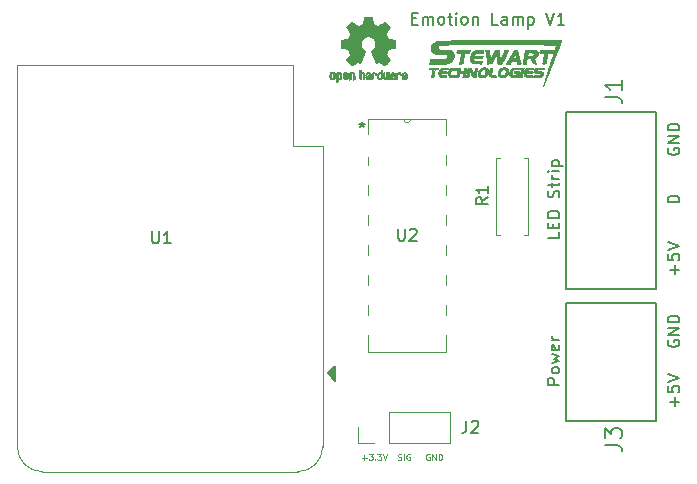
<source format=gto>
G04 #@! TF.GenerationSoftware,KiCad,Pcbnew,(5.1.10)-1*
G04 #@! TF.CreationDate,2022-01-24T23:11:23-05:00*
G04 #@! TF.ProjectId,EmotionLampBoard_V1,456d6f74-696f-46e4-9c61-6d70426f6172,rev?*
G04 #@! TF.SameCoordinates,Original*
G04 #@! TF.FileFunction,Legend,Top*
G04 #@! TF.FilePolarity,Positive*
%FSLAX46Y46*%
G04 Gerber Fmt 4.6, Leading zero omitted, Abs format (unit mm)*
G04 Created by KiCad (PCBNEW (5.1.10)-1) date 2022-01-24 23:11:23*
%MOMM*%
%LPD*%
G01*
G04 APERTURE LIST*
%ADD10C,0.200000*%
%ADD11C,0.150000*%
%ADD12C,0.090000*%
%ADD13C,0.120000*%
%ADD14C,0.010000*%
%ADD15C,0.127000*%
G04 APERTURE END LIST*
D10*
X152091238Y-63428571D02*
X152424571Y-63428571D01*
X152567428Y-63952380D02*
X152091238Y-63952380D01*
X152091238Y-62952380D01*
X152567428Y-62952380D01*
X152996000Y-63952380D02*
X152996000Y-63285714D01*
X152996000Y-63380952D02*
X153043619Y-63333333D01*
X153138857Y-63285714D01*
X153281714Y-63285714D01*
X153376952Y-63333333D01*
X153424571Y-63428571D01*
X153424571Y-63952380D01*
X153424571Y-63428571D02*
X153472190Y-63333333D01*
X153567428Y-63285714D01*
X153710285Y-63285714D01*
X153805523Y-63333333D01*
X153853142Y-63428571D01*
X153853142Y-63952380D01*
X154472190Y-63952380D02*
X154376952Y-63904761D01*
X154329333Y-63857142D01*
X154281714Y-63761904D01*
X154281714Y-63476190D01*
X154329333Y-63380952D01*
X154376952Y-63333333D01*
X154472190Y-63285714D01*
X154615047Y-63285714D01*
X154710285Y-63333333D01*
X154757904Y-63380952D01*
X154805523Y-63476190D01*
X154805523Y-63761904D01*
X154757904Y-63857142D01*
X154710285Y-63904761D01*
X154615047Y-63952380D01*
X154472190Y-63952380D01*
X155091238Y-63285714D02*
X155472190Y-63285714D01*
X155234095Y-62952380D02*
X155234095Y-63809523D01*
X155281714Y-63904761D01*
X155376952Y-63952380D01*
X155472190Y-63952380D01*
X155805523Y-63952380D02*
X155805523Y-63285714D01*
X155805523Y-62952380D02*
X155757904Y-63000000D01*
X155805523Y-63047619D01*
X155853142Y-63000000D01*
X155805523Y-62952380D01*
X155805523Y-63047619D01*
X156424571Y-63952380D02*
X156329333Y-63904761D01*
X156281714Y-63857142D01*
X156234095Y-63761904D01*
X156234095Y-63476190D01*
X156281714Y-63380952D01*
X156329333Y-63333333D01*
X156424571Y-63285714D01*
X156567428Y-63285714D01*
X156662666Y-63333333D01*
X156710285Y-63380952D01*
X156757904Y-63476190D01*
X156757904Y-63761904D01*
X156710285Y-63857142D01*
X156662666Y-63904761D01*
X156567428Y-63952380D01*
X156424571Y-63952380D01*
X157186476Y-63285714D02*
X157186476Y-63952380D01*
X157186476Y-63380952D02*
X157234095Y-63333333D01*
X157329333Y-63285714D01*
X157472190Y-63285714D01*
X157567428Y-63333333D01*
X157615047Y-63428571D01*
X157615047Y-63952380D01*
X159329333Y-63952380D02*
X158853142Y-63952380D01*
X158853142Y-62952380D01*
X160091238Y-63952380D02*
X160091238Y-63428571D01*
X160043619Y-63333333D01*
X159948380Y-63285714D01*
X159757904Y-63285714D01*
X159662666Y-63333333D01*
X160091238Y-63904761D02*
X159996000Y-63952380D01*
X159757904Y-63952380D01*
X159662666Y-63904761D01*
X159615047Y-63809523D01*
X159615047Y-63714285D01*
X159662666Y-63619047D01*
X159757904Y-63571428D01*
X159996000Y-63571428D01*
X160091238Y-63523809D01*
X160567428Y-63952380D02*
X160567428Y-63285714D01*
X160567428Y-63380952D02*
X160615047Y-63333333D01*
X160710285Y-63285714D01*
X160853142Y-63285714D01*
X160948380Y-63333333D01*
X160996000Y-63428571D01*
X160996000Y-63952380D01*
X160996000Y-63428571D02*
X161043619Y-63333333D01*
X161138857Y-63285714D01*
X161281714Y-63285714D01*
X161376952Y-63333333D01*
X161424571Y-63428571D01*
X161424571Y-63952380D01*
X161900761Y-63285714D02*
X161900761Y-64285714D01*
X161900761Y-63333333D02*
X161996000Y-63285714D01*
X162186476Y-63285714D01*
X162281714Y-63333333D01*
X162329333Y-63380952D01*
X162376952Y-63476190D01*
X162376952Y-63761904D01*
X162329333Y-63857142D01*
X162281714Y-63904761D01*
X162186476Y-63952380D01*
X161996000Y-63952380D01*
X161900761Y-63904761D01*
X163424571Y-62952380D02*
X163757904Y-63952380D01*
X164091238Y-62952380D01*
X164948380Y-63952380D02*
X164376952Y-63952380D01*
X164662666Y-63952380D02*
X164662666Y-62952380D01*
X164567428Y-63095238D01*
X164472190Y-63190476D01*
X164376952Y-63238095D01*
D11*
X164536380Y-81525714D02*
X164536380Y-82001904D01*
X163536380Y-82001904D01*
X164012571Y-81192380D02*
X164012571Y-80859047D01*
X164536380Y-80716190D02*
X164536380Y-81192380D01*
X163536380Y-81192380D01*
X163536380Y-80716190D01*
X164536380Y-80287619D02*
X163536380Y-80287619D01*
X163536380Y-80049523D01*
X163584000Y-79906666D01*
X163679238Y-79811428D01*
X163774476Y-79763809D01*
X163964952Y-79716190D01*
X164107809Y-79716190D01*
X164298285Y-79763809D01*
X164393523Y-79811428D01*
X164488761Y-79906666D01*
X164536380Y-80049523D01*
X164536380Y-80287619D01*
X164488761Y-78573333D02*
X164536380Y-78430476D01*
X164536380Y-78192380D01*
X164488761Y-78097142D01*
X164441142Y-78049523D01*
X164345904Y-78001904D01*
X164250666Y-78001904D01*
X164155428Y-78049523D01*
X164107809Y-78097142D01*
X164060190Y-78192380D01*
X164012571Y-78382857D01*
X163964952Y-78478095D01*
X163917333Y-78525714D01*
X163822095Y-78573333D01*
X163726857Y-78573333D01*
X163631619Y-78525714D01*
X163584000Y-78478095D01*
X163536380Y-78382857D01*
X163536380Y-78144761D01*
X163584000Y-78001904D01*
X163869714Y-77716190D02*
X163869714Y-77335238D01*
X163536380Y-77573333D02*
X164393523Y-77573333D01*
X164488761Y-77525714D01*
X164536380Y-77430476D01*
X164536380Y-77335238D01*
X164536380Y-77001904D02*
X163869714Y-77001904D01*
X164060190Y-77001904D02*
X163964952Y-76954285D01*
X163917333Y-76906666D01*
X163869714Y-76811428D01*
X163869714Y-76716190D01*
X164536380Y-76382857D02*
X163869714Y-76382857D01*
X163536380Y-76382857D02*
X163584000Y-76430476D01*
X163631619Y-76382857D01*
X163584000Y-76335238D01*
X163536380Y-76382857D01*
X163631619Y-76382857D01*
X163869714Y-75906666D02*
X164869714Y-75906666D01*
X163917333Y-75906666D02*
X163869714Y-75811428D01*
X163869714Y-75620952D01*
X163917333Y-75525714D01*
X163964952Y-75478095D01*
X164060190Y-75430476D01*
X164345904Y-75430476D01*
X164441142Y-75478095D01*
X164488761Y-75525714D01*
X164536380Y-75620952D01*
X164536380Y-75811428D01*
X164488761Y-75906666D01*
X164536380Y-94432190D02*
X163536380Y-94432190D01*
X163536380Y-94051238D01*
X163584000Y-93956000D01*
X163631619Y-93908380D01*
X163726857Y-93860761D01*
X163869714Y-93860761D01*
X163964952Y-93908380D01*
X164012571Y-93956000D01*
X164060190Y-94051238D01*
X164060190Y-94432190D01*
X164536380Y-93289333D02*
X164488761Y-93384571D01*
X164441142Y-93432190D01*
X164345904Y-93479809D01*
X164060190Y-93479809D01*
X163964952Y-93432190D01*
X163917333Y-93384571D01*
X163869714Y-93289333D01*
X163869714Y-93146476D01*
X163917333Y-93051238D01*
X163964952Y-93003619D01*
X164060190Y-92956000D01*
X164345904Y-92956000D01*
X164441142Y-93003619D01*
X164488761Y-93051238D01*
X164536380Y-93146476D01*
X164536380Y-93289333D01*
X163869714Y-92622666D02*
X164536380Y-92432190D01*
X164060190Y-92241714D01*
X164536380Y-92051238D01*
X163869714Y-91860761D01*
X164488761Y-91098857D02*
X164536380Y-91194095D01*
X164536380Y-91384571D01*
X164488761Y-91479809D01*
X164393523Y-91527428D01*
X164012571Y-91527428D01*
X163917333Y-91479809D01*
X163869714Y-91384571D01*
X163869714Y-91194095D01*
X163917333Y-91098857D01*
X164012571Y-91051238D01*
X164107809Y-91051238D01*
X164203047Y-91527428D01*
X164536380Y-90622666D02*
X163869714Y-90622666D01*
X164060190Y-90622666D02*
X163964952Y-90575047D01*
X163917333Y-90527428D01*
X163869714Y-90432190D01*
X163869714Y-90336952D01*
D12*
X153543047Y-100334000D02*
X153495428Y-100310190D01*
X153424000Y-100310190D01*
X153352571Y-100334000D01*
X153304952Y-100381619D01*
X153281142Y-100429238D01*
X153257333Y-100524476D01*
X153257333Y-100595904D01*
X153281142Y-100691142D01*
X153304952Y-100738761D01*
X153352571Y-100786380D01*
X153424000Y-100810190D01*
X153471619Y-100810190D01*
X153543047Y-100786380D01*
X153566857Y-100762571D01*
X153566857Y-100595904D01*
X153471619Y-100595904D01*
X153781142Y-100810190D02*
X153781142Y-100310190D01*
X154066857Y-100810190D01*
X154066857Y-100310190D01*
X154304952Y-100810190D02*
X154304952Y-100310190D01*
X154424000Y-100310190D01*
X154495428Y-100334000D01*
X154543047Y-100381619D01*
X154566857Y-100429238D01*
X154590666Y-100524476D01*
X154590666Y-100595904D01*
X154566857Y-100691142D01*
X154543047Y-100738761D01*
X154495428Y-100786380D01*
X154424000Y-100810190D01*
X154304952Y-100810190D01*
X150872095Y-100786380D02*
X150943523Y-100810190D01*
X151062571Y-100810190D01*
X151110190Y-100786380D01*
X151134000Y-100762571D01*
X151157809Y-100714952D01*
X151157809Y-100667333D01*
X151134000Y-100619714D01*
X151110190Y-100595904D01*
X151062571Y-100572095D01*
X150967333Y-100548285D01*
X150919714Y-100524476D01*
X150895904Y-100500666D01*
X150872095Y-100453047D01*
X150872095Y-100405428D01*
X150895904Y-100357809D01*
X150919714Y-100334000D01*
X150967333Y-100310190D01*
X151086380Y-100310190D01*
X151157809Y-100334000D01*
X151372095Y-100810190D02*
X151372095Y-100310190D01*
X151872095Y-100334000D02*
X151824476Y-100310190D01*
X151753047Y-100310190D01*
X151681619Y-100334000D01*
X151634000Y-100381619D01*
X151610190Y-100429238D01*
X151586380Y-100524476D01*
X151586380Y-100595904D01*
X151610190Y-100691142D01*
X151634000Y-100738761D01*
X151681619Y-100786380D01*
X151753047Y-100810190D01*
X151800666Y-100810190D01*
X151872095Y-100786380D01*
X151895904Y-100762571D01*
X151895904Y-100595904D01*
X151800666Y-100595904D01*
X147844000Y-100619714D02*
X148224952Y-100619714D01*
X148034476Y-100810190D02*
X148034476Y-100429238D01*
X148415428Y-100310190D02*
X148724952Y-100310190D01*
X148558285Y-100500666D01*
X148629714Y-100500666D01*
X148677333Y-100524476D01*
X148701142Y-100548285D01*
X148724952Y-100595904D01*
X148724952Y-100714952D01*
X148701142Y-100762571D01*
X148677333Y-100786380D01*
X148629714Y-100810190D01*
X148486857Y-100810190D01*
X148439238Y-100786380D01*
X148415428Y-100762571D01*
X148939238Y-100762571D02*
X148963047Y-100786380D01*
X148939238Y-100810190D01*
X148915428Y-100786380D01*
X148939238Y-100762571D01*
X148939238Y-100810190D01*
X149129714Y-100310190D02*
X149439238Y-100310190D01*
X149272571Y-100500666D01*
X149344000Y-100500666D01*
X149391619Y-100524476D01*
X149415428Y-100548285D01*
X149439238Y-100595904D01*
X149439238Y-100714952D01*
X149415428Y-100762571D01*
X149391619Y-100786380D01*
X149344000Y-100810190D01*
X149201142Y-100810190D01*
X149153523Y-100786380D01*
X149129714Y-100762571D01*
X149582095Y-100310190D02*
X149748761Y-100810190D01*
X149915428Y-100310190D01*
D11*
X173744000Y-90677904D02*
X173696380Y-90773142D01*
X173696380Y-90916000D01*
X173744000Y-91058857D01*
X173839238Y-91154095D01*
X173934476Y-91201714D01*
X174124952Y-91249333D01*
X174267809Y-91249333D01*
X174458285Y-91201714D01*
X174553523Y-91154095D01*
X174648761Y-91058857D01*
X174696380Y-90916000D01*
X174696380Y-90820761D01*
X174648761Y-90677904D01*
X174601142Y-90630285D01*
X174267809Y-90630285D01*
X174267809Y-90820761D01*
X174696380Y-90201714D02*
X173696380Y-90201714D01*
X174696380Y-89630285D01*
X173696380Y-89630285D01*
X174696380Y-89154095D02*
X173696380Y-89154095D01*
X173696380Y-88916000D01*
X173744000Y-88773142D01*
X173839238Y-88677904D01*
X173934476Y-88630285D01*
X174124952Y-88582666D01*
X174267809Y-88582666D01*
X174458285Y-88630285D01*
X174553523Y-88677904D01*
X174648761Y-88773142D01*
X174696380Y-88916000D01*
X174696380Y-89154095D01*
X174315428Y-96281714D02*
X174315428Y-95519809D01*
X174696380Y-95900761D02*
X173934476Y-95900761D01*
X173696380Y-94567428D02*
X173696380Y-95043619D01*
X174172571Y-95091238D01*
X174124952Y-95043619D01*
X174077333Y-94948380D01*
X174077333Y-94710285D01*
X174124952Y-94615047D01*
X174172571Y-94567428D01*
X174267809Y-94519809D01*
X174505904Y-94519809D01*
X174601142Y-94567428D01*
X174648761Y-94615047D01*
X174696380Y-94710285D01*
X174696380Y-94948380D01*
X174648761Y-95043619D01*
X174601142Y-95091238D01*
X173696380Y-94234095D02*
X174696380Y-93900761D01*
X173696380Y-93567428D01*
X173744000Y-74421904D02*
X173696380Y-74517142D01*
X173696380Y-74660000D01*
X173744000Y-74802857D01*
X173839238Y-74898095D01*
X173934476Y-74945714D01*
X174124952Y-74993333D01*
X174267809Y-74993333D01*
X174458285Y-74945714D01*
X174553523Y-74898095D01*
X174648761Y-74802857D01*
X174696380Y-74660000D01*
X174696380Y-74564761D01*
X174648761Y-74421904D01*
X174601142Y-74374285D01*
X174267809Y-74374285D01*
X174267809Y-74564761D01*
X174696380Y-73945714D02*
X173696380Y-73945714D01*
X174696380Y-73374285D01*
X173696380Y-73374285D01*
X174696380Y-72898095D02*
X173696380Y-72898095D01*
X173696380Y-72660000D01*
X173744000Y-72517142D01*
X173839238Y-72421904D01*
X173934476Y-72374285D01*
X174124952Y-72326666D01*
X174267809Y-72326666D01*
X174458285Y-72374285D01*
X174553523Y-72421904D01*
X174648761Y-72517142D01*
X174696380Y-72660000D01*
X174696380Y-72898095D01*
X174696380Y-79001904D02*
X173696380Y-79001904D01*
X173696380Y-78763809D01*
X173744000Y-78620952D01*
X173839238Y-78525714D01*
X173934476Y-78478095D01*
X174124952Y-78430476D01*
X174267809Y-78430476D01*
X174458285Y-78478095D01*
X174553523Y-78525714D01*
X174648761Y-78620952D01*
X174696380Y-78763809D01*
X174696380Y-79001904D01*
X174315428Y-85105714D02*
X174315428Y-84343809D01*
X174696380Y-84724761D02*
X173934476Y-84724761D01*
X173696380Y-83391428D02*
X173696380Y-83867619D01*
X174172571Y-83915238D01*
X174124952Y-83867619D01*
X174077333Y-83772380D01*
X174077333Y-83534285D01*
X174124952Y-83439047D01*
X174172571Y-83391428D01*
X174267809Y-83343809D01*
X174505904Y-83343809D01*
X174601142Y-83391428D01*
X174648761Y-83439047D01*
X174696380Y-83534285D01*
X174696380Y-83772380D01*
X174648761Y-83867619D01*
X174601142Y-83915238D01*
X173696380Y-83058095D02*
X174696380Y-82724761D01*
X173696380Y-82391428D01*
D13*
X148336000Y-91630500D02*
X154940000Y-91630500D01*
X154940000Y-91630500D02*
X154940000Y-90246569D01*
X154940000Y-71945500D02*
X148336000Y-71945500D01*
X148336000Y-71945500D02*
X148336000Y-73187560D01*
X148336000Y-75148440D02*
X148336000Y-75869431D01*
X148336000Y-77546569D02*
X148336000Y-78409431D01*
X148336000Y-80086569D02*
X148336000Y-80949431D01*
X148336000Y-82626569D02*
X148336000Y-83489431D01*
X148336000Y-85166569D02*
X148336000Y-86029431D01*
X148336000Y-87706569D02*
X148336000Y-88569431D01*
X148336000Y-90246569D02*
X148336000Y-91630500D01*
X154940000Y-88569431D02*
X154940000Y-87706569D01*
X154940000Y-86029431D02*
X154940000Y-85166569D01*
X154940000Y-83489431D02*
X154940000Y-82626569D01*
X154940000Y-80949431D02*
X154940000Y-80086569D01*
X154940000Y-78409431D02*
X154940000Y-77546569D01*
X154940000Y-75869431D02*
X154940000Y-75006569D01*
X154940000Y-73329431D02*
X154940000Y-71945500D01*
X151942800Y-71945500D02*
G75*
G02*
X151333200Y-71945500I-304800J0D01*
G01*
D14*
G36*
X145935744Y-67959918D02*
G01*
X145991201Y-67987568D01*
X146040148Y-68038480D01*
X146053629Y-68057338D01*
X146068314Y-68082015D01*
X146077842Y-68108816D01*
X146083293Y-68144587D01*
X146085747Y-68196169D01*
X146086286Y-68264267D01*
X146083852Y-68357588D01*
X146075394Y-68427657D01*
X146059174Y-68479931D01*
X146033454Y-68519869D01*
X145996497Y-68552929D01*
X145993782Y-68554886D01*
X145957360Y-68574908D01*
X145913502Y-68584815D01*
X145857724Y-68587257D01*
X145767048Y-68587257D01*
X145767010Y-68675283D01*
X145766166Y-68724308D01*
X145761024Y-68753065D01*
X145747587Y-68770311D01*
X145721858Y-68784808D01*
X145715679Y-68787769D01*
X145686764Y-68801648D01*
X145664376Y-68810414D01*
X145647729Y-68811171D01*
X145636036Y-68801023D01*
X145628510Y-68777073D01*
X145624366Y-68736426D01*
X145622815Y-68676186D01*
X145623071Y-68593455D01*
X145624349Y-68485339D01*
X145624748Y-68453000D01*
X145626185Y-68341524D01*
X145627472Y-68268603D01*
X145766971Y-68268603D01*
X145767755Y-68330499D01*
X145771240Y-68370997D01*
X145779124Y-68397708D01*
X145793105Y-68418244D01*
X145802597Y-68428260D01*
X145841404Y-68457567D01*
X145875763Y-68459952D01*
X145911216Y-68435750D01*
X145912114Y-68434857D01*
X145926539Y-68416153D01*
X145935313Y-68390732D01*
X145939739Y-68351584D01*
X145941118Y-68291697D01*
X145941143Y-68278430D01*
X145937812Y-68195901D01*
X145926969Y-68138691D01*
X145907340Y-68103766D01*
X145877650Y-68088094D01*
X145860491Y-68086514D01*
X145819766Y-68093926D01*
X145791832Y-68118330D01*
X145775017Y-68162980D01*
X145767650Y-68231130D01*
X145766971Y-68268603D01*
X145627472Y-68268603D01*
X145627708Y-68255245D01*
X145629677Y-68190333D01*
X145632450Y-68142958D01*
X145636388Y-68109290D01*
X145641849Y-68085498D01*
X145649192Y-68067753D01*
X145658777Y-68052224D01*
X145662887Y-68046381D01*
X145717405Y-67991185D01*
X145786336Y-67959890D01*
X145866072Y-67951165D01*
X145935744Y-67959918D01*
G37*
X145935744Y-67959918D02*
X145991201Y-67987568D01*
X146040148Y-68038480D01*
X146053629Y-68057338D01*
X146068314Y-68082015D01*
X146077842Y-68108816D01*
X146083293Y-68144587D01*
X146085747Y-68196169D01*
X146086286Y-68264267D01*
X146083852Y-68357588D01*
X146075394Y-68427657D01*
X146059174Y-68479931D01*
X146033454Y-68519869D01*
X145996497Y-68552929D01*
X145993782Y-68554886D01*
X145957360Y-68574908D01*
X145913502Y-68584815D01*
X145857724Y-68587257D01*
X145767048Y-68587257D01*
X145767010Y-68675283D01*
X145766166Y-68724308D01*
X145761024Y-68753065D01*
X145747587Y-68770311D01*
X145721858Y-68784808D01*
X145715679Y-68787769D01*
X145686764Y-68801648D01*
X145664376Y-68810414D01*
X145647729Y-68811171D01*
X145636036Y-68801023D01*
X145628510Y-68777073D01*
X145624366Y-68736426D01*
X145622815Y-68676186D01*
X145623071Y-68593455D01*
X145624349Y-68485339D01*
X145624748Y-68453000D01*
X145626185Y-68341524D01*
X145627472Y-68268603D01*
X145766971Y-68268603D01*
X145767755Y-68330499D01*
X145771240Y-68370997D01*
X145779124Y-68397708D01*
X145793105Y-68418244D01*
X145802597Y-68428260D01*
X145841404Y-68457567D01*
X145875763Y-68459952D01*
X145911216Y-68435750D01*
X145912114Y-68434857D01*
X145926539Y-68416153D01*
X145935313Y-68390732D01*
X145939739Y-68351584D01*
X145941118Y-68291697D01*
X145941143Y-68278430D01*
X145937812Y-68195901D01*
X145926969Y-68138691D01*
X145907340Y-68103766D01*
X145877650Y-68088094D01*
X145860491Y-68086514D01*
X145819766Y-68093926D01*
X145791832Y-68118330D01*
X145775017Y-68162980D01*
X145767650Y-68231130D01*
X145766971Y-68268603D01*
X145627472Y-68268603D01*
X145627708Y-68255245D01*
X145629677Y-68190333D01*
X145632450Y-68142958D01*
X145636388Y-68109290D01*
X145641849Y-68085498D01*
X145649192Y-68067753D01*
X145658777Y-68052224D01*
X145662887Y-68046381D01*
X145717405Y-67991185D01*
X145786336Y-67959890D01*
X145866072Y-67951165D01*
X145935744Y-67959918D01*
G36*
X147052093Y-67967780D02*
G01*
X147098672Y-67994723D01*
X147131057Y-68021466D01*
X147154742Y-68049484D01*
X147171059Y-68083748D01*
X147181339Y-68129227D01*
X147186914Y-68190892D01*
X147189116Y-68273711D01*
X147189371Y-68333246D01*
X147189371Y-68552391D01*
X147127686Y-68580044D01*
X147066000Y-68607697D01*
X147058743Y-68367670D01*
X147055744Y-68278028D01*
X147052598Y-68212962D01*
X147048701Y-68168026D01*
X147043447Y-68138770D01*
X147036231Y-68120748D01*
X147026450Y-68109511D01*
X147023312Y-68107079D01*
X146975761Y-68088083D01*
X146927697Y-68095600D01*
X146899086Y-68115543D01*
X146887447Y-68129675D01*
X146879391Y-68148220D01*
X146874271Y-68176334D01*
X146871441Y-68219173D01*
X146870256Y-68281895D01*
X146870057Y-68347261D01*
X146870018Y-68429268D01*
X146868614Y-68487316D01*
X146863914Y-68526465D01*
X146853987Y-68551780D01*
X146836903Y-68568323D01*
X146810732Y-68581156D01*
X146775775Y-68594491D01*
X146737596Y-68609007D01*
X146742141Y-68351389D01*
X146743971Y-68258519D01*
X146746112Y-68189889D01*
X146749181Y-68140711D01*
X146753794Y-68106198D01*
X146760568Y-68081562D01*
X146770119Y-68062016D01*
X146781634Y-68044770D01*
X146837190Y-67989680D01*
X146904980Y-67957822D01*
X146978713Y-67950191D01*
X147052093Y-67967780D01*
G37*
X147052093Y-67967780D02*
X147098672Y-67994723D01*
X147131057Y-68021466D01*
X147154742Y-68049484D01*
X147171059Y-68083748D01*
X147181339Y-68129227D01*
X147186914Y-68190892D01*
X147189116Y-68273711D01*
X147189371Y-68333246D01*
X147189371Y-68552391D01*
X147127686Y-68580044D01*
X147066000Y-68607697D01*
X147058743Y-68367670D01*
X147055744Y-68278028D01*
X147052598Y-68212962D01*
X147048701Y-68168026D01*
X147043447Y-68138770D01*
X147036231Y-68120748D01*
X147026450Y-68109511D01*
X147023312Y-68107079D01*
X146975761Y-68088083D01*
X146927697Y-68095600D01*
X146899086Y-68115543D01*
X146887447Y-68129675D01*
X146879391Y-68148220D01*
X146874271Y-68176334D01*
X146871441Y-68219173D01*
X146870256Y-68281895D01*
X146870057Y-68347261D01*
X146870018Y-68429268D01*
X146868614Y-68487316D01*
X146863914Y-68526465D01*
X146853987Y-68551780D01*
X146836903Y-68568323D01*
X146810732Y-68581156D01*
X146775775Y-68594491D01*
X146737596Y-68609007D01*
X146742141Y-68351389D01*
X146743971Y-68258519D01*
X146746112Y-68189889D01*
X146749181Y-68140711D01*
X146753794Y-68106198D01*
X146760568Y-68081562D01*
X146770119Y-68062016D01*
X146781634Y-68044770D01*
X146837190Y-67989680D01*
X146904980Y-67957822D01*
X146978713Y-67950191D01*
X147052093Y-67967780D01*
G36*
X145377115Y-67961962D02*
G01*
X145445145Y-67997733D01*
X145495351Y-68055301D01*
X145513185Y-68092312D01*
X145527063Y-68147882D01*
X145534167Y-68218096D01*
X145534840Y-68294727D01*
X145529427Y-68369552D01*
X145518270Y-68434342D01*
X145501714Y-68480873D01*
X145496626Y-68488887D01*
X145436355Y-68548707D01*
X145364769Y-68584535D01*
X145287092Y-68595020D01*
X145208548Y-68578810D01*
X145186689Y-68569092D01*
X145144122Y-68539143D01*
X145106763Y-68499433D01*
X145103232Y-68494397D01*
X145088881Y-68470124D01*
X145079394Y-68444178D01*
X145073790Y-68410022D01*
X145071086Y-68361119D01*
X145070299Y-68290935D01*
X145070286Y-68275200D01*
X145070322Y-68270192D01*
X145215429Y-68270192D01*
X145216273Y-68336430D01*
X145219596Y-68380386D01*
X145226583Y-68408779D01*
X145238416Y-68428325D01*
X145244457Y-68434857D01*
X145279186Y-68459680D01*
X145312903Y-68458548D01*
X145346995Y-68437016D01*
X145367329Y-68414029D01*
X145379371Y-68380478D01*
X145386134Y-68327569D01*
X145386598Y-68321399D01*
X145387752Y-68225513D01*
X145375688Y-68154299D01*
X145350570Y-68108194D01*
X145312560Y-68087635D01*
X145298992Y-68086514D01*
X145263364Y-68092152D01*
X145238994Y-68111686D01*
X145224093Y-68149042D01*
X145216875Y-68208150D01*
X145215429Y-68270192D01*
X145070322Y-68270192D01*
X145070826Y-68200413D01*
X145073096Y-68148159D01*
X145078068Y-68111949D01*
X145086713Y-68085299D01*
X145100005Y-68061722D01*
X145102943Y-68057338D01*
X145152313Y-67998249D01*
X145206109Y-67963947D01*
X145271602Y-67950331D01*
X145293842Y-67949665D01*
X145377115Y-67961962D01*
G37*
X145377115Y-67961962D02*
X145445145Y-67997733D01*
X145495351Y-68055301D01*
X145513185Y-68092312D01*
X145527063Y-68147882D01*
X145534167Y-68218096D01*
X145534840Y-68294727D01*
X145529427Y-68369552D01*
X145518270Y-68434342D01*
X145501714Y-68480873D01*
X145496626Y-68488887D01*
X145436355Y-68548707D01*
X145364769Y-68584535D01*
X145287092Y-68595020D01*
X145208548Y-68578810D01*
X145186689Y-68569092D01*
X145144122Y-68539143D01*
X145106763Y-68499433D01*
X145103232Y-68494397D01*
X145088881Y-68470124D01*
X145079394Y-68444178D01*
X145073790Y-68410022D01*
X145071086Y-68361119D01*
X145070299Y-68290935D01*
X145070286Y-68275200D01*
X145070322Y-68270192D01*
X145215429Y-68270192D01*
X145216273Y-68336430D01*
X145219596Y-68380386D01*
X145226583Y-68408779D01*
X145238416Y-68428325D01*
X145244457Y-68434857D01*
X145279186Y-68459680D01*
X145312903Y-68458548D01*
X145346995Y-68437016D01*
X145367329Y-68414029D01*
X145379371Y-68380478D01*
X145386134Y-68327569D01*
X145386598Y-68321399D01*
X145387752Y-68225513D01*
X145375688Y-68154299D01*
X145350570Y-68108194D01*
X145312560Y-68087635D01*
X145298992Y-68086514D01*
X145263364Y-68092152D01*
X145238994Y-68111686D01*
X145224093Y-68149042D01*
X145216875Y-68208150D01*
X145215429Y-68270192D01*
X145070322Y-68270192D01*
X145070826Y-68200413D01*
X145073096Y-68148159D01*
X145078068Y-68111949D01*
X145086713Y-68085299D01*
X145100005Y-68061722D01*
X145102943Y-68057338D01*
X145152313Y-67998249D01*
X145206109Y-67963947D01*
X145271602Y-67950331D01*
X145293842Y-67949665D01*
X145377115Y-67961962D01*
G36*
X146504303Y-67971239D02*
G01*
X146561527Y-68009735D01*
X146605749Y-68065335D01*
X146632167Y-68136086D01*
X146637510Y-68188162D01*
X146636903Y-68209893D01*
X146631822Y-68226531D01*
X146617855Y-68241437D01*
X146590589Y-68257973D01*
X146545612Y-68279498D01*
X146478511Y-68309374D01*
X146478171Y-68309524D01*
X146416407Y-68337813D01*
X146365759Y-68362933D01*
X146331404Y-68382179D01*
X146318518Y-68392848D01*
X146318514Y-68392934D01*
X146329872Y-68416166D01*
X146356431Y-68441774D01*
X146386923Y-68460221D01*
X146402370Y-68463886D01*
X146444515Y-68451212D01*
X146480808Y-68419471D01*
X146498517Y-68384572D01*
X146515552Y-68358845D01*
X146548922Y-68329546D01*
X146588149Y-68304235D01*
X146622756Y-68290471D01*
X146629993Y-68289714D01*
X146638139Y-68302160D01*
X146638630Y-68333972D01*
X146632643Y-68376866D01*
X146621357Y-68422558D01*
X146605950Y-68462761D01*
X146605171Y-68464322D01*
X146558804Y-68529062D01*
X146498711Y-68573097D01*
X146430465Y-68594711D01*
X146359638Y-68592185D01*
X146291804Y-68563804D01*
X146288788Y-68561808D01*
X146235427Y-68513448D01*
X146200340Y-68450352D01*
X146180922Y-68367387D01*
X146178316Y-68344078D01*
X146173701Y-68234055D01*
X146179233Y-68182748D01*
X146318514Y-68182748D01*
X146320324Y-68214753D01*
X146330222Y-68224093D01*
X146354898Y-68217105D01*
X146393795Y-68200587D01*
X146437275Y-68179881D01*
X146438356Y-68179333D01*
X146475209Y-68159949D01*
X146490000Y-68147013D01*
X146486353Y-68133451D01*
X146470995Y-68115632D01*
X146431923Y-68089845D01*
X146389846Y-68087950D01*
X146352103Y-68106717D01*
X146326034Y-68142915D01*
X146318514Y-68182748D01*
X146179233Y-68182748D01*
X146183194Y-68146027D01*
X146207550Y-68076212D01*
X146241456Y-68027302D01*
X146302653Y-67977878D01*
X146370063Y-67953359D01*
X146438880Y-67951797D01*
X146504303Y-67971239D01*
G37*
X146504303Y-67971239D02*
X146561527Y-68009735D01*
X146605749Y-68065335D01*
X146632167Y-68136086D01*
X146637510Y-68188162D01*
X146636903Y-68209893D01*
X146631822Y-68226531D01*
X146617855Y-68241437D01*
X146590589Y-68257973D01*
X146545612Y-68279498D01*
X146478511Y-68309374D01*
X146478171Y-68309524D01*
X146416407Y-68337813D01*
X146365759Y-68362933D01*
X146331404Y-68382179D01*
X146318518Y-68392848D01*
X146318514Y-68392934D01*
X146329872Y-68416166D01*
X146356431Y-68441774D01*
X146386923Y-68460221D01*
X146402370Y-68463886D01*
X146444515Y-68451212D01*
X146480808Y-68419471D01*
X146498517Y-68384572D01*
X146515552Y-68358845D01*
X146548922Y-68329546D01*
X146588149Y-68304235D01*
X146622756Y-68290471D01*
X146629993Y-68289714D01*
X146638139Y-68302160D01*
X146638630Y-68333972D01*
X146632643Y-68376866D01*
X146621357Y-68422558D01*
X146605950Y-68462761D01*
X146605171Y-68464322D01*
X146558804Y-68529062D01*
X146498711Y-68573097D01*
X146430465Y-68594711D01*
X146359638Y-68592185D01*
X146291804Y-68563804D01*
X146288788Y-68561808D01*
X146235427Y-68513448D01*
X146200340Y-68450352D01*
X146180922Y-68367387D01*
X146178316Y-68344078D01*
X146173701Y-68234055D01*
X146179233Y-68182748D01*
X146318514Y-68182748D01*
X146320324Y-68214753D01*
X146330222Y-68224093D01*
X146354898Y-68217105D01*
X146393795Y-68200587D01*
X146437275Y-68179881D01*
X146438356Y-68179333D01*
X146475209Y-68159949D01*
X146490000Y-68147013D01*
X146486353Y-68133451D01*
X146470995Y-68115632D01*
X146431923Y-68089845D01*
X146389846Y-68087950D01*
X146352103Y-68106717D01*
X146326034Y-68142915D01*
X146318514Y-68182748D01*
X146179233Y-68182748D01*
X146183194Y-68146027D01*
X146207550Y-68076212D01*
X146241456Y-68027302D01*
X146302653Y-67977878D01*
X146370063Y-67953359D01*
X146438880Y-67951797D01*
X146504303Y-67971239D01*
G36*
X147711886Y-67891289D02*
G01*
X147716139Y-67950613D01*
X147721025Y-67985572D01*
X147727795Y-68000820D01*
X147737702Y-68001015D01*
X147740914Y-67999195D01*
X147783644Y-67986015D01*
X147839227Y-67986785D01*
X147895737Y-68000333D01*
X147931082Y-68017861D01*
X147967321Y-68045861D01*
X147993813Y-68077549D01*
X148011999Y-68117813D01*
X148023322Y-68171543D01*
X148029222Y-68243626D01*
X148031143Y-68338951D01*
X148031177Y-68357237D01*
X148031200Y-68562646D01*
X147985491Y-68578580D01*
X147953027Y-68589420D01*
X147935215Y-68594468D01*
X147934691Y-68594514D01*
X147932937Y-68580828D01*
X147931444Y-68543076D01*
X147930326Y-68486224D01*
X147929697Y-68415234D01*
X147929600Y-68372073D01*
X147929398Y-68286973D01*
X147928358Y-68225981D01*
X147925831Y-68184177D01*
X147921164Y-68156642D01*
X147913707Y-68138456D01*
X147902811Y-68124698D01*
X147896007Y-68118073D01*
X147849272Y-68091375D01*
X147798272Y-68089375D01*
X147752001Y-68111955D01*
X147743444Y-68120107D01*
X147730893Y-68135436D01*
X147722188Y-68153618D01*
X147716631Y-68179909D01*
X147713526Y-68219562D01*
X147712176Y-68277832D01*
X147711886Y-68358173D01*
X147711886Y-68562646D01*
X147666177Y-68578580D01*
X147633713Y-68589420D01*
X147615901Y-68594468D01*
X147615377Y-68594514D01*
X147614037Y-68580623D01*
X147612828Y-68541439D01*
X147611801Y-68480700D01*
X147611002Y-68402141D01*
X147610481Y-68309498D01*
X147610286Y-68206509D01*
X147610286Y-67809342D01*
X147657457Y-67789444D01*
X147704629Y-67769547D01*
X147711886Y-67891289D01*
G37*
X147711886Y-67891289D02*
X147716139Y-67950613D01*
X147721025Y-67985572D01*
X147727795Y-68000820D01*
X147737702Y-68001015D01*
X147740914Y-67999195D01*
X147783644Y-67986015D01*
X147839227Y-67986785D01*
X147895737Y-68000333D01*
X147931082Y-68017861D01*
X147967321Y-68045861D01*
X147993813Y-68077549D01*
X148011999Y-68117813D01*
X148023322Y-68171543D01*
X148029222Y-68243626D01*
X148031143Y-68338951D01*
X148031177Y-68357237D01*
X148031200Y-68562646D01*
X147985491Y-68578580D01*
X147953027Y-68589420D01*
X147935215Y-68594468D01*
X147934691Y-68594514D01*
X147932937Y-68580828D01*
X147931444Y-68543076D01*
X147930326Y-68486224D01*
X147929697Y-68415234D01*
X147929600Y-68372073D01*
X147929398Y-68286973D01*
X147928358Y-68225981D01*
X147925831Y-68184177D01*
X147921164Y-68156642D01*
X147913707Y-68138456D01*
X147902811Y-68124698D01*
X147896007Y-68118073D01*
X147849272Y-68091375D01*
X147798272Y-68089375D01*
X147752001Y-68111955D01*
X147743444Y-68120107D01*
X147730893Y-68135436D01*
X147722188Y-68153618D01*
X147716631Y-68179909D01*
X147713526Y-68219562D01*
X147712176Y-68277832D01*
X147711886Y-68358173D01*
X147711886Y-68562646D01*
X147666177Y-68578580D01*
X147633713Y-68589420D01*
X147615901Y-68594468D01*
X147615377Y-68594514D01*
X147614037Y-68580623D01*
X147612828Y-68541439D01*
X147611801Y-68480700D01*
X147611002Y-68402141D01*
X147610481Y-68309498D01*
X147610286Y-68206509D01*
X147610286Y-67809342D01*
X147657457Y-67789444D01*
X147704629Y-67769547D01*
X147711886Y-67891289D01*
G36*
X148375744Y-67990968D02*
G01*
X148432616Y-68012087D01*
X148433267Y-68012493D01*
X148468440Y-68038380D01*
X148494407Y-68068633D01*
X148512670Y-68108058D01*
X148524732Y-68161462D01*
X148532096Y-68233651D01*
X148536264Y-68329432D01*
X148536629Y-68343078D01*
X148541876Y-68548842D01*
X148497716Y-68571678D01*
X148465763Y-68587110D01*
X148446470Y-68594423D01*
X148445578Y-68594514D01*
X148442239Y-68581022D01*
X148439587Y-68544626D01*
X148437956Y-68491452D01*
X148437600Y-68448393D01*
X148437592Y-68378641D01*
X148434403Y-68334837D01*
X148423288Y-68313944D01*
X148399501Y-68312925D01*
X148358296Y-68328741D01*
X148296086Y-68357815D01*
X148250341Y-68381963D01*
X148226813Y-68402913D01*
X148219896Y-68425747D01*
X148219886Y-68426877D01*
X148231299Y-68466212D01*
X148265092Y-68487462D01*
X148316809Y-68490539D01*
X148354061Y-68490006D01*
X148373703Y-68500735D01*
X148385952Y-68526505D01*
X148393002Y-68559337D01*
X148382842Y-68577966D01*
X148379017Y-68580632D01*
X148343001Y-68591340D01*
X148292566Y-68592856D01*
X148240626Y-68585759D01*
X148203822Y-68572788D01*
X148152938Y-68529585D01*
X148124014Y-68469446D01*
X148118286Y-68422462D01*
X148122657Y-68380082D01*
X148138475Y-68345488D01*
X148169797Y-68314763D01*
X148220678Y-68283990D01*
X148295176Y-68249252D01*
X148299714Y-68247288D01*
X148366821Y-68216287D01*
X148408232Y-68190862D01*
X148425981Y-68168014D01*
X148422107Y-68144745D01*
X148398643Y-68118056D01*
X148391627Y-68111914D01*
X148344630Y-68088100D01*
X148295933Y-68089103D01*
X148253522Y-68112451D01*
X148225384Y-68155675D01*
X148222769Y-68164160D01*
X148197308Y-68205308D01*
X148165001Y-68225128D01*
X148118286Y-68244770D01*
X148118286Y-68193950D01*
X148132496Y-68120082D01*
X148174675Y-68052327D01*
X148196624Y-68029661D01*
X148246517Y-68000569D01*
X148309967Y-67987400D01*
X148375744Y-67990968D01*
G37*
X148375744Y-67990968D02*
X148432616Y-68012087D01*
X148433267Y-68012493D01*
X148468440Y-68038380D01*
X148494407Y-68068633D01*
X148512670Y-68108058D01*
X148524732Y-68161462D01*
X148532096Y-68233651D01*
X148536264Y-68329432D01*
X148536629Y-68343078D01*
X148541876Y-68548842D01*
X148497716Y-68571678D01*
X148465763Y-68587110D01*
X148446470Y-68594423D01*
X148445578Y-68594514D01*
X148442239Y-68581022D01*
X148439587Y-68544626D01*
X148437956Y-68491452D01*
X148437600Y-68448393D01*
X148437592Y-68378641D01*
X148434403Y-68334837D01*
X148423288Y-68313944D01*
X148399501Y-68312925D01*
X148358296Y-68328741D01*
X148296086Y-68357815D01*
X148250341Y-68381963D01*
X148226813Y-68402913D01*
X148219896Y-68425747D01*
X148219886Y-68426877D01*
X148231299Y-68466212D01*
X148265092Y-68487462D01*
X148316809Y-68490539D01*
X148354061Y-68490006D01*
X148373703Y-68500735D01*
X148385952Y-68526505D01*
X148393002Y-68559337D01*
X148382842Y-68577966D01*
X148379017Y-68580632D01*
X148343001Y-68591340D01*
X148292566Y-68592856D01*
X148240626Y-68585759D01*
X148203822Y-68572788D01*
X148152938Y-68529585D01*
X148124014Y-68469446D01*
X148118286Y-68422462D01*
X148122657Y-68380082D01*
X148138475Y-68345488D01*
X148169797Y-68314763D01*
X148220678Y-68283990D01*
X148295176Y-68249252D01*
X148299714Y-68247288D01*
X148366821Y-68216287D01*
X148408232Y-68190862D01*
X148425981Y-68168014D01*
X148422107Y-68144745D01*
X148398643Y-68118056D01*
X148391627Y-68111914D01*
X148344630Y-68088100D01*
X148295933Y-68089103D01*
X148253522Y-68112451D01*
X148225384Y-68155675D01*
X148222769Y-68164160D01*
X148197308Y-68205308D01*
X148165001Y-68225128D01*
X148118286Y-68244770D01*
X148118286Y-68193950D01*
X148132496Y-68120082D01*
X148174675Y-68052327D01*
X148196624Y-68029661D01*
X148246517Y-68000569D01*
X148309967Y-67987400D01*
X148375744Y-67990968D01*
G36*
X148865926Y-67989755D02*
G01*
X148931858Y-68014084D01*
X148985273Y-68057117D01*
X149006164Y-68087409D01*
X149028939Y-68142994D01*
X149028466Y-68183186D01*
X149004562Y-68210217D01*
X148995717Y-68214813D01*
X148957530Y-68229144D01*
X148938028Y-68225472D01*
X148931422Y-68201407D01*
X148931086Y-68188114D01*
X148918992Y-68139210D01*
X148887471Y-68104999D01*
X148843659Y-68088476D01*
X148794695Y-68092634D01*
X148754894Y-68114227D01*
X148741450Y-68126544D01*
X148731921Y-68141487D01*
X148725485Y-68164075D01*
X148721317Y-68199328D01*
X148718597Y-68252266D01*
X148716502Y-68327907D01*
X148715960Y-68351857D01*
X148713981Y-68433790D01*
X148711731Y-68491455D01*
X148708357Y-68529608D01*
X148703006Y-68553004D01*
X148694824Y-68566398D01*
X148682959Y-68574545D01*
X148675362Y-68578144D01*
X148643102Y-68590452D01*
X148624111Y-68594514D01*
X148617836Y-68580948D01*
X148614006Y-68539934D01*
X148612600Y-68470999D01*
X148613598Y-68373669D01*
X148613908Y-68358657D01*
X148616101Y-68269859D01*
X148618693Y-68205019D01*
X148622382Y-68159067D01*
X148627864Y-68126935D01*
X148635835Y-68103553D01*
X148646993Y-68083852D01*
X148652830Y-68075410D01*
X148686296Y-68038057D01*
X148723727Y-68009003D01*
X148728309Y-68006467D01*
X148795426Y-67986443D01*
X148865926Y-67989755D01*
G37*
X148865926Y-67989755D02*
X148931858Y-68014084D01*
X148985273Y-68057117D01*
X149006164Y-68087409D01*
X149028939Y-68142994D01*
X149028466Y-68183186D01*
X149004562Y-68210217D01*
X148995717Y-68214813D01*
X148957530Y-68229144D01*
X148938028Y-68225472D01*
X148931422Y-68201407D01*
X148931086Y-68188114D01*
X148918992Y-68139210D01*
X148887471Y-68104999D01*
X148843659Y-68088476D01*
X148794695Y-68092634D01*
X148754894Y-68114227D01*
X148741450Y-68126544D01*
X148731921Y-68141487D01*
X148725485Y-68164075D01*
X148721317Y-68199328D01*
X148718597Y-68252266D01*
X148716502Y-68327907D01*
X148715960Y-68351857D01*
X148713981Y-68433790D01*
X148711731Y-68491455D01*
X148708357Y-68529608D01*
X148703006Y-68553004D01*
X148694824Y-68566398D01*
X148682959Y-68574545D01*
X148675362Y-68578144D01*
X148643102Y-68590452D01*
X148624111Y-68594514D01*
X148617836Y-68580948D01*
X148614006Y-68539934D01*
X148612600Y-68470999D01*
X148613598Y-68373669D01*
X148613908Y-68358657D01*
X148616101Y-68269859D01*
X148618693Y-68205019D01*
X148622382Y-68159067D01*
X148627864Y-68126935D01*
X148635835Y-68103553D01*
X148646993Y-68083852D01*
X148652830Y-68075410D01*
X148686296Y-68038057D01*
X148723727Y-68009003D01*
X148728309Y-68006467D01*
X148795426Y-67986443D01*
X148865926Y-67989755D01*
G36*
X149526117Y-68105358D02*
G01*
X149525933Y-68213837D01*
X149525219Y-68297287D01*
X149523675Y-68359704D01*
X149521001Y-68405085D01*
X149516894Y-68437429D01*
X149511055Y-68460733D01*
X149503182Y-68478995D01*
X149497221Y-68489418D01*
X149447855Y-68545945D01*
X149385264Y-68581377D01*
X149316013Y-68594090D01*
X149246668Y-68582463D01*
X149205375Y-68561568D01*
X149162025Y-68525422D01*
X149132481Y-68481276D01*
X149114655Y-68423462D01*
X149106463Y-68346313D01*
X149105302Y-68289714D01*
X149105458Y-68285647D01*
X149206857Y-68285647D01*
X149207476Y-68350550D01*
X149210314Y-68393514D01*
X149216840Y-68421622D01*
X149228523Y-68441953D01*
X149242483Y-68457288D01*
X149289365Y-68486890D01*
X149339701Y-68489419D01*
X149387276Y-68464705D01*
X149390979Y-68461356D01*
X149406783Y-68443935D01*
X149416693Y-68423209D01*
X149422058Y-68392362D01*
X149424228Y-68344577D01*
X149424571Y-68291748D01*
X149423827Y-68225381D01*
X149420748Y-68181106D01*
X149414061Y-68152009D01*
X149402496Y-68131173D01*
X149393013Y-68120107D01*
X149348960Y-68092198D01*
X149298224Y-68088843D01*
X149249796Y-68110159D01*
X149240450Y-68118073D01*
X149224540Y-68135647D01*
X149214610Y-68156587D01*
X149209278Y-68187782D01*
X149207163Y-68236122D01*
X149206857Y-68285647D01*
X149105458Y-68285647D01*
X149108810Y-68198568D01*
X149120726Y-68130086D01*
X149143135Y-68078600D01*
X149178124Y-68038443D01*
X149205375Y-68017861D01*
X149254907Y-67995625D01*
X149312316Y-67985304D01*
X149365682Y-67988067D01*
X149395543Y-67999212D01*
X149407261Y-68002383D01*
X149415037Y-67990557D01*
X149420465Y-67958866D01*
X149424571Y-67910593D01*
X149429067Y-67856829D01*
X149435313Y-67824482D01*
X149446676Y-67805985D01*
X149466528Y-67793770D01*
X149479000Y-67788362D01*
X149526171Y-67768601D01*
X149526117Y-68105358D01*
G37*
X149526117Y-68105358D02*
X149525933Y-68213837D01*
X149525219Y-68297287D01*
X149523675Y-68359704D01*
X149521001Y-68405085D01*
X149516894Y-68437429D01*
X149511055Y-68460733D01*
X149503182Y-68478995D01*
X149497221Y-68489418D01*
X149447855Y-68545945D01*
X149385264Y-68581377D01*
X149316013Y-68594090D01*
X149246668Y-68582463D01*
X149205375Y-68561568D01*
X149162025Y-68525422D01*
X149132481Y-68481276D01*
X149114655Y-68423462D01*
X149106463Y-68346313D01*
X149105302Y-68289714D01*
X149105458Y-68285647D01*
X149206857Y-68285647D01*
X149207476Y-68350550D01*
X149210314Y-68393514D01*
X149216840Y-68421622D01*
X149228523Y-68441953D01*
X149242483Y-68457288D01*
X149289365Y-68486890D01*
X149339701Y-68489419D01*
X149387276Y-68464705D01*
X149390979Y-68461356D01*
X149406783Y-68443935D01*
X149416693Y-68423209D01*
X149422058Y-68392362D01*
X149424228Y-68344577D01*
X149424571Y-68291748D01*
X149423827Y-68225381D01*
X149420748Y-68181106D01*
X149414061Y-68152009D01*
X149402496Y-68131173D01*
X149393013Y-68120107D01*
X149348960Y-68092198D01*
X149298224Y-68088843D01*
X149249796Y-68110159D01*
X149240450Y-68118073D01*
X149224540Y-68135647D01*
X149214610Y-68156587D01*
X149209278Y-68187782D01*
X149207163Y-68236122D01*
X149206857Y-68285647D01*
X149105458Y-68285647D01*
X149108810Y-68198568D01*
X149120726Y-68130086D01*
X149143135Y-68078600D01*
X149178124Y-68038443D01*
X149205375Y-68017861D01*
X149254907Y-67995625D01*
X149312316Y-67985304D01*
X149365682Y-67988067D01*
X149395543Y-67999212D01*
X149407261Y-68002383D01*
X149415037Y-67990557D01*
X149420465Y-67958866D01*
X149424571Y-67910593D01*
X149429067Y-67856829D01*
X149435313Y-67824482D01*
X149446676Y-67805985D01*
X149466528Y-67793770D01*
X149479000Y-67788362D01*
X149526171Y-67768601D01*
X149526117Y-68105358D01*
G36*
X150115833Y-67998663D02*
G01*
X150118048Y-68036850D01*
X150119784Y-68094886D01*
X150120899Y-68168180D01*
X150121257Y-68245055D01*
X150121257Y-68505196D01*
X150075326Y-68551127D01*
X150043675Y-68579429D01*
X150015890Y-68590893D01*
X149977915Y-68590168D01*
X149962840Y-68588321D01*
X149915726Y-68582948D01*
X149876756Y-68579869D01*
X149867257Y-68579585D01*
X149835233Y-68581445D01*
X149789432Y-68586114D01*
X149771674Y-68588321D01*
X149728057Y-68591735D01*
X149698745Y-68584320D01*
X149669680Y-68561427D01*
X149659188Y-68551127D01*
X149613257Y-68505196D01*
X149613257Y-68018602D01*
X149650226Y-68001758D01*
X149682059Y-67989282D01*
X149700683Y-67984914D01*
X149705458Y-67998718D01*
X149709921Y-68037286D01*
X149713775Y-68096356D01*
X149716722Y-68171663D01*
X149718143Y-68235286D01*
X149722114Y-68485657D01*
X149756759Y-68490556D01*
X149788268Y-68487131D01*
X149803708Y-68476041D01*
X149808023Y-68455308D01*
X149811708Y-68411145D01*
X149814469Y-68349146D01*
X149816012Y-68274909D01*
X149816235Y-68236706D01*
X149816457Y-68016783D01*
X149862166Y-68000849D01*
X149894518Y-67990015D01*
X149912115Y-67984962D01*
X149912623Y-67984914D01*
X149914388Y-67998648D01*
X149916329Y-68036730D01*
X149918282Y-68094482D01*
X149920084Y-68167227D01*
X149921343Y-68235286D01*
X149925314Y-68485657D01*
X150012400Y-68485657D01*
X150016396Y-68257240D01*
X150020392Y-68028822D01*
X150062847Y-68006868D01*
X150094192Y-67991793D01*
X150112744Y-67984951D01*
X150113279Y-67984914D01*
X150115833Y-67998663D01*
G37*
X150115833Y-67998663D02*
X150118048Y-68036850D01*
X150119784Y-68094886D01*
X150120899Y-68168180D01*
X150121257Y-68245055D01*
X150121257Y-68505196D01*
X150075326Y-68551127D01*
X150043675Y-68579429D01*
X150015890Y-68590893D01*
X149977915Y-68590168D01*
X149962840Y-68588321D01*
X149915726Y-68582948D01*
X149876756Y-68579869D01*
X149867257Y-68579585D01*
X149835233Y-68581445D01*
X149789432Y-68586114D01*
X149771674Y-68588321D01*
X149728057Y-68591735D01*
X149698745Y-68584320D01*
X149669680Y-68561427D01*
X149659188Y-68551127D01*
X149613257Y-68505196D01*
X149613257Y-68018602D01*
X149650226Y-68001758D01*
X149682059Y-67989282D01*
X149700683Y-67984914D01*
X149705458Y-67998718D01*
X149709921Y-68037286D01*
X149713775Y-68096356D01*
X149716722Y-68171663D01*
X149718143Y-68235286D01*
X149722114Y-68485657D01*
X149756759Y-68490556D01*
X149788268Y-68487131D01*
X149803708Y-68476041D01*
X149808023Y-68455308D01*
X149811708Y-68411145D01*
X149814469Y-68349146D01*
X149816012Y-68274909D01*
X149816235Y-68236706D01*
X149816457Y-68016783D01*
X149862166Y-68000849D01*
X149894518Y-67990015D01*
X149912115Y-67984962D01*
X149912623Y-67984914D01*
X149914388Y-67998648D01*
X149916329Y-68036730D01*
X149918282Y-68094482D01*
X149920084Y-68167227D01*
X149921343Y-68235286D01*
X149925314Y-68485657D01*
X150012400Y-68485657D01*
X150016396Y-68257240D01*
X150020392Y-68028822D01*
X150062847Y-68006868D01*
X150094192Y-67991793D01*
X150112744Y-67984951D01*
X150113279Y-67984914D01*
X150115833Y-67998663D01*
G36*
X150480876Y-67996335D02*
G01*
X150522667Y-68015344D01*
X150555469Y-68038378D01*
X150579503Y-68064133D01*
X150596097Y-68097358D01*
X150606577Y-68142800D01*
X150612271Y-68205207D01*
X150614507Y-68289327D01*
X150614743Y-68344721D01*
X150614743Y-68560826D01*
X150577774Y-68577670D01*
X150548656Y-68589981D01*
X150534231Y-68594514D01*
X150531472Y-68581025D01*
X150529282Y-68544653D01*
X150527942Y-68491542D01*
X150527657Y-68449372D01*
X150526434Y-68388447D01*
X150523136Y-68340115D01*
X150518321Y-68310518D01*
X150514496Y-68304229D01*
X150488783Y-68310652D01*
X150448418Y-68327125D01*
X150401679Y-68349458D01*
X150356845Y-68373457D01*
X150322193Y-68394930D01*
X150306002Y-68409685D01*
X150305938Y-68409845D01*
X150307330Y-68437152D01*
X150319818Y-68463219D01*
X150341743Y-68484392D01*
X150373743Y-68491474D01*
X150401092Y-68490649D01*
X150439826Y-68490042D01*
X150460158Y-68499116D01*
X150472369Y-68523092D01*
X150473909Y-68527613D01*
X150479203Y-68561806D01*
X150465047Y-68582568D01*
X150428148Y-68592462D01*
X150388289Y-68594292D01*
X150316562Y-68580727D01*
X150279432Y-68561355D01*
X150233576Y-68515845D01*
X150209256Y-68459983D01*
X150207073Y-68400957D01*
X150227629Y-68345953D01*
X150258549Y-68311486D01*
X150289420Y-68292189D01*
X150337942Y-68267759D01*
X150394485Y-68242985D01*
X150403910Y-68239199D01*
X150466019Y-68211791D01*
X150501822Y-68187634D01*
X150513337Y-68163619D01*
X150502580Y-68136635D01*
X150484114Y-68115543D01*
X150440469Y-68089572D01*
X150392446Y-68087624D01*
X150348406Y-68107637D01*
X150316709Y-68147551D01*
X150312549Y-68157848D01*
X150288327Y-68195724D01*
X150252965Y-68223842D01*
X150208343Y-68246917D01*
X150208343Y-68181485D01*
X150210969Y-68141506D01*
X150222230Y-68109997D01*
X150247199Y-68076378D01*
X150271169Y-68050484D01*
X150308441Y-68013817D01*
X150337401Y-67994121D01*
X150368505Y-67986220D01*
X150403713Y-67984914D01*
X150480876Y-67996335D01*
G37*
X150480876Y-67996335D02*
X150522667Y-68015344D01*
X150555469Y-68038378D01*
X150579503Y-68064133D01*
X150596097Y-68097358D01*
X150606577Y-68142800D01*
X150612271Y-68205207D01*
X150614507Y-68289327D01*
X150614743Y-68344721D01*
X150614743Y-68560826D01*
X150577774Y-68577670D01*
X150548656Y-68589981D01*
X150534231Y-68594514D01*
X150531472Y-68581025D01*
X150529282Y-68544653D01*
X150527942Y-68491542D01*
X150527657Y-68449372D01*
X150526434Y-68388447D01*
X150523136Y-68340115D01*
X150518321Y-68310518D01*
X150514496Y-68304229D01*
X150488783Y-68310652D01*
X150448418Y-68327125D01*
X150401679Y-68349458D01*
X150356845Y-68373457D01*
X150322193Y-68394930D01*
X150306002Y-68409685D01*
X150305938Y-68409845D01*
X150307330Y-68437152D01*
X150319818Y-68463219D01*
X150341743Y-68484392D01*
X150373743Y-68491474D01*
X150401092Y-68490649D01*
X150439826Y-68490042D01*
X150460158Y-68499116D01*
X150472369Y-68523092D01*
X150473909Y-68527613D01*
X150479203Y-68561806D01*
X150465047Y-68582568D01*
X150428148Y-68592462D01*
X150388289Y-68594292D01*
X150316562Y-68580727D01*
X150279432Y-68561355D01*
X150233576Y-68515845D01*
X150209256Y-68459983D01*
X150207073Y-68400957D01*
X150227629Y-68345953D01*
X150258549Y-68311486D01*
X150289420Y-68292189D01*
X150337942Y-68267759D01*
X150394485Y-68242985D01*
X150403910Y-68239199D01*
X150466019Y-68211791D01*
X150501822Y-68187634D01*
X150513337Y-68163619D01*
X150502580Y-68136635D01*
X150484114Y-68115543D01*
X150440469Y-68089572D01*
X150392446Y-68087624D01*
X150348406Y-68107637D01*
X150316709Y-68147551D01*
X150312549Y-68157848D01*
X150288327Y-68195724D01*
X150252965Y-68223842D01*
X150208343Y-68246917D01*
X150208343Y-68181485D01*
X150210969Y-68141506D01*
X150222230Y-68109997D01*
X150247199Y-68076378D01*
X150271169Y-68050484D01*
X150308441Y-68013817D01*
X150337401Y-67994121D01*
X150368505Y-67986220D01*
X150403713Y-67984914D01*
X150480876Y-67996335D01*
G36*
X150988600Y-67998752D02*
G01*
X151005948Y-68006334D01*
X151047356Y-68039128D01*
X151082765Y-68086547D01*
X151104664Y-68137151D01*
X151108229Y-68162098D01*
X151096279Y-68196927D01*
X151070067Y-68215357D01*
X151041964Y-68226516D01*
X151029095Y-68228572D01*
X151022829Y-68213649D01*
X151010456Y-68181175D01*
X151005028Y-68166502D01*
X150974590Y-68115744D01*
X150930520Y-68090427D01*
X150874010Y-68091206D01*
X150869825Y-68092203D01*
X150839655Y-68106507D01*
X150817476Y-68134393D01*
X150802327Y-68179287D01*
X150793250Y-68244615D01*
X150789286Y-68333804D01*
X150788914Y-68381261D01*
X150788730Y-68456071D01*
X150787522Y-68507069D01*
X150784309Y-68539471D01*
X150778109Y-68558495D01*
X150767940Y-68569356D01*
X150752819Y-68577272D01*
X150751946Y-68577670D01*
X150722828Y-68589981D01*
X150708403Y-68594514D01*
X150706186Y-68580809D01*
X150704289Y-68542925D01*
X150702847Y-68485715D01*
X150701998Y-68414027D01*
X150701829Y-68361565D01*
X150702692Y-68260047D01*
X150706070Y-68183032D01*
X150713142Y-68126023D01*
X150725088Y-68084526D01*
X150743090Y-68054043D01*
X150768327Y-68030080D01*
X150793247Y-68013355D01*
X150853171Y-67991097D01*
X150922911Y-67986076D01*
X150988600Y-67998752D01*
G37*
X150988600Y-67998752D02*
X151005948Y-68006334D01*
X151047356Y-68039128D01*
X151082765Y-68086547D01*
X151104664Y-68137151D01*
X151108229Y-68162098D01*
X151096279Y-68196927D01*
X151070067Y-68215357D01*
X151041964Y-68226516D01*
X151029095Y-68228572D01*
X151022829Y-68213649D01*
X151010456Y-68181175D01*
X151005028Y-68166502D01*
X150974590Y-68115744D01*
X150930520Y-68090427D01*
X150874010Y-68091206D01*
X150869825Y-68092203D01*
X150839655Y-68106507D01*
X150817476Y-68134393D01*
X150802327Y-68179287D01*
X150793250Y-68244615D01*
X150789286Y-68333804D01*
X150788914Y-68381261D01*
X150788730Y-68456071D01*
X150787522Y-68507069D01*
X150784309Y-68539471D01*
X150778109Y-68558495D01*
X150767940Y-68569356D01*
X150752819Y-68577272D01*
X150751946Y-68577670D01*
X150722828Y-68589981D01*
X150708403Y-68594514D01*
X150706186Y-68580809D01*
X150704289Y-68542925D01*
X150702847Y-68485715D01*
X150701998Y-68414027D01*
X150701829Y-68361565D01*
X150702692Y-68260047D01*
X150706070Y-68183032D01*
X150713142Y-68126023D01*
X150725088Y-68084526D01*
X150743090Y-68054043D01*
X150768327Y-68030080D01*
X150793247Y-68013355D01*
X150853171Y-67991097D01*
X150922911Y-67986076D01*
X150988600Y-67998752D01*
G36*
X151489595Y-68006966D02*
G01*
X151547021Y-68044497D01*
X151574719Y-68078096D01*
X151596662Y-68139064D01*
X151598405Y-68187308D01*
X151594457Y-68251816D01*
X151445686Y-68316934D01*
X151373349Y-68350202D01*
X151326084Y-68376964D01*
X151301507Y-68400144D01*
X151297237Y-68422667D01*
X151310889Y-68447455D01*
X151325943Y-68463886D01*
X151369746Y-68490235D01*
X151417389Y-68492081D01*
X151461145Y-68471546D01*
X151493289Y-68430752D01*
X151499038Y-68416347D01*
X151526576Y-68371356D01*
X151558258Y-68352182D01*
X151601714Y-68335779D01*
X151601714Y-68397966D01*
X151597872Y-68440283D01*
X151582823Y-68475969D01*
X151551280Y-68516943D01*
X151546592Y-68522267D01*
X151511506Y-68558720D01*
X151481347Y-68578283D01*
X151443615Y-68587283D01*
X151412335Y-68590230D01*
X151356385Y-68590965D01*
X151316555Y-68581660D01*
X151291708Y-68567846D01*
X151252656Y-68537467D01*
X151225625Y-68504613D01*
X151208517Y-68463294D01*
X151199238Y-68407521D01*
X151195693Y-68331305D01*
X151195410Y-68292622D01*
X151196372Y-68246247D01*
X151284007Y-68246247D01*
X151285023Y-68271126D01*
X151287556Y-68275200D01*
X151304274Y-68269665D01*
X151340249Y-68255017D01*
X151388331Y-68234190D01*
X151398386Y-68229714D01*
X151459152Y-68198814D01*
X151492632Y-68171657D01*
X151499990Y-68146220D01*
X151482391Y-68120481D01*
X151467856Y-68109109D01*
X151415410Y-68086364D01*
X151366322Y-68090122D01*
X151325227Y-68117884D01*
X151296758Y-68167152D01*
X151287631Y-68206257D01*
X151284007Y-68246247D01*
X151196372Y-68246247D01*
X151197285Y-68202249D01*
X151204196Y-68135384D01*
X151217884Y-68086695D01*
X151240096Y-68050849D01*
X151272574Y-68022513D01*
X151286733Y-68013355D01*
X151351053Y-67989507D01*
X151421473Y-67988006D01*
X151489595Y-68006966D01*
G37*
X151489595Y-68006966D02*
X151547021Y-68044497D01*
X151574719Y-68078096D01*
X151596662Y-68139064D01*
X151598405Y-68187308D01*
X151594457Y-68251816D01*
X151445686Y-68316934D01*
X151373349Y-68350202D01*
X151326084Y-68376964D01*
X151301507Y-68400144D01*
X151297237Y-68422667D01*
X151310889Y-68447455D01*
X151325943Y-68463886D01*
X151369746Y-68490235D01*
X151417389Y-68492081D01*
X151461145Y-68471546D01*
X151493289Y-68430752D01*
X151499038Y-68416347D01*
X151526576Y-68371356D01*
X151558258Y-68352182D01*
X151601714Y-68335779D01*
X151601714Y-68397966D01*
X151597872Y-68440283D01*
X151582823Y-68475969D01*
X151551280Y-68516943D01*
X151546592Y-68522267D01*
X151511506Y-68558720D01*
X151481347Y-68578283D01*
X151443615Y-68587283D01*
X151412335Y-68590230D01*
X151356385Y-68590965D01*
X151316555Y-68581660D01*
X151291708Y-68567846D01*
X151252656Y-68537467D01*
X151225625Y-68504613D01*
X151208517Y-68463294D01*
X151199238Y-68407521D01*
X151195693Y-68331305D01*
X151195410Y-68292622D01*
X151196372Y-68246247D01*
X151284007Y-68246247D01*
X151285023Y-68271126D01*
X151287556Y-68275200D01*
X151304274Y-68269665D01*
X151340249Y-68255017D01*
X151388331Y-68234190D01*
X151398386Y-68229714D01*
X151459152Y-68198814D01*
X151492632Y-68171657D01*
X151499990Y-68146220D01*
X151482391Y-68120481D01*
X151467856Y-68109109D01*
X151415410Y-68086364D01*
X151366322Y-68090122D01*
X151325227Y-68117884D01*
X151296758Y-68167152D01*
X151287631Y-68206257D01*
X151284007Y-68246247D01*
X151196372Y-68246247D01*
X151197285Y-68202249D01*
X151204196Y-68135384D01*
X151217884Y-68086695D01*
X151240096Y-68050849D01*
X151272574Y-68022513D01*
X151286733Y-68013355D01*
X151351053Y-67989507D01*
X151421473Y-67988006D01*
X151489595Y-68006966D01*
G36*
X148439910Y-63282348D02*
G01*
X148518454Y-63282778D01*
X148575298Y-63283942D01*
X148614105Y-63286207D01*
X148638538Y-63289940D01*
X148652262Y-63295506D01*
X148658940Y-63303273D01*
X148662236Y-63313605D01*
X148662556Y-63314943D01*
X148667562Y-63339079D01*
X148676829Y-63386701D01*
X148689392Y-63452741D01*
X148704287Y-63532128D01*
X148720551Y-63619796D01*
X148721119Y-63622875D01*
X148737410Y-63708789D01*
X148752652Y-63784696D01*
X148765861Y-63846045D01*
X148776054Y-63888282D01*
X148782248Y-63906855D01*
X148782543Y-63907184D01*
X148800788Y-63916253D01*
X148838405Y-63931367D01*
X148887271Y-63949262D01*
X148887543Y-63949358D01*
X148949093Y-63972493D01*
X149021657Y-64001965D01*
X149090057Y-64031597D01*
X149093294Y-64033062D01*
X149204702Y-64083626D01*
X149451399Y-63915160D01*
X149527077Y-63863803D01*
X149595631Y-63817889D01*
X149653088Y-63780030D01*
X149695476Y-63752837D01*
X149718825Y-63738921D01*
X149721042Y-63737889D01*
X149738010Y-63742484D01*
X149769701Y-63764655D01*
X149817352Y-63805447D01*
X149882198Y-63865905D01*
X149948397Y-63930227D01*
X150012214Y-63993612D01*
X150069329Y-64051451D01*
X150116305Y-64100175D01*
X150149703Y-64136210D01*
X150166085Y-64155984D01*
X150166694Y-64157002D01*
X150168505Y-64170572D01*
X150161683Y-64192733D01*
X150144540Y-64226478D01*
X150115393Y-64274800D01*
X150072555Y-64340692D01*
X150015448Y-64425517D01*
X149964766Y-64500177D01*
X149919461Y-64567140D01*
X149882150Y-64622516D01*
X149855452Y-64662420D01*
X149841985Y-64682962D01*
X149841137Y-64684356D01*
X149842781Y-64704038D01*
X149855245Y-64742293D01*
X149876048Y-64791889D01*
X149883462Y-64807728D01*
X149915814Y-64878290D01*
X149950328Y-64958353D01*
X149978365Y-65027629D01*
X149998568Y-65079045D01*
X150014615Y-65118119D01*
X150023888Y-65138541D01*
X150025041Y-65140114D01*
X150042096Y-65142721D01*
X150082298Y-65149863D01*
X150140302Y-65160523D01*
X150210763Y-65173685D01*
X150288335Y-65188333D01*
X150367672Y-65203449D01*
X150443431Y-65218018D01*
X150510264Y-65231022D01*
X150562828Y-65241445D01*
X150595776Y-65248270D01*
X150603857Y-65250199D01*
X150612205Y-65254962D01*
X150618506Y-65265718D01*
X150623045Y-65286098D01*
X150626104Y-65319734D01*
X150627967Y-65370255D01*
X150628918Y-65441292D01*
X150629240Y-65536476D01*
X150629257Y-65575492D01*
X150629257Y-65892799D01*
X150553057Y-65907839D01*
X150510663Y-65915995D01*
X150447400Y-65927899D01*
X150370962Y-65942116D01*
X150289043Y-65957210D01*
X150266400Y-65961355D01*
X150190806Y-65976053D01*
X150124953Y-65990505D01*
X150074366Y-66003375D01*
X150044574Y-66013322D01*
X150039612Y-66016287D01*
X150027426Y-66037283D01*
X150009953Y-66077967D01*
X149990577Y-66130322D01*
X149986734Y-66141600D01*
X149961339Y-66211523D01*
X149929817Y-66290418D01*
X149898969Y-66361266D01*
X149898817Y-66361595D01*
X149847447Y-66472733D01*
X150016399Y-66721253D01*
X150185352Y-66969772D01*
X149968429Y-67187058D01*
X149902819Y-67251726D01*
X149842979Y-67308733D01*
X149792267Y-67355033D01*
X149754046Y-67387584D01*
X149731675Y-67403343D01*
X149728466Y-67404343D01*
X149709626Y-67396469D01*
X149671180Y-67374578D01*
X149617330Y-67341267D01*
X149552276Y-67299131D01*
X149481940Y-67251943D01*
X149410555Y-67203810D01*
X149346908Y-67161928D01*
X149295041Y-67128871D01*
X149258995Y-67107218D01*
X149242867Y-67099543D01*
X149223189Y-67106037D01*
X149185875Y-67123150D01*
X149138621Y-67147326D01*
X149133612Y-67150013D01*
X149069977Y-67181927D01*
X149026341Y-67197579D01*
X148999202Y-67197745D01*
X148985057Y-67183204D01*
X148984975Y-67183000D01*
X148977905Y-67165779D01*
X148961042Y-67124899D01*
X148935695Y-67063525D01*
X148903171Y-66984819D01*
X148864778Y-66891947D01*
X148821822Y-66788072D01*
X148780222Y-66687502D01*
X148734504Y-66576516D01*
X148692526Y-66473703D01*
X148655548Y-66382215D01*
X148624827Y-66305201D01*
X148601622Y-66245815D01*
X148587190Y-66207209D01*
X148582743Y-66192800D01*
X148593896Y-66176272D01*
X148623069Y-66149930D01*
X148661971Y-66120887D01*
X148772757Y-66029039D01*
X148859351Y-65923759D01*
X148920716Y-65807266D01*
X148955815Y-65681776D01*
X148963608Y-65549507D01*
X148957943Y-65488457D01*
X148927078Y-65361795D01*
X148873920Y-65249941D01*
X148801767Y-65154001D01*
X148713917Y-65075076D01*
X148613665Y-65014270D01*
X148504310Y-64972687D01*
X148389147Y-64951428D01*
X148271475Y-64951599D01*
X148154590Y-64974301D01*
X148041789Y-65020638D01*
X147936369Y-65091713D01*
X147892368Y-65131911D01*
X147807979Y-65235129D01*
X147749222Y-65347925D01*
X147715704Y-65467010D01*
X147707035Y-65589095D01*
X147722823Y-65710893D01*
X147762678Y-65829116D01*
X147826207Y-65940475D01*
X147913021Y-66041684D01*
X148010029Y-66120887D01*
X148050437Y-66151162D01*
X148078982Y-66177219D01*
X148089257Y-66192825D01*
X148083877Y-66209843D01*
X148068575Y-66250500D01*
X148044612Y-66311642D01*
X148013244Y-66390119D01*
X147975732Y-66482780D01*
X147933333Y-66586472D01*
X147891663Y-66687526D01*
X147845690Y-66798607D01*
X147803107Y-66901541D01*
X147765221Y-66993165D01*
X147733340Y-67070316D01*
X147708771Y-67129831D01*
X147692820Y-67168544D01*
X147686910Y-67183000D01*
X147672948Y-67197685D01*
X147645940Y-67197642D01*
X147602413Y-67182099D01*
X147538890Y-67150284D01*
X147538388Y-67150013D01*
X147490560Y-67125323D01*
X147451897Y-67107338D01*
X147430095Y-67099614D01*
X147429133Y-67099543D01*
X147412721Y-67107378D01*
X147376487Y-67129165D01*
X147324474Y-67162328D01*
X147260725Y-67204291D01*
X147190060Y-67251943D01*
X147118116Y-67300191D01*
X147053274Y-67342151D01*
X146999735Y-67375227D01*
X146961697Y-67396821D01*
X146943533Y-67404343D01*
X146926808Y-67394457D01*
X146893180Y-67366826D01*
X146846010Y-67324495D01*
X146788658Y-67270505D01*
X146724484Y-67207899D01*
X146703497Y-67186983D01*
X146486499Y-66969623D01*
X146651668Y-66727220D01*
X146701864Y-66652781D01*
X146745919Y-66585972D01*
X146781362Y-66530665D01*
X146805719Y-66490729D01*
X146816522Y-66470036D01*
X146816838Y-66468563D01*
X146811143Y-66449058D01*
X146795826Y-66409822D01*
X146773537Y-66357430D01*
X146757893Y-66322355D01*
X146728641Y-66255201D01*
X146701094Y-66187358D01*
X146679737Y-66130034D01*
X146673935Y-66112572D01*
X146657452Y-66065938D01*
X146641340Y-66029905D01*
X146632490Y-66016287D01*
X146612960Y-66007952D01*
X146570334Y-65996137D01*
X146510145Y-65982181D01*
X146437922Y-65967422D01*
X146405600Y-65961355D01*
X146323522Y-65946273D01*
X146244795Y-65931669D01*
X146177109Y-65918980D01*
X146128160Y-65909642D01*
X146118943Y-65907839D01*
X146042743Y-65892799D01*
X146042743Y-65575492D01*
X146042914Y-65471154D01*
X146043616Y-65392213D01*
X146045134Y-65335038D01*
X146047749Y-65295999D01*
X146051746Y-65271465D01*
X146057409Y-65257805D01*
X146065020Y-65251389D01*
X146068143Y-65250199D01*
X146086978Y-65245980D01*
X146128588Y-65237562D01*
X146187630Y-65225961D01*
X146258757Y-65212195D01*
X146336625Y-65197280D01*
X146415887Y-65182232D01*
X146491198Y-65168069D01*
X146557213Y-65155806D01*
X146608587Y-65146461D01*
X146639975Y-65141050D01*
X146646959Y-65140114D01*
X146653285Y-65127596D01*
X146667290Y-65094246D01*
X146686355Y-65046377D01*
X146693634Y-65027629D01*
X146722996Y-64955195D01*
X146757571Y-64875170D01*
X146788537Y-64807728D01*
X146811323Y-64756159D01*
X146826482Y-64713785D01*
X146831542Y-64687834D01*
X146830736Y-64684356D01*
X146820041Y-64667936D01*
X146795620Y-64631417D01*
X146760095Y-64578687D01*
X146716087Y-64513635D01*
X146666217Y-64440151D01*
X146656356Y-64425645D01*
X146598492Y-64339704D01*
X146555956Y-64274261D01*
X146527054Y-64226304D01*
X146510090Y-64192820D01*
X146503367Y-64170795D01*
X146505190Y-64157217D01*
X146505236Y-64157131D01*
X146519586Y-64139297D01*
X146551323Y-64104817D01*
X146597010Y-64057268D01*
X146653204Y-64000222D01*
X146716468Y-63937255D01*
X146723602Y-63930227D01*
X146803330Y-63853020D01*
X146864857Y-63796330D01*
X146909421Y-63759110D01*
X146938257Y-63740315D01*
X146950958Y-63737889D01*
X146969494Y-63748471D01*
X147007961Y-63772916D01*
X147062386Y-63808612D01*
X147128798Y-63852947D01*
X147203225Y-63903311D01*
X147220601Y-63915160D01*
X147467297Y-64083626D01*
X147578706Y-64033062D01*
X147646457Y-64003595D01*
X147719183Y-63973959D01*
X147781703Y-63950330D01*
X147784457Y-63949358D01*
X147833360Y-63931457D01*
X147871057Y-63916320D01*
X147889425Y-63907210D01*
X147889456Y-63907184D01*
X147895285Y-63890717D01*
X147905192Y-63850219D01*
X147918195Y-63790242D01*
X147933309Y-63715340D01*
X147949552Y-63630064D01*
X147950881Y-63622875D01*
X147967175Y-63535014D01*
X147982133Y-63455260D01*
X147994791Y-63388681D01*
X148004186Y-63340347D01*
X148009354Y-63315325D01*
X148009444Y-63314943D01*
X148012589Y-63304299D01*
X148018704Y-63296262D01*
X148031453Y-63290467D01*
X148054500Y-63286547D01*
X148091509Y-63284135D01*
X148146144Y-63282865D01*
X148222067Y-63282371D01*
X148322944Y-63282286D01*
X148336000Y-63282286D01*
X148439910Y-63282348D01*
G37*
X148439910Y-63282348D02*
X148518454Y-63282778D01*
X148575298Y-63283942D01*
X148614105Y-63286207D01*
X148638538Y-63289940D01*
X148652262Y-63295506D01*
X148658940Y-63303273D01*
X148662236Y-63313605D01*
X148662556Y-63314943D01*
X148667562Y-63339079D01*
X148676829Y-63386701D01*
X148689392Y-63452741D01*
X148704287Y-63532128D01*
X148720551Y-63619796D01*
X148721119Y-63622875D01*
X148737410Y-63708789D01*
X148752652Y-63784696D01*
X148765861Y-63846045D01*
X148776054Y-63888282D01*
X148782248Y-63906855D01*
X148782543Y-63907184D01*
X148800788Y-63916253D01*
X148838405Y-63931367D01*
X148887271Y-63949262D01*
X148887543Y-63949358D01*
X148949093Y-63972493D01*
X149021657Y-64001965D01*
X149090057Y-64031597D01*
X149093294Y-64033062D01*
X149204702Y-64083626D01*
X149451399Y-63915160D01*
X149527077Y-63863803D01*
X149595631Y-63817889D01*
X149653088Y-63780030D01*
X149695476Y-63752837D01*
X149718825Y-63738921D01*
X149721042Y-63737889D01*
X149738010Y-63742484D01*
X149769701Y-63764655D01*
X149817352Y-63805447D01*
X149882198Y-63865905D01*
X149948397Y-63930227D01*
X150012214Y-63993612D01*
X150069329Y-64051451D01*
X150116305Y-64100175D01*
X150149703Y-64136210D01*
X150166085Y-64155984D01*
X150166694Y-64157002D01*
X150168505Y-64170572D01*
X150161683Y-64192733D01*
X150144540Y-64226478D01*
X150115393Y-64274800D01*
X150072555Y-64340692D01*
X150015448Y-64425517D01*
X149964766Y-64500177D01*
X149919461Y-64567140D01*
X149882150Y-64622516D01*
X149855452Y-64662420D01*
X149841985Y-64682962D01*
X149841137Y-64684356D01*
X149842781Y-64704038D01*
X149855245Y-64742293D01*
X149876048Y-64791889D01*
X149883462Y-64807728D01*
X149915814Y-64878290D01*
X149950328Y-64958353D01*
X149978365Y-65027629D01*
X149998568Y-65079045D01*
X150014615Y-65118119D01*
X150023888Y-65138541D01*
X150025041Y-65140114D01*
X150042096Y-65142721D01*
X150082298Y-65149863D01*
X150140302Y-65160523D01*
X150210763Y-65173685D01*
X150288335Y-65188333D01*
X150367672Y-65203449D01*
X150443431Y-65218018D01*
X150510264Y-65231022D01*
X150562828Y-65241445D01*
X150595776Y-65248270D01*
X150603857Y-65250199D01*
X150612205Y-65254962D01*
X150618506Y-65265718D01*
X150623045Y-65286098D01*
X150626104Y-65319734D01*
X150627967Y-65370255D01*
X150628918Y-65441292D01*
X150629240Y-65536476D01*
X150629257Y-65575492D01*
X150629257Y-65892799D01*
X150553057Y-65907839D01*
X150510663Y-65915995D01*
X150447400Y-65927899D01*
X150370962Y-65942116D01*
X150289043Y-65957210D01*
X150266400Y-65961355D01*
X150190806Y-65976053D01*
X150124953Y-65990505D01*
X150074366Y-66003375D01*
X150044574Y-66013322D01*
X150039612Y-66016287D01*
X150027426Y-66037283D01*
X150009953Y-66077967D01*
X149990577Y-66130322D01*
X149986734Y-66141600D01*
X149961339Y-66211523D01*
X149929817Y-66290418D01*
X149898969Y-66361266D01*
X149898817Y-66361595D01*
X149847447Y-66472733D01*
X150016399Y-66721253D01*
X150185352Y-66969772D01*
X149968429Y-67187058D01*
X149902819Y-67251726D01*
X149842979Y-67308733D01*
X149792267Y-67355033D01*
X149754046Y-67387584D01*
X149731675Y-67403343D01*
X149728466Y-67404343D01*
X149709626Y-67396469D01*
X149671180Y-67374578D01*
X149617330Y-67341267D01*
X149552276Y-67299131D01*
X149481940Y-67251943D01*
X149410555Y-67203810D01*
X149346908Y-67161928D01*
X149295041Y-67128871D01*
X149258995Y-67107218D01*
X149242867Y-67099543D01*
X149223189Y-67106037D01*
X149185875Y-67123150D01*
X149138621Y-67147326D01*
X149133612Y-67150013D01*
X149069977Y-67181927D01*
X149026341Y-67197579D01*
X148999202Y-67197745D01*
X148985057Y-67183204D01*
X148984975Y-67183000D01*
X148977905Y-67165779D01*
X148961042Y-67124899D01*
X148935695Y-67063525D01*
X148903171Y-66984819D01*
X148864778Y-66891947D01*
X148821822Y-66788072D01*
X148780222Y-66687502D01*
X148734504Y-66576516D01*
X148692526Y-66473703D01*
X148655548Y-66382215D01*
X148624827Y-66305201D01*
X148601622Y-66245815D01*
X148587190Y-66207209D01*
X148582743Y-66192800D01*
X148593896Y-66176272D01*
X148623069Y-66149930D01*
X148661971Y-66120887D01*
X148772757Y-66029039D01*
X148859351Y-65923759D01*
X148920716Y-65807266D01*
X148955815Y-65681776D01*
X148963608Y-65549507D01*
X148957943Y-65488457D01*
X148927078Y-65361795D01*
X148873920Y-65249941D01*
X148801767Y-65154001D01*
X148713917Y-65075076D01*
X148613665Y-65014270D01*
X148504310Y-64972687D01*
X148389147Y-64951428D01*
X148271475Y-64951599D01*
X148154590Y-64974301D01*
X148041789Y-65020638D01*
X147936369Y-65091713D01*
X147892368Y-65131911D01*
X147807979Y-65235129D01*
X147749222Y-65347925D01*
X147715704Y-65467010D01*
X147707035Y-65589095D01*
X147722823Y-65710893D01*
X147762678Y-65829116D01*
X147826207Y-65940475D01*
X147913021Y-66041684D01*
X148010029Y-66120887D01*
X148050437Y-66151162D01*
X148078982Y-66177219D01*
X148089257Y-66192825D01*
X148083877Y-66209843D01*
X148068575Y-66250500D01*
X148044612Y-66311642D01*
X148013244Y-66390119D01*
X147975732Y-66482780D01*
X147933333Y-66586472D01*
X147891663Y-66687526D01*
X147845690Y-66798607D01*
X147803107Y-66901541D01*
X147765221Y-66993165D01*
X147733340Y-67070316D01*
X147708771Y-67129831D01*
X147692820Y-67168544D01*
X147686910Y-67183000D01*
X147672948Y-67197685D01*
X147645940Y-67197642D01*
X147602413Y-67182099D01*
X147538890Y-67150284D01*
X147538388Y-67150013D01*
X147490560Y-67125323D01*
X147451897Y-67107338D01*
X147430095Y-67099614D01*
X147429133Y-67099543D01*
X147412721Y-67107378D01*
X147376487Y-67129165D01*
X147324474Y-67162328D01*
X147260725Y-67204291D01*
X147190060Y-67251943D01*
X147118116Y-67300191D01*
X147053274Y-67342151D01*
X146999735Y-67375227D01*
X146961697Y-67396821D01*
X146943533Y-67404343D01*
X146926808Y-67394457D01*
X146893180Y-67366826D01*
X146846010Y-67324495D01*
X146788658Y-67270505D01*
X146724484Y-67207899D01*
X146703497Y-67186983D01*
X146486499Y-66969623D01*
X146651668Y-66727220D01*
X146701864Y-66652781D01*
X146745919Y-66585972D01*
X146781362Y-66530665D01*
X146805719Y-66490729D01*
X146816522Y-66470036D01*
X146816838Y-66468563D01*
X146811143Y-66449058D01*
X146795826Y-66409822D01*
X146773537Y-66357430D01*
X146757893Y-66322355D01*
X146728641Y-66255201D01*
X146701094Y-66187358D01*
X146679737Y-66130034D01*
X146673935Y-66112572D01*
X146657452Y-66065938D01*
X146641340Y-66029905D01*
X146632490Y-66016287D01*
X146612960Y-66007952D01*
X146570334Y-65996137D01*
X146510145Y-65982181D01*
X146437922Y-65967422D01*
X146405600Y-65961355D01*
X146323522Y-65946273D01*
X146244795Y-65931669D01*
X146177109Y-65918980D01*
X146128160Y-65909642D01*
X146118943Y-65907839D01*
X146042743Y-65892799D01*
X146042743Y-65575492D01*
X146042914Y-65471154D01*
X146043616Y-65392213D01*
X146045134Y-65335038D01*
X146047749Y-65295999D01*
X146051746Y-65271465D01*
X146057409Y-65257805D01*
X146065020Y-65251389D01*
X146068143Y-65250199D01*
X146086978Y-65245980D01*
X146128588Y-65237562D01*
X146187630Y-65225961D01*
X146258757Y-65212195D01*
X146336625Y-65197280D01*
X146415887Y-65182232D01*
X146491198Y-65168069D01*
X146557213Y-65155806D01*
X146608587Y-65146461D01*
X146639975Y-65141050D01*
X146646959Y-65140114D01*
X146653285Y-65127596D01*
X146667290Y-65094246D01*
X146686355Y-65046377D01*
X146693634Y-65027629D01*
X146722996Y-64955195D01*
X146757571Y-64875170D01*
X146788537Y-64807728D01*
X146811323Y-64756159D01*
X146826482Y-64713785D01*
X146831542Y-64687834D01*
X146830736Y-64684356D01*
X146820041Y-64667936D01*
X146795620Y-64631417D01*
X146760095Y-64578687D01*
X146716087Y-64513635D01*
X146666217Y-64440151D01*
X146656356Y-64425645D01*
X146598492Y-64339704D01*
X146555956Y-64274261D01*
X146527054Y-64226304D01*
X146510090Y-64192820D01*
X146503367Y-64170795D01*
X146505190Y-64157217D01*
X146505236Y-64157131D01*
X146519586Y-64139297D01*
X146551323Y-64104817D01*
X146597010Y-64057268D01*
X146653204Y-64000222D01*
X146716468Y-63937255D01*
X146723602Y-63930227D01*
X146803330Y-63853020D01*
X146864857Y-63796330D01*
X146909421Y-63759110D01*
X146938257Y-63740315D01*
X146950958Y-63737889D01*
X146969494Y-63748471D01*
X147007961Y-63772916D01*
X147062386Y-63808612D01*
X147128798Y-63852947D01*
X147203225Y-63903311D01*
X147220601Y-63915160D01*
X147467297Y-64083626D01*
X147578706Y-64033062D01*
X147646457Y-64003595D01*
X147719183Y-63973959D01*
X147781703Y-63950330D01*
X147784457Y-63949358D01*
X147833360Y-63931457D01*
X147871057Y-63916320D01*
X147889425Y-63907210D01*
X147889456Y-63907184D01*
X147895285Y-63890717D01*
X147905192Y-63850219D01*
X147918195Y-63790242D01*
X147933309Y-63715340D01*
X147949552Y-63630064D01*
X147950881Y-63622875D01*
X147967175Y-63535014D01*
X147982133Y-63455260D01*
X147994791Y-63388681D01*
X148004186Y-63340347D01*
X148009354Y-63315325D01*
X148009444Y-63314943D01*
X148012589Y-63304299D01*
X148018704Y-63296262D01*
X148031453Y-63290467D01*
X148054500Y-63286547D01*
X148091509Y-63284135D01*
X148146144Y-63282865D01*
X148222067Y-63282371D01*
X148322944Y-63282286D01*
X148336000Y-63282286D01*
X148439910Y-63282348D01*
G36*
X161847861Y-65293016D02*
G01*
X162148126Y-65293058D01*
X162436047Y-65293135D01*
X162710787Y-65293244D01*
X162971508Y-65293386D01*
X163217373Y-65293560D01*
X163447545Y-65293766D01*
X163661186Y-65294002D01*
X163857459Y-65294268D01*
X164035526Y-65294564D01*
X164194549Y-65294888D01*
X164333693Y-65295241D01*
X164452118Y-65295622D01*
X164548988Y-65296029D01*
X164623465Y-65296463D01*
X164674712Y-65296922D01*
X164701892Y-65297406D01*
X164706300Y-65297704D01*
X164701922Y-65313340D01*
X164689772Y-65348717D01*
X164671322Y-65399919D01*
X164648045Y-65463031D01*
X164621414Y-65534137D01*
X164592902Y-65609320D01*
X164563981Y-65684664D01*
X164536125Y-65756253D01*
X164510807Y-65820172D01*
X164496368Y-65855850D01*
X164468601Y-65923802D01*
X164441314Y-65990806D01*
X164417439Y-66049650D01*
X164399908Y-66093120D01*
X164398294Y-66097150D01*
X164380330Y-66141777D01*
X164356372Y-66200907D01*
X164330072Y-66265546D01*
X164313266Y-66306700D01*
X164286867Y-66371452D01*
X164254975Y-66450000D01*
X164221555Y-66532566D01*
X164190570Y-66609373D01*
X164189714Y-66611500D01*
X164157863Y-66690589D01*
X164120886Y-66782329D01*
X164083179Y-66875823D01*
X164049134Y-66960172D01*
X164046336Y-66967100D01*
X164017514Y-67038608D01*
X163989133Y-67109272D01*
X163963899Y-67172339D01*
X163944518Y-67221054D01*
X163939486Y-67233800D01*
X163924262Y-67271931D01*
X163901517Y-67328174D01*
X163873433Y-67397168D01*
X163842192Y-67473551D01*
X163810251Y-67551300D01*
X163778334Y-67629123D01*
X163747729Y-67704329D01*
X163720536Y-67771716D01*
X163698853Y-67826083D01*
X163684779Y-67862232D01*
X163684696Y-67862450D01*
X163667259Y-67908158D01*
X163651533Y-67948655D01*
X163642858Y-67970400D01*
X163633071Y-67994295D01*
X163616078Y-68035850D01*
X163594274Y-68089208D01*
X163570180Y-68148200D01*
X163542007Y-68216822D01*
X163508019Y-68299044D01*
X163472278Y-68385066D01*
X163438847Y-68465086D01*
X163435321Y-68473493D01*
X163409268Y-68536159D01*
X163387128Y-68590529D01*
X163370609Y-68632322D01*
X163361417Y-68657257D01*
X163360100Y-68662149D01*
X163355513Y-68676646D01*
X163342891Y-68710214D01*
X163323941Y-68758467D01*
X163300370Y-68817018D01*
X163288998Y-68844856D01*
X163260512Y-68914395D01*
X163232442Y-68983110D01*
X163207651Y-69043982D01*
X163189001Y-69089991D01*
X163185892Y-69097706D01*
X163167762Y-69139291D01*
X163151357Y-69170949D01*
X163140535Y-69185514D01*
X163132201Y-69184435D01*
X163133947Y-69175808D01*
X163140347Y-69156841D01*
X163152426Y-69119434D01*
X163168318Y-69069402D01*
X163182430Y-69024500D01*
X163201204Y-68964592D01*
X163225101Y-68888479D01*
X163251601Y-68804180D01*
X163278185Y-68719713D01*
X163290192Y-68681600D01*
X163340732Y-68521244D01*
X163384460Y-68382509D01*
X163422201Y-68262789D01*
X163454774Y-68159478D01*
X163483003Y-68069971D01*
X163507709Y-67991661D01*
X163529713Y-67921943D01*
X163549839Y-67858211D01*
X163568907Y-67797859D01*
X163582613Y-67754500D01*
X163607765Y-67674896D01*
X163638023Y-67579058D01*
X163670867Y-67474977D01*
X163703774Y-67370645D01*
X163734221Y-67274054D01*
X163734900Y-67271900D01*
X163765883Y-67173642D01*
X163799979Y-67065625D01*
X163834488Y-66956396D01*
X163866710Y-66854501D01*
X163893387Y-66770250D01*
X163921825Y-66680439D01*
X163954918Y-66575806D01*
X163989693Y-66465754D01*
X164023179Y-66359689D01*
X164045900Y-66287650D01*
X164075179Y-66195026D01*
X164106872Y-66095204D01*
X164138383Y-65996336D01*
X164167113Y-65906573D01*
X164187532Y-65843137D01*
X164208565Y-65777481D01*
X164226506Y-65720374D01*
X164240021Y-65676161D01*
X164247772Y-65649185D01*
X164249100Y-65643112D01*
X164236544Y-65642430D01*
X164199455Y-65641763D01*
X164138698Y-65641111D01*
X164055140Y-65640476D01*
X163949647Y-65639860D01*
X163823085Y-65639265D01*
X163676321Y-65638692D01*
X163510221Y-65638143D01*
X163325651Y-65637620D01*
X163123477Y-65637123D01*
X162904566Y-65636656D01*
X162669784Y-65636218D01*
X162419997Y-65635813D01*
X162156072Y-65635442D01*
X161878874Y-65635105D01*
X161589270Y-65634806D01*
X161288127Y-65634546D01*
X160976310Y-65634325D01*
X160654686Y-65634147D01*
X160324121Y-65634011D01*
X159985481Y-65633921D01*
X159639633Y-65633878D01*
X159356425Y-65633878D01*
X158937080Y-65633904D01*
X158542380Y-65633936D01*
X158171570Y-65633976D01*
X157823896Y-65634028D01*
X157498601Y-65634098D01*
X157194932Y-65634187D01*
X156912133Y-65634300D01*
X156649449Y-65634441D01*
X156406125Y-65634613D01*
X156181407Y-65634821D01*
X155974539Y-65635067D01*
X155784767Y-65635356D01*
X155611335Y-65635691D01*
X155453488Y-65636076D01*
X155310472Y-65636514D01*
X155181532Y-65637011D01*
X155065912Y-65637568D01*
X154962858Y-65638191D01*
X154871614Y-65638882D01*
X154791426Y-65639646D01*
X154721539Y-65640486D01*
X154661197Y-65641406D01*
X154609647Y-65642409D01*
X154566132Y-65643500D01*
X154529898Y-65644682D01*
X154500190Y-65645959D01*
X154476253Y-65647334D01*
X154457331Y-65648812D01*
X154442671Y-65650396D01*
X154431517Y-65652090D01*
X154423114Y-65653897D01*
X154416707Y-65655822D01*
X154411542Y-65657867D01*
X154410451Y-65658354D01*
X154337898Y-65701083D01*
X154283253Y-65753247D01*
X154247231Y-65811500D01*
X154230548Y-65872497D01*
X154233918Y-65932893D01*
X154258055Y-65989343D01*
X154303674Y-66038500D01*
X154325916Y-66054030D01*
X154339509Y-66062159D01*
X154353267Y-66068741D01*
X154369969Y-66073989D01*
X154392394Y-66078116D01*
X154423320Y-66081337D01*
X154465527Y-66083866D01*
X154521793Y-66085914D01*
X154594897Y-66087698D01*
X154687619Y-66089430D01*
X154802735Y-66091323D01*
X154813000Y-66091488D01*
X154933757Y-66093496D01*
X155032204Y-66095492D01*
X155111426Y-66097842D01*
X155174510Y-66100912D01*
X155224542Y-66105068D01*
X155264608Y-66110676D01*
X155297795Y-66118103D01*
X155327188Y-66127713D01*
X155355876Y-66139874D01*
X155386942Y-66154951D01*
X155398931Y-66160976D01*
X155456348Y-66199166D01*
X155510550Y-66251213D01*
X155552639Y-66308060D01*
X155563208Y-66328164D01*
X155598894Y-66435293D01*
X155611429Y-66547432D01*
X155601768Y-66661589D01*
X155570864Y-66774773D01*
X155519675Y-66883993D01*
X155449154Y-66986256D01*
X155360257Y-67078571D01*
X155310760Y-67118905D01*
X155227071Y-67172630D01*
X155137146Y-67211028D01*
X155034204Y-67236600D01*
X154964416Y-67246709D01*
X154929396Y-67249332D01*
X154874491Y-67251643D01*
X154802448Y-67253643D01*
X154716015Y-67255330D01*
X154617940Y-67256704D01*
X154510971Y-67257763D01*
X154397855Y-67258507D01*
X154281341Y-67258936D01*
X154164176Y-67259047D01*
X154049108Y-67258841D01*
X153938885Y-67258317D01*
X153836255Y-67257473D01*
X153743966Y-67256309D01*
X153664765Y-67254824D01*
X153601400Y-67253018D01*
X153556619Y-67250888D01*
X153533171Y-67248436D01*
X153530299Y-67247144D01*
X153532514Y-67230951D01*
X153538423Y-67195824D01*
X153546928Y-67147771D01*
X153556929Y-67092802D01*
X153567325Y-67036925D01*
X153577018Y-66986150D01*
X153584907Y-66946486D01*
X153587947Y-66932175D01*
X153594283Y-66903599D01*
X154143316Y-66903526D01*
X154292194Y-66903303D01*
X154418014Y-66902582D01*
X154523117Y-66901220D01*
X154609842Y-66899075D01*
X154680530Y-66896004D01*
X154737520Y-66891864D01*
X154783153Y-66886512D01*
X154819769Y-66879806D01*
X154849707Y-66871604D01*
X154875308Y-66861761D01*
X154882536Y-66858447D01*
X154930622Y-66828431D01*
X154976091Y-66787772D01*
X155012686Y-66743204D01*
X155034151Y-66701465D01*
X155036300Y-66692919D01*
X155037789Y-66622980D01*
X155017511Y-66558568D01*
X154978305Y-66504759D01*
X154923012Y-66466632D01*
X154905835Y-66459734D01*
X154880471Y-66454259D01*
X154836974Y-66449425D01*
X154773919Y-66445155D01*
X154689883Y-66441373D01*
X154583442Y-66438004D01*
X154453172Y-66434970D01*
X154438350Y-66434674D01*
X154316826Y-66432158D01*
X154217566Y-66429561D01*
X154137435Y-66426395D01*
X154073301Y-66422172D01*
X154022030Y-66416406D01*
X153980488Y-66408607D01*
X153945542Y-66398290D01*
X153914059Y-66384965D01*
X153882904Y-66368146D01*
X153848945Y-66347346D01*
X153839765Y-66341540D01*
X153763109Y-66278483D01*
X153702531Y-66199039D01*
X153660119Y-66108017D01*
X153637960Y-66010228D01*
X153638141Y-65910482D01*
X153641960Y-65885597D01*
X153666212Y-65798724D01*
X153705752Y-65705856D01*
X153755774Y-65616534D01*
X153811472Y-65540302D01*
X153821676Y-65528766D01*
X153884473Y-65471664D01*
X153965020Y-65415797D01*
X154055878Y-65365675D01*
X154149609Y-65325810D01*
X154165300Y-65320375D01*
X154171725Y-65318439D01*
X154179558Y-65316612D01*
X154189531Y-65314890D01*
X154202373Y-65313269D01*
X154218816Y-65311747D01*
X154239590Y-65310318D01*
X154265427Y-65308981D01*
X154297056Y-65307730D01*
X154335209Y-65306562D01*
X154380617Y-65305474D01*
X154434009Y-65304462D01*
X154496118Y-65303522D01*
X154567673Y-65302650D01*
X154649406Y-65301843D01*
X154742048Y-65301098D01*
X154846328Y-65300410D01*
X154962978Y-65299776D01*
X155092728Y-65299192D01*
X155236310Y-65298654D01*
X155394454Y-65298160D01*
X155567891Y-65297704D01*
X155757352Y-65297284D01*
X155963567Y-65296896D01*
X156187267Y-65296536D01*
X156429183Y-65296200D01*
X156690046Y-65295886D01*
X156970586Y-65295588D01*
X157271535Y-65295304D01*
X157593622Y-65295030D01*
X157937579Y-65294761D01*
X158304137Y-65294496D01*
X158694027Y-65294229D01*
X159107978Y-65293957D01*
X159470725Y-65293725D01*
X159833948Y-65293511D01*
X160190690Y-65293337D01*
X160540112Y-65293200D01*
X160881378Y-65293100D01*
X161213650Y-65293036D01*
X161536090Y-65293009D01*
X161847861Y-65293016D01*
G37*
X161847861Y-65293016D02*
X162148126Y-65293058D01*
X162436047Y-65293135D01*
X162710787Y-65293244D01*
X162971508Y-65293386D01*
X163217373Y-65293560D01*
X163447545Y-65293766D01*
X163661186Y-65294002D01*
X163857459Y-65294268D01*
X164035526Y-65294564D01*
X164194549Y-65294888D01*
X164333693Y-65295241D01*
X164452118Y-65295622D01*
X164548988Y-65296029D01*
X164623465Y-65296463D01*
X164674712Y-65296922D01*
X164701892Y-65297406D01*
X164706300Y-65297704D01*
X164701922Y-65313340D01*
X164689772Y-65348717D01*
X164671322Y-65399919D01*
X164648045Y-65463031D01*
X164621414Y-65534137D01*
X164592902Y-65609320D01*
X164563981Y-65684664D01*
X164536125Y-65756253D01*
X164510807Y-65820172D01*
X164496368Y-65855850D01*
X164468601Y-65923802D01*
X164441314Y-65990806D01*
X164417439Y-66049650D01*
X164399908Y-66093120D01*
X164398294Y-66097150D01*
X164380330Y-66141777D01*
X164356372Y-66200907D01*
X164330072Y-66265546D01*
X164313266Y-66306700D01*
X164286867Y-66371452D01*
X164254975Y-66450000D01*
X164221555Y-66532566D01*
X164190570Y-66609373D01*
X164189714Y-66611500D01*
X164157863Y-66690589D01*
X164120886Y-66782329D01*
X164083179Y-66875823D01*
X164049134Y-66960172D01*
X164046336Y-66967100D01*
X164017514Y-67038608D01*
X163989133Y-67109272D01*
X163963899Y-67172339D01*
X163944518Y-67221054D01*
X163939486Y-67233800D01*
X163924262Y-67271931D01*
X163901517Y-67328174D01*
X163873433Y-67397168D01*
X163842192Y-67473551D01*
X163810251Y-67551300D01*
X163778334Y-67629123D01*
X163747729Y-67704329D01*
X163720536Y-67771716D01*
X163698853Y-67826083D01*
X163684779Y-67862232D01*
X163684696Y-67862450D01*
X163667259Y-67908158D01*
X163651533Y-67948655D01*
X163642858Y-67970400D01*
X163633071Y-67994295D01*
X163616078Y-68035850D01*
X163594274Y-68089208D01*
X163570180Y-68148200D01*
X163542007Y-68216822D01*
X163508019Y-68299044D01*
X163472278Y-68385066D01*
X163438847Y-68465086D01*
X163435321Y-68473493D01*
X163409268Y-68536159D01*
X163387128Y-68590529D01*
X163370609Y-68632322D01*
X163361417Y-68657257D01*
X163360100Y-68662149D01*
X163355513Y-68676646D01*
X163342891Y-68710214D01*
X163323941Y-68758467D01*
X163300370Y-68817018D01*
X163288998Y-68844856D01*
X163260512Y-68914395D01*
X163232442Y-68983110D01*
X163207651Y-69043982D01*
X163189001Y-69089991D01*
X163185892Y-69097706D01*
X163167762Y-69139291D01*
X163151357Y-69170949D01*
X163140535Y-69185514D01*
X163132201Y-69184435D01*
X163133947Y-69175808D01*
X163140347Y-69156841D01*
X163152426Y-69119434D01*
X163168318Y-69069402D01*
X163182430Y-69024500D01*
X163201204Y-68964592D01*
X163225101Y-68888479D01*
X163251601Y-68804180D01*
X163278185Y-68719713D01*
X163290192Y-68681600D01*
X163340732Y-68521244D01*
X163384460Y-68382509D01*
X163422201Y-68262789D01*
X163454774Y-68159478D01*
X163483003Y-68069971D01*
X163507709Y-67991661D01*
X163529713Y-67921943D01*
X163549839Y-67858211D01*
X163568907Y-67797859D01*
X163582613Y-67754500D01*
X163607765Y-67674896D01*
X163638023Y-67579058D01*
X163670867Y-67474977D01*
X163703774Y-67370645D01*
X163734221Y-67274054D01*
X163734900Y-67271900D01*
X163765883Y-67173642D01*
X163799979Y-67065625D01*
X163834488Y-66956396D01*
X163866710Y-66854501D01*
X163893387Y-66770250D01*
X163921825Y-66680439D01*
X163954918Y-66575806D01*
X163989693Y-66465754D01*
X164023179Y-66359689D01*
X164045900Y-66287650D01*
X164075179Y-66195026D01*
X164106872Y-66095204D01*
X164138383Y-65996336D01*
X164167113Y-65906573D01*
X164187532Y-65843137D01*
X164208565Y-65777481D01*
X164226506Y-65720374D01*
X164240021Y-65676161D01*
X164247772Y-65649185D01*
X164249100Y-65643112D01*
X164236544Y-65642430D01*
X164199455Y-65641763D01*
X164138698Y-65641111D01*
X164055140Y-65640476D01*
X163949647Y-65639860D01*
X163823085Y-65639265D01*
X163676321Y-65638692D01*
X163510221Y-65638143D01*
X163325651Y-65637620D01*
X163123477Y-65637123D01*
X162904566Y-65636656D01*
X162669784Y-65636218D01*
X162419997Y-65635813D01*
X162156072Y-65635442D01*
X161878874Y-65635105D01*
X161589270Y-65634806D01*
X161288127Y-65634546D01*
X160976310Y-65634325D01*
X160654686Y-65634147D01*
X160324121Y-65634011D01*
X159985481Y-65633921D01*
X159639633Y-65633878D01*
X159356425Y-65633878D01*
X158937080Y-65633904D01*
X158542380Y-65633936D01*
X158171570Y-65633976D01*
X157823896Y-65634028D01*
X157498601Y-65634098D01*
X157194932Y-65634187D01*
X156912133Y-65634300D01*
X156649449Y-65634441D01*
X156406125Y-65634613D01*
X156181407Y-65634821D01*
X155974539Y-65635067D01*
X155784767Y-65635356D01*
X155611335Y-65635691D01*
X155453488Y-65636076D01*
X155310472Y-65636514D01*
X155181532Y-65637011D01*
X155065912Y-65637568D01*
X154962858Y-65638191D01*
X154871614Y-65638882D01*
X154791426Y-65639646D01*
X154721539Y-65640486D01*
X154661197Y-65641406D01*
X154609647Y-65642409D01*
X154566132Y-65643500D01*
X154529898Y-65644682D01*
X154500190Y-65645959D01*
X154476253Y-65647334D01*
X154457331Y-65648812D01*
X154442671Y-65650396D01*
X154431517Y-65652090D01*
X154423114Y-65653897D01*
X154416707Y-65655822D01*
X154411542Y-65657867D01*
X154410451Y-65658354D01*
X154337898Y-65701083D01*
X154283253Y-65753247D01*
X154247231Y-65811500D01*
X154230548Y-65872497D01*
X154233918Y-65932893D01*
X154258055Y-65989343D01*
X154303674Y-66038500D01*
X154325916Y-66054030D01*
X154339509Y-66062159D01*
X154353267Y-66068741D01*
X154369969Y-66073989D01*
X154392394Y-66078116D01*
X154423320Y-66081337D01*
X154465527Y-66083866D01*
X154521793Y-66085914D01*
X154594897Y-66087698D01*
X154687619Y-66089430D01*
X154802735Y-66091323D01*
X154813000Y-66091488D01*
X154933757Y-66093496D01*
X155032204Y-66095492D01*
X155111426Y-66097842D01*
X155174510Y-66100912D01*
X155224542Y-66105068D01*
X155264608Y-66110676D01*
X155297795Y-66118103D01*
X155327188Y-66127713D01*
X155355876Y-66139874D01*
X155386942Y-66154951D01*
X155398931Y-66160976D01*
X155456348Y-66199166D01*
X155510550Y-66251213D01*
X155552639Y-66308060D01*
X155563208Y-66328164D01*
X155598894Y-66435293D01*
X155611429Y-66547432D01*
X155601768Y-66661589D01*
X155570864Y-66774773D01*
X155519675Y-66883993D01*
X155449154Y-66986256D01*
X155360257Y-67078571D01*
X155310760Y-67118905D01*
X155227071Y-67172630D01*
X155137146Y-67211028D01*
X155034204Y-67236600D01*
X154964416Y-67246709D01*
X154929396Y-67249332D01*
X154874491Y-67251643D01*
X154802448Y-67253643D01*
X154716015Y-67255330D01*
X154617940Y-67256704D01*
X154510971Y-67257763D01*
X154397855Y-67258507D01*
X154281341Y-67258936D01*
X154164176Y-67259047D01*
X154049108Y-67258841D01*
X153938885Y-67258317D01*
X153836255Y-67257473D01*
X153743966Y-67256309D01*
X153664765Y-67254824D01*
X153601400Y-67253018D01*
X153556619Y-67250888D01*
X153533171Y-67248436D01*
X153530299Y-67247144D01*
X153532514Y-67230951D01*
X153538423Y-67195824D01*
X153546928Y-67147771D01*
X153556929Y-67092802D01*
X153567325Y-67036925D01*
X153577018Y-66986150D01*
X153584907Y-66946486D01*
X153587947Y-66932175D01*
X153594283Y-66903599D01*
X154143316Y-66903526D01*
X154292194Y-66903303D01*
X154418014Y-66902582D01*
X154523117Y-66901220D01*
X154609842Y-66899075D01*
X154680530Y-66896004D01*
X154737520Y-66891864D01*
X154783153Y-66886512D01*
X154819769Y-66879806D01*
X154849707Y-66871604D01*
X154875308Y-66861761D01*
X154882536Y-66858447D01*
X154930622Y-66828431D01*
X154976091Y-66787772D01*
X155012686Y-66743204D01*
X155034151Y-66701465D01*
X155036300Y-66692919D01*
X155037789Y-66622980D01*
X155017511Y-66558568D01*
X154978305Y-66504759D01*
X154923012Y-66466632D01*
X154905835Y-66459734D01*
X154880471Y-66454259D01*
X154836974Y-66449425D01*
X154773919Y-66445155D01*
X154689883Y-66441373D01*
X154583442Y-66438004D01*
X154453172Y-66434970D01*
X154438350Y-66434674D01*
X154316826Y-66432158D01*
X154217566Y-66429561D01*
X154137435Y-66426395D01*
X154073301Y-66422172D01*
X154022030Y-66416406D01*
X153980488Y-66408607D01*
X153945542Y-66398290D01*
X153914059Y-66384965D01*
X153882904Y-66368146D01*
X153848945Y-66347346D01*
X153839765Y-66341540D01*
X153763109Y-66278483D01*
X153702531Y-66199039D01*
X153660119Y-66108017D01*
X153637960Y-66010228D01*
X153638141Y-65910482D01*
X153641960Y-65885597D01*
X153666212Y-65798724D01*
X153705752Y-65705856D01*
X153755774Y-65616534D01*
X153811472Y-65540302D01*
X153821676Y-65528766D01*
X153884473Y-65471664D01*
X153965020Y-65415797D01*
X154055878Y-65365675D01*
X154149609Y-65325810D01*
X154165300Y-65320375D01*
X154171725Y-65318439D01*
X154179558Y-65316612D01*
X154189531Y-65314890D01*
X154202373Y-65313269D01*
X154218816Y-65311747D01*
X154239590Y-65310318D01*
X154265427Y-65308981D01*
X154297056Y-65307730D01*
X154335209Y-65306562D01*
X154380617Y-65305474D01*
X154434009Y-65304462D01*
X154496118Y-65303522D01*
X154567673Y-65302650D01*
X154649406Y-65301843D01*
X154742048Y-65301098D01*
X154846328Y-65300410D01*
X154962978Y-65299776D01*
X155092728Y-65299192D01*
X155236310Y-65298654D01*
X155394454Y-65298160D01*
X155567891Y-65297704D01*
X155757352Y-65297284D01*
X155963567Y-65296896D01*
X156187267Y-65296536D01*
X156429183Y-65296200D01*
X156690046Y-65295886D01*
X156970586Y-65295588D01*
X157271535Y-65295304D01*
X157593622Y-65295030D01*
X157937579Y-65294761D01*
X158304137Y-65294496D01*
X158694027Y-65294229D01*
X159107978Y-65293957D01*
X159470725Y-65293725D01*
X159833948Y-65293511D01*
X160190690Y-65293337D01*
X160540112Y-65293200D01*
X160881378Y-65293100D01*
X161213650Y-65293036D01*
X161536090Y-65293009D01*
X161847861Y-65293016D01*
G36*
X158200295Y-67583767D02*
G01*
X158247725Y-67585561D01*
X158282916Y-67589996D01*
X158312444Y-67598104D01*
X158342888Y-67610920D01*
X158359766Y-67619051D01*
X158407890Y-67646380D01*
X158439286Y-67674953D01*
X158459275Y-67706397D01*
X158484964Y-67781999D01*
X158493652Y-67872302D01*
X158484918Y-67972758D01*
X158484360Y-67976011D01*
X158457307Y-68089371D01*
X158418366Y-68182093D01*
X158365791Y-68256829D01*
X158297838Y-68316228D01*
X158236841Y-68351760D01*
X158195239Y-68370586D01*
X158157221Y-68382736D01*
X158114158Y-68390058D01*
X158057422Y-68394399D01*
X158032084Y-68395583D01*
X157970207Y-68396840D01*
X157910806Y-68395704D01*
X157863102Y-68392444D01*
X157847067Y-68390203D01*
X157765290Y-68366170D01*
X157702639Y-68326988D01*
X157658215Y-68271447D01*
X157631121Y-68198337D01*
X157620459Y-68106450D01*
X157620223Y-68084700D01*
X157624680Y-68035586D01*
X157818719Y-68035586D01*
X157819111Y-68103407D01*
X157832412Y-68161797D01*
X157858090Y-68206523D01*
X157895612Y-68233353D01*
X157902434Y-68235632D01*
X157954467Y-68245098D01*
X158015561Y-68248155D01*
X158075300Y-68244946D01*
X158123265Y-68235615D01*
X158131875Y-68232476D01*
X158186272Y-68196433D01*
X158229430Y-68140254D01*
X158259907Y-68067237D01*
X158276263Y-67980681D01*
X158277953Y-67898325D01*
X158269344Y-67830503D01*
X158249591Y-67782479D01*
X158215822Y-67750032D01*
X158165163Y-67728945D01*
X158162021Y-67728082D01*
X158088087Y-67720563D01*
X158016261Y-67736294D01*
X157950479Y-67773191D01*
X157894680Y-67829171D01*
X157858792Y-67888582D01*
X157831769Y-67962567D01*
X157818719Y-68035586D01*
X157624680Y-68035586D01*
X157631051Y-67965391D01*
X157661721Y-67859027D01*
X157711250Y-67767226D01*
X157778652Y-67691607D01*
X157862943Y-67633789D01*
X157906481Y-67613868D01*
X157944182Y-67600471D01*
X157981098Y-67591673D01*
X158024245Y-67586541D01*
X158080642Y-67584141D01*
X158134050Y-67583578D01*
X158200295Y-67583767D01*
G37*
X158200295Y-67583767D02*
X158247725Y-67585561D01*
X158282916Y-67589996D01*
X158312444Y-67598104D01*
X158342888Y-67610920D01*
X158359766Y-67619051D01*
X158407890Y-67646380D01*
X158439286Y-67674953D01*
X158459275Y-67706397D01*
X158484964Y-67781999D01*
X158493652Y-67872302D01*
X158484918Y-67972758D01*
X158484360Y-67976011D01*
X158457307Y-68089371D01*
X158418366Y-68182093D01*
X158365791Y-68256829D01*
X158297838Y-68316228D01*
X158236841Y-68351760D01*
X158195239Y-68370586D01*
X158157221Y-68382736D01*
X158114158Y-68390058D01*
X158057422Y-68394399D01*
X158032084Y-68395583D01*
X157970207Y-68396840D01*
X157910806Y-68395704D01*
X157863102Y-68392444D01*
X157847067Y-68390203D01*
X157765290Y-68366170D01*
X157702639Y-68326988D01*
X157658215Y-68271447D01*
X157631121Y-68198337D01*
X157620459Y-68106450D01*
X157620223Y-68084700D01*
X157624680Y-68035586D01*
X157818719Y-68035586D01*
X157819111Y-68103407D01*
X157832412Y-68161797D01*
X157858090Y-68206523D01*
X157895612Y-68233353D01*
X157902434Y-68235632D01*
X157954467Y-68245098D01*
X158015561Y-68248155D01*
X158075300Y-68244946D01*
X158123265Y-68235615D01*
X158131875Y-68232476D01*
X158186272Y-68196433D01*
X158229430Y-68140254D01*
X158259907Y-68067237D01*
X158276263Y-67980681D01*
X158277953Y-67898325D01*
X158269344Y-67830503D01*
X158249591Y-67782479D01*
X158215822Y-67750032D01*
X158165163Y-67728945D01*
X158162021Y-67728082D01*
X158088087Y-67720563D01*
X158016261Y-67736294D01*
X157950479Y-67773191D01*
X157894680Y-67829171D01*
X157858792Y-67888582D01*
X157831769Y-67962567D01*
X157818719Y-68035586D01*
X157624680Y-68035586D01*
X157631051Y-67965391D01*
X157661721Y-67859027D01*
X157711250Y-67767226D01*
X157778652Y-67691607D01*
X157862943Y-67633789D01*
X157906481Y-67613868D01*
X157944182Y-67600471D01*
X157981098Y-67591673D01*
X158024245Y-67586541D01*
X158080642Y-67584141D01*
X158134050Y-67583578D01*
X158200295Y-67583767D01*
G36*
X159890026Y-67583527D02*
G01*
X159937189Y-67585309D01*
X159972038Y-67589671D01*
X160001112Y-67597700D01*
X160030953Y-67610482D01*
X160052607Y-67621219D01*
X160099566Y-67648080D01*
X160130419Y-67675145D01*
X160153389Y-67709916D01*
X160156525Y-67715985D01*
X160178173Y-67781977D01*
X160186389Y-67863582D01*
X160181222Y-67954885D01*
X160162723Y-68049974D01*
X160153370Y-68082231D01*
X160113355Y-68180256D01*
X160060506Y-68257969D01*
X159992156Y-68318333D01*
X159905637Y-68364312D01*
X159896058Y-68368164D01*
X159852485Y-68379696D01*
X159791512Y-68388675D01*
X159721057Y-68394617D01*
X159649036Y-68397039D01*
X159583366Y-68395458D01*
X159535907Y-68390153D01*
X159466142Y-68366955D01*
X159401810Y-68326789D01*
X159351825Y-68275509D01*
X159344229Y-68264268D01*
X159330922Y-68240028D01*
X159322435Y-68214370D01*
X159317750Y-68180893D01*
X159315848Y-68133198D01*
X159315633Y-68084700D01*
X159315899Y-68078754D01*
X159511954Y-68078754D01*
X159520103Y-68142179D01*
X159539493Y-68185761D01*
X159563301Y-68214782D01*
X159591015Y-68233319D01*
X159628389Y-68243172D01*
X159681176Y-68246141D01*
X159729186Y-68245133D01*
X159787460Y-68240964D01*
X159828008Y-68232525D01*
X159858376Y-68218095D01*
X159863732Y-68214453D01*
X159891630Y-68185724D01*
X159920997Y-68141037D01*
X159938087Y-68107469D01*
X159957962Y-68058809D01*
X159969209Y-68014959D01*
X159974119Y-67964520D01*
X159974991Y-67923624D01*
X159974657Y-67871330D01*
X159971721Y-67837156D01*
X159964304Y-67813833D01*
X159950531Y-67794093D01*
X159938054Y-67780547D01*
X159883286Y-67740557D01*
X159818807Y-67721970D01*
X159748948Y-67725021D01*
X159678041Y-67749947D01*
X159652108Y-67764953D01*
X159605267Y-67807432D01*
X159566239Y-67866003D01*
X159536615Y-67934715D01*
X159517990Y-68007616D01*
X159511954Y-68078754D01*
X159315899Y-68078754D01*
X159319856Y-67990407D01*
X159333706Y-67912954D01*
X159359720Y-67844789D01*
X159400436Y-67778362D01*
X159432550Y-67736721D01*
X159474887Y-67690020D01*
X159517560Y-67656545D01*
X159571955Y-67627635D01*
X159581850Y-67623147D01*
X159621574Y-67606131D01*
X159654803Y-67594805D01*
X159688573Y-67588012D01*
X159729922Y-67584590D01*
X159785889Y-67583379D01*
X159824007Y-67583238D01*
X159890026Y-67583527D01*
G37*
X159890026Y-67583527D02*
X159937189Y-67585309D01*
X159972038Y-67589671D01*
X160001112Y-67597700D01*
X160030953Y-67610482D01*
X160052607Y-67621219D01*
X160099566Y-67648080D01*
X160130419Y-67675145D01*
X160153389Y-67709916D01*
X160156525Y-67715985D01*
X160178173Y-67781977D01*
X160186389Y-67863582D01*
X160181222Y-67954885D01*
X160162723Y-68049974D01*
X160153370Y-68082231D01*
X160113355Y-68180256D01*
X160060506Y-68257969D01*
X159992156Y-68318333D01*
X159905637Y-68364312D01*
X159896058Y-68368164D01*
X159852485Y-68379696D01*
X159791512Y-68388675D01*
X159721057Y-68394617D01*
X159649036Y-68397039D01*
X159583366Y-68395458D01*
X159535907Y-68390153D01*
X159466142Y-68366955D01*
X159401810Y-68326789D01*
X159351825Y-68275509D01*
X159344229Y-68264268D01*
X159330922Y-68240028D01*
X159322435Y-68214370D01*
X159317750Y-68180893D01*
X159315848Y-68133198D01*
X159315633Y-68084700D01*
X159315899Y-68078754D01*
X159511954Y-68078754D01*
X159520103Y-68142179D01*
X159539493Y-68185761D01*
X159563301Y-68214782D01*
X159591015Y-68233319D01*
X159628389Y-68243172D01*
X159681176Y-68246141D01*
X159729186Y-68245133D01*
X159787460Y-68240964D01*
X159828008Y-68232525D01*
X159858376Y-68218095D01*
X159863732Y-68214453D01*
X159891630Y-68185724D01*
X159920997Y-68141037D01*
X159938087Y-68107469D01*
X159957962Y-68058809D01*
X159969209Y-68014959D01*
X159974119Y-67964520D01*
X159974991Y-67923624D01*
X159974657Y-67871330D01*
X159971721Y-67837156D01*
X159964304Y-67813833D01*
X159950531Y-67794093D01*
X159938054Y-67780547D01*
X159883286Y-67740557D01*
X159818807Y-67721970D01*
X159748948Y-67725021D01*
X159678041Y-67749947D01*
X159652108Y-67764953D01*
X159605267Y-67807432D01*
X159566239Y-67866003D01*
X159536615Y-67934715D01*
X159517990Y-68007616D01*
X159511954Y-68078754D01*
X159315899Y-68078754D01*
X159319856Y-67990407D01*
X159333706Y-67912954D01*
X159359720Y-67844789D01*
X159400436Y-67778362D01*
X159432550Y-67736721D01*
X159474887Y-67690020D01*
X159517560Y-67656545D01*
X159571955Y-67627635D01*
X159581850Y-67623147D01*
X159621574Y-67606131D01*
X159654803Y-67594805D01*
X159688573Y-67588012D01*
X159729922Y-67584590D01*
X159785889Y-67583379D01*
X159824007Y-67583238D01*
X159890026Y-67583527D01*
G36*
X154278097Y-67630675D02*
G01*
X154274264Y-67664700D01*
X154268481Y-67697350D01*
X154260369Y-67735450D01*
X153968771Y-67748150D01*
X153928656Y-67976750D01*
X153914498Y-68057753D01*
X153900677Y-68137392D01*
X153888285Y-68209345D01*
X153878411Y-68267287D01*
X153873367Y-68297425D01*
X153858193Y-68389500D01*
X153762719Y-68389500D01*
X153714326Y-68389112D01*
X153686395Y-68386888D01*
X153673990Y-68381235D01*
X153672174Y-68370560D01*
X153674151Y-68360925D01*
X153682415Y-68322556D01*
X153693528Y-68265142D01*
X153706422Y-68194733D01*
X153720028Y-68117377D01*
X153733278Y-68039127D01*
X153745104Y-67966031D01*
X153752737Y-67915904D01*
X153761575Y-67858174D01*
X153769855Y-67808765D01*
X153776520Y-67773739D01*
X153779907Y-67760329D01*
X153779414Y-67752173D01*
X153767967Y-67746761D01*
X153741778Y-67743576D01*
X153697062Y-67742099D01*
X153644516Y-67741800D01*
X153502015Y-67741800D01*
X153511044Y-67681475D01*
X153517507Y-67644041D01*
X153523632Y-67617692D01*
X153525936Y-67611625D01*
X153539639Y-67609213D01*
X153575543Y-67607026D01*
X153630448Y-67605143D01*
X153701154Y-67603646D01*
X153784462Y-67602614D01*
X153877173Y-67602127D01*
X153905699Y-67602100D01*
X154279600Y-67602100D01*
X154278097Y-67630675D01*
G37*
X154278097Y-67630675D02*
X154274264Y-67664700D01*
X154268481Y-67697350D01*
X154260369Y-67735450D01*
X153968771Y-67748150D01*
X153928656Y-67976750D01*
X153914498Y-68057753D01*
X153900677Y-68137392D01*
X153888285Y-68209345D01*
X153878411Y-68267287D01*
X153873367Y-68297425D01*
X153858193Y-68389500D01*
X153762719Y-68389500D01*
X153714326Y-68389112D01*
X153686395Y-68386888D01*
X153673990Y-68381235D01*
X153672174Y-68370560D01*
X153674151Y-68360925D01*
X153682415Y-68322556D01*
X153693528Y-68265142D01*
X153706422Y-68194733D01*
X153720028Y-68117377D01*
X153733278Y-68039127D01*
X153745104Y-67966031D01*
X153752737Y-67915904D01*
X153761575Y-67858174D01*
X153769855Y-67808765D01*
X153776520Y-67773739D01*
X153779907Y-67760329D01*
X153779414Y-67752173D01*
X153767967Y-67746761D01*
X153741778Y-67743576D01*
X153697062Y-67742099D01*
X153644516Y-67741800D01*
X153502015Y-67741800D01*
X153511044Y-67681475D01*
X153517507Y-67644041D01*
X153523632Y-67617692D01*
X153525936Y-67611625D01*
X153539639Y-67609213D01*
X153575543Y-67607026D01*
X153630448Y-67605143D01*
X153701154Y-67603646D01*
X153784462Y-67602614D01*
X153877173Y-67602127D01*
X153905699Y-67602100D01*
X154279600Y-67602100D01*
X154278097Y-67630675D01*
G36*
X155684656Y-67598801D02*
G01*
X155744292Y-67599925D01*
X155790200Y-67601689D01*
X155817893Y-67603942D01*
X155823903Y-67605470D01*
X155825501Y-67620904D01*
X155822012Y-67653164D01*
X155816509Y-67683642D01*
X155801799Y-67754500D01*
X155623684Y-67754500D01*
X155540172Y-67755437D01*
X155477718Y-67759348D01*
X155432012Y-67767879D01*
X155398747Y-67782679D01*
X155373613Y-67805395D01*
X155352302Y-67837674D01*
X155339060Y-67863335D01*
X155310443Y-67937447D01*
X155294862Y-68012682D01*
X155292260Y-68083931D01*
X155302583Y-68146089D01*
X155325777Y-68194047D01*
X155342790Y-68211586D01*
X155358628Y-68222048D01*
X155378055Y-68229216D01*
X155405887Y-68233696D01*
X155446941Y-68236092D01*
X155506034Y-68237007D01*
X155546079Y-68237100D01*
X155716932Y-68237100D01*
X155708538Y-68291075D01*
X155702841Y-68329300D01*
X155696894Y-68356127D01*
X155686616Y-68373530D01*
X155667927Y-68383479D01*
X155636744Y-68387947D01*
X155588986Y-68388906D01*
X155520572Y-68388327D01*
X155507469Y-68388224D01*
X155437782Y-68386944D01*
X155373061Y-68384333D01*
X155319608Y-68380742D01*
X155283729Y-68376522D01*
X155278403Y-68375448D01*
X155209614Y-68348607D01*
X155157327Y-68303822D01*
X155120972Y-68240264D01*
X155099982Y-68157104D01*
X155095077Y-68108016D01*
X155099245Y-68003661D01*
X155122796Y-67903059D01*
X155163519Y-67810489D01*
X155219201Y-67730230D01*
X155287631Y-67666562D01*
X155339408Y-67635365D01*
X155368944Y-67621555D01*
X155394756Y-67611737D01*
X155422001Y-67605221D01*
X155455837Y-67601321D01*
X155501422Y-67599346D01*
X155563911Y-67598609D01*
X155615777Y-67598467D01*
X155684656Y-67598801D01*
G37*
X155684656Y-67598801D02*
X155744292Y-67599925D01*
X155790200Y-67601689D01*
X155817893Y-67603942D01*
X155823903Y-67605470D01*
X155825501Y-67620904D01*
X155822012Y-67653164D01*
X155816509Y-67683642D01*
X155801799Y-67754500D01*
X155623684Y-67754500D01*
X155540172Y-67755437D01*
X155477718Y-67759348D01*
X155432012Y-67767879D01*
X155398747Y-67782679D01*
X155373613Y-67805395D01*
X155352302Y-67837674D01*
X155339060Y-67863335D01*
X155310443Y-67937447D01*
X155294862Y-68012682D01*
X155292260Y-68083931D01*
X155302583Y-68146089D01*
X155325777Y-68194047D01*
X155342790Y-68211586D01*
X155358628Y-68222048D01*
X155378055Y-68229216D01*
X155405887Y-68233696D01*
X155446941Y-68236092D01*
X155506034Y-68237007D01*
X155546079Y-68237100D01*
X155716932Y-68237100D01*
X155708538Y-68291075D01*
X155702841Y-68329300D01*
X155696894Y-68356127D01*
X155686616Y-68373530D01*
X155667927Y-68383479D01*
X155636744Y-68387947D01*
X155588986Y-68388906D01*
X155520572Y-68388327D01*
X155507469Y-68388224D01*
X155437782Y-68386944D01*
X155373061Y-68384333D01*
X155319608Y-68380742D01*
X155283729Y-68376522D01*
X155278403Y-68375448D01*
X155209614Y-68348607D01*
X155157327Y-68303822D01*
X155120972Y-68240264D01*
X155099982Y-68157104D01*
X155095077Y-68108016D01*
X155099245Y-68003661D01*
X155122796Y-67903059D01*
X155163519Y-67810489D01*
X155219201Y-67730230D01*
X155287631Y-67666562D01*
X155339408Y-67635365D01*
X155368944Y-67621555D01*
X155394756Y-67611737D01*
X155422001Y-67605221D01*
X155455837Y-67601321D01*
X155501422Y-67599346D01*
X155563911Y-67598609D01*
X155615777Y-67598467D01*
X155684656Y-67598801D01*
G36*
X156617573Y-67589950D02*
G01*
X156647383Y-67592326D01*
X156661118Y-67597613D01*
X156663433Y-67606898D01*
X156662311Y-67611625D01*
X156657756Y-67632228D01*
X156650135Y-67672262D01*
X156640482Y-67726091D01*
X156629832Y-67788080D01*
X156629072Y-67792600D01*
X156617248Y-67862362D01*
X156603583Y-67941852D01*
X156588957Y-68026067D01*
X156574251Y-68110005D01*
X156560344Y-68188664D01*
X156548116Y-68257042D01*
X156538448Y-68310138D01*
X156532434Y-68341875D01*
X156527980Y-68359250D01*
X156519457Y-68369626D01*
X156501297Y-68374807D01*
X156467932Y-68376597D01*
X156424648Y-68376800D01*
X156374590Y-68376447D01*
X156345073Y-68374410D01*
X156331240Y-68369219D01*
X156328234Y-68359407D01*
X156330141Y-68348225D01*
X156337777Y-68311026D01*
X156346935Y-68262523D01*
X156356423Y-68209583D01*
X156365045Y-68159073D01*
X156371608Y-68117862D01*
X156374918Y-68092816D01*
X156375100Y-68089647D01*
X156370416Y-68082286D01*
X156354046Y-68077203D01*
X156322508Y-68074036D01*
X156272322Y-68072423D01*
X156205387Y-68072000D01*
X156035675Y-68072000D01*
X156014878Y-68176775D01*
X156005126Y-68229889D01*
X155997828Y-68277239D01*
X155994253Y-68310353D01*
X155994090Y-68315436D01*
X155992203Y-68351036D01*
X155983249Y-68372962D01*
X155962328Y-68384490D01*
X155924539Y-68388897D01*
X155883310Y-68389500D01*
X155787938Y-68389500D01*
X155794920Y-68354575D01*
X155799892Y-68327555D01*
X155807727Y-68282571D01*
X155817199Y-68226724D01*
X155823930Y-68186300D01*
X155833908Y-68126865D01*
X155846998Y-68050299D01*
X155861841Y-67964474D01*
X155877079Y-67877263D01*
X155885288Y-67830700D01*
X155924617Y-67608450D01*
X156022858Y-67604740D01*
X156069156Y-67603436D01*
X156103712Y-67603307D01*
X156120422Y-67604353D01*
X156121100Y-67604765D01*
X156118872Y-67617982D01*
X156112843Y-67650844D01*
X156103997Y-67698050D01*
X156095700Y-67741800D01*
X156081785Y-67812291D01*
X156073557Y-67861353D01*
X156074138Y-67892826D01*
X156086650Y-67910549D01*
X156114216Y-67918363D01*
X156159958Y-67920109D01*
X156226998Y-67919627D01*
X156240250Y-67919600D01*
X156410200Y-67919600D01*
X156431215Y-67795775D01*
X156441051Y-67737496D01*
X156449950Y-67684189D01*
X156456586Y-67643827D01*
X156458691Y-67630675D01*
X156465150Y-67589400D01*
X156567031Y-67589400D01*
X156617573Y-67589950D01*
G37*
X156617573Y-67589950D02*
X156647383Y-67592326D01*
X156661118Y-67597613D01*
X156663433Y-67606898D01*
X156662311Y-67611625D01*
X156657756Y-67632228D01*
X156650135Y-67672262D01*
X156640482Y-67726091D01*
X156629832Y-67788080D01*
X156629072Y-67792600D01*
X156617248Y-67862362D01*
X156603583Y-67941852D01*
X156588957Y-68026067D01*
X156574251Y-68110005D01*
X156560344Y-68188664D01*
X156548116Y-68257042D01*
X156538448Y-68310138D01*
X156532434Y-68341875D01*
X156527980Y-68359250D01*
X156519457Y-68369626D01*
X156501297Y-68374807D01*
X156467932Y-68376597D01*
X156424648Y-68376800D01*
X156374590Y-68376447D01*
X156345073Y-68374410D01*
X156331240Y-68369219D01*
X156328234Y-68359407D01*
X156330141Y-68348225D01*
X156337777Y-68311026D01*
X156346935Y-68262523D01*
X156356423Y-68209583D01*
X156365045Y-68159073D01*
X156371608Y-68117862D01*
X156374918Y-68092816D01*
X156375100Y-68089647D01*
X156370416Y-68082286D01*
X156354046Y-68077203D01*
X156322508Y-68074036D01*
X156272322Y-68072423D01*
X156205387Y-68072000D01*
X156035675Y-68072000D01*
X156014878Y-68176775D01*
X156005126Y-68229889D01*
X155997828Y-68277239D01*
X155994253Y-68310353D01*
X155994090Y-68315436D01*
X155992203Y-68351036D01*
X155983249Y-68372962D01*
X155962328Y-68384490D01*
X155924539Y-68388897D01*
X155883310Y-68389500D01*
X155787938Y-68389500D01*
X155794920Y-68354575D01*
X155799892Y-68327555D01*
X155807727Y-68282571D01*
X155817199Y-68226724D01*
X155823930Y-68186300D01*
X155833908Y-68126865D01*
X155846998Y-68050299D01*
X155861841Y-67964474D01*
X155877079Y-67877263D01*
X155885288Y-67830700D01*
X155924617Y-67608450D01*
X156022858Y-67604740D01*
X156069156Y-67603436D01*
X156103712Y-67603307D01*
X156120422Y-67604353D01*
X156121100Y-67604765D01*
X156118872Y-67617982D01*
X156112843Y-67650844D01*
X156103997Y-67698050D01*
X156095700Y-67741800D01*
X156081785Y-67812291D01*
X156073557Y-67861353D01*
X156074138Y-67892826D01*
X156086650Y-67910549D01*
X156114216Y-67918363D01*
X156159958Y-67920109D01*
X156226998Y-67919627D01*
X156240250Y-67919600D01*
X156410200Y-67919600D01*
X156431215Y-67795775D01*
X156441051Y-67737496D01*
X156449950Y-67684189D01*
X156456586Y-67643827D01*
X156458691Y-67630675D01*
X156465150Y-67589400D01*
X156567031Y-67589400D01*
X156617573Y-67589950D01*
G36*
X156961512Y-67589711D02*
G01*
X157000054Y-67591306D01*
X157022949Y-67595180D01*
X157035071Y-67602325D01*
X157041297Y-67613734D01*
X157042693Y-67617975D01*
X157051575Y-67641130D01*
X157070798Y-67686742D01*
X157100417Y-67754935D01*
X157140484Y-67845831D01*
X157191054Y-67959553D01*
X157252182Y-68096224D01*
X157254519Y-68101438D01*
X157266674Y-68127539D01*
X157276212Y-68142679D01*
X157284208Y-68144608D01*
X157291738Y-68131077D01*
X157299877Y-68099838D01*
X157309701Y-68048640D01*
X157322285Y-67975235D01*
X157326290Y-67951350D01*
X157342703Y-67853463D01*
X157355499Y-67777531D01*
X157365226Y-67720453D01*
X157372433Y-67679127D01*
X157377666Y-67650454D01*
X157381475Y-67631330D01*
X157384407Y-67618656D01*
X157386329Y-67611625D01*
X157393711Y-67599954D01*
X157411012Y-67593160D01*
X157443659Y-67590046D01*
X157487205Y-67589400D01*
X157532517Y-67590576D01*
X157565962Y-67593686D01*
X157581299Y-67598100D01*
X157581657Y-67598925D01*
X157579537Y-67614018D01*
X157573631Y-67649768D01*
X157564683Y-67701838D01*
X157553434Y-67765889D01*
X157544147Y-67818000D01*
X157528710Y-67904895D01*
X157512204Y-67999127D01*
X157496318Y-68090967D01*
X157482744Y-68170686D01*
X157479135Y-68192226D01*
X157468413Y-68255016D01*
X157458646Y-68309383D01*
X157450814Y-68350067D01*
X157445898Y-68371804D01*
X157445436Y-68373201D01*
X157433707Y-68381440D01*
X157404207Y-68386444D01*
X157353982Y-68388565D01*
X157316716Y-68388634D01*
X157194250Y-68387768D01*
X157147277Y-68290209D01*
X157124624Y-68243175D01*
X157094336Y-68180312D01*
X157059809Y-68108666D01*
X157024440Y-68035287D01*
X157011552Y-68008552D01*
X156980520Y-67946053D01*
X156953729Y-67895696D01*
X156932921Y-67860502D01*
X156919840Y-67843494D01*
X156916358Y-67843452D01*
X156912025Y-67863256D01*
X156905266Y-67902213D01*
X156897078Y-67954310D01*
X156890062Y-68002150D01*
X156878988Y-68076235D01*
X156866003Y-68157326D01*
X156853216Y-68232438D01*
X156847778Y-68262500D01*
X156825347Y-68383150D01*
X156728278Y-68386840D01*
X156679242Y-68388159D01*
X156650695Y-68386814D01*
X156637777Y-68381798D01*
X156635631Y-68372102D01*
X156636439Y-68367790D01*
X156640023Y-68349173D01*
X156647193Y-68309548D01*
X156657248Y-68252946D01*
X156669487Y-68183394D01*
X156683209Y-68104921D01*
X156697711Y-68021555D01*
X156712294Y-67937326D01*
X156726255Y-67856261D01*
X156738894Y-67782390D01*
X156749509Y-67719741D01*
X156755898Y-67681475D01*
X156771106Y-67589400D01*
X156902447Y-67589400D01*
X156961512Y-67589711D01*
G37*
X156961512Y-67589711D02*
X157000054Y-67591306D01*
X157022949Y-67595180D01*
X157035071Y-67602325D01*
X157041297Y-67613734D01*
X157042693Y-67617975D01*
X157051575Y-67641130D01*
X157070798Y-67686742D01*
X157100417Y-67754935D01*
X157140484Y-67845831D01*
X157191054Y-67959553D01*
X157252182Y-68096224D01*
X157254519Y-68101438D01*
X157266674Y-68127539D01*
X157276212Y-68142679D01*
X157284208Y-68144608D01*
X157291738Y-68131077D01*
X157299877Y-68099838D01*
X157309701Y-68048640D01*
X157322285Y-67975235D01*
X157326290Y-67951350D01*
X157342703Y-67853463D01*
X157355499Y-67777531D01*
X157365226Y-67720453D01*
X157372433Y-67679127D01*
X157377666Y-67650454D01*
X157381475Y-67631330D01*
X157384407Y-67618656D01*
X157386329Y-67611625D01*
X157393711Y-67599954D01*
X157411012Y-67593160D01*
X157443659Y-67590046D01*
X157487205Y-67589400D01*
X157532517Y-67590576D01*
X157565962Y-67593686D01*
X157581299Y-67598100D01*
X157581657Y-67598925D01*
X157579537Y-67614018D01*
X157573631Y-67649768D01*
X157564683Y-67701838D01*
X157553434Y-67765889D01*
X157544147Y-67818000D01*
X157528710Y-67904895D01*
X157512204Y-67999127D01*
X157496318Y-68090967D01*
X157482744Y-68170686D01*
X157479135Y-68192226D01*
X157468413Y-68255016D01*
X157458646Y-68309383D01*
X157450814Y-68350067D01*
X157445898Y-68371804D01*
X157445436Y-68373201D01*
X157433707Y-68381440D01*
X157404207Y-68386444D01*
X157353982Y-68388565D01*
X157316716Y-68388634D01*
X157194250Y-68387768D01*
X157147277Y-68290209D01*
X157124624Y-68243175D01*
X157094336Y-68180312D01*
X157059809Y-68108666D01*
X157024440Y-68035287D01*
X157011552Y-68008552D01*
X156980520Y-67946053D01*
X156953729Y-67895696D01*
X156932921Y-67860502D01*
X156919840Y-67843494D01*
X156916358Y-67843452D01*
X156912025Y-67863256D01*
X156905266Y-67902213D01*
X156897078Y-67954310D01*
X156890062Y-68002150D01*
X156878988Y-68076235D01*
X156866003Y-68157326D01*
X156853216Y-68232438D01*
X156847778Y-68262500D01*
X156825347Y-68383150D01*
X156728278Y-68386840D01*
X156679242Y-68388159D01*
X156650695Y-68386814D01*
X156637777Y-68381798D01*
X156635631Y-68372102D01*
X156636439Y-68367790D01*
X156640023Y-68349173D01*
X156647193Y-68309548D01*
X156657248Y-68252946D01*
X156669487Y-68183394D01*
X156683209Y-68104921D01*
X156697711Y-68021555D01*
X156712294Y-67937326D01*
X156726255Y-67856261D01*
X156738894Y-67782390D01*
X156749509Y-67719741D01*
X156755898Y-67681475D01*
X156771106Y-67589400D01*
X156902447Y-67589400D01*
X156961512Y-67589711D01*
G36*
X158816081Y-67615498D02*
G01*
X158835263Y-67621081D01*
X158846210Y-67634340D01*
X158849677Y-67658415D01*
X158846419Y-67696447D01*
X158837189Y-67751574D01*
X158822741Y-67826939D01*
X158813023Y-67877218D01*
X158794870Y-67977560D01*
X158783432Y-68056460D01*
X158778749Y-68116983D01*
X158780860Y-68162194D01*
X158789805Y-68195160D01*
X158805624Y-68218945D01*
X158817590Y-68229464D01*
X158835687Y-68240773D01*
X158857720Y-68248699D01*
X158888741Y-68254028D01*
X158933799Y-68257547D01*
X158997945Y-68260042D01*
X159017537Y-68260598D01*
X159181644Y-68265046D01*
X159175372Y-68295523D01*
X159167508Y-68333616D01*
X159162508Y-68357750D01*
X159155916Y-68389500D01*
X158949783Y-68388497D01*
X158876968Y-68387335D01*
X158810468Y-68384783D01*
X158755608Y-68381156D01*
X158717712Y-68376771D01*
X158705550Y-68373986D01*
X158638013Y-68338830D01*
X158590974Y-68288912D01*
X158565005Y-68225023D01*
X158559668Y-68171680D01*
X158562015Y-68141721D01*
X158568437Y-68091882D01*
X158578174Y-68027221D01*
X158590466Y-67952792D01*
X158604118Y-67876008D01*
X158617883Y-67800752D01*
X158629904Y-67734041D01*
X158639469Y-67679908D01*
X158645868Y-67642385D01*
X158648387Y-67625502D01*
X158648400Y-67625183D01*
X158660095Y-67620361D01*
X158691174Y-67616730D01*
X158735629Y-67614904D01*
X158750000Y-67614800D01*
X158787912Y-67614451D01*
X158816081Y-67615498D01*
G37*
X158816081Y-67615498D02*
X158835263Y-67621081D01*
X158846210Y-67634340D01*
X158849677Y-67658415D01*
X158846419Y-67696447D01*
X158837189Y-67751574D01*
X158822741Y-67826939D01*
X158813023Y-67877218D01*
X158794870Y-67977560D01*
X158783432Y-68056460D01*
X158778749Y-68116983D01*
X158780860Y-68162194D01*
X158789805Y-68195160D01*
X158805624Y-68218945D01*
X158817590Y-68229464D01*
X158835687Y-68240773D01*
X158857720Y-68248699D01*
X158888741Y-68254028D01*
X158933799Y-68257547D01*
X158997945Y-68260042D01*
X159017537Y-68260598D01*
X159181644Y-68265046D01*
X159175372Y-68295523D01*
X159167508Y-68333616D01*
X159162508Y-68357750D01*
X159155916Y-68389500D01*
X158949783Y-68388497D01*
X158876968Y-68387335D01*
X158810468Y-68384783D01*
X158755608Y-68381156D01*
X158717712Y-68376771D01*
X158705550Y-68373986D01*
X158638013Y-68338830D01*
X158590974Y-68288912D01*
X158565005Y-68225023D01*
X158559668Y-68171680D01*
X158562015Y-68141721D01*
X158568437Y-68091882D01*
X158578174Y-68027221D01*
X158590466Y-67952792D01*
X158604118Y-67876008D01*
X158617883Y-67800752D01*
X158629904Y-67734041D01*
X158639469Y-67679908D01*
X158645868Y-67642385D01*
X158648387Y-67625502D01*
X158648400Y-67625183D01*
X158660095Y-67620361D01*
X158691174Y-67616730D01*
X158735629Y-67614904D01*
X158750000Y-67614800D01*
X158787912Y-67614451D01*
X158816081Y-67615498D01*
G36*
X161169770Y-67648173D02*
G01*
X161165142Y-67680584D01*
X161160040Y-67704528D01*
X161150962Y-67721280D01*
X161134403Y-67732117D01*
X161106862Y-67738313D01*
X161064835Y-67741142D01*
X161004818Y-67741880D01*
X160923309Y-67741803D01*
X160912545Y-67741800D01*
X160816771Y-67742479D01*
X160742551Y-67745262D01*
X160686059Y-67751259D01*
X160643468Y-67761585D01*
X160610952Y-67777353D01*
X160584683Y-67799677D01*
X160560836Y-67829669D01*
X160548795Y-67847626D01*
X160512961Y-67916642D01*
X160494990Y-67989167D01*
X160493046Y-68073360D01*
X160494243Y-68090218D01*
X160500306Y-68142069D01*
X160509778Y-68176475D01*
X160525245Y-68201381D01*
X160533257Y-68210030D01*
X160548819Y-68223810D01*
X160566379Y-68233216D01*
X160591257Y-68239358D01*
X160628774Y-68243347D01*
X160684247Y-68246291D01*
X160712507Y-68247419D01*
X160771688Y-68248705D01*
X160821644Y-68247955D01*
X160856866Y-68245374D01*
X160871561Y-68241518D01*
X160879446Y-68224055D01*
X160889446Y-68188819D01*
X160899523Y-68143095D01*
X160900445Y-68138285D01*
X160917781Y-68046600D01*
X160655000Y-68046600D01*
X160655173Y-68011675D01*
X160658202Y-67973585D01*
X160663004Y-67948175D01*
X160666432Y-67938017D01*
X160672843Y-67930606D01*
X160685813Y-67925509D01*
X160708917Y-67922294D01*
X160745731Y-67920526D01*
X160799833Y-67919773D01*
X160874796Y-67919602D01*
X160898972Y-67919600D01*
X161127283Y-67919600D01*
X161118862Y-67986275D01*
X161113205Y-68025632D01*
X161104238Y-68082059D01*
X161093210Y-68148280D01*
X161081371Y-68217024D01*
X161069967Y-68281015D01*
X161060249Y-68332981D01*
X161054546Y-68360925D01*
X161048216Y-68389500D01*
X160778583Y-68388187D01*
X160695084Y-68387189D01*
X160617316Y-68385161D01*
X160549914Y-68382307D01*
X160497509Y-68378837D01*
X160464735Y-68374956D01*
X160460227Y-68373966D01*
X160406792Y-68348451D01*
X160355752Y-68303615D01*
X160313331Y-68245248D01*
X160304951Y-68229523D01*
X160291595Y-68194863D01*
X160283853Y-68152652D01*
X160280627Y-68095576D01*
X160280355Y-68065650D01*
X160281322Y-68006967D01*
X160285627Y-67963632D01*
X160295363Y-67925620D01*
X160312625Y-67882909D01*
X160323452Y-67859388D01*
X160378489Y-67766820D01*
X160447762Y-67691194D01*
X160528158Y-67635577D01*
X160570072Y-67616780D01*
X160596856Y-67607517D01*
X160623619Y-67600598D01*
X160654548Y-67595688D01*
X160693831Y-67592449D01*
X160745654Y-67590546D01*
X160814204Y-67589642D01*
X160903669Y-67589400D01*
X161178584Y-67589400D01*
X161169770Y-67648173D01*
G37*
X161169770Y-67648173D02*
X161165142Y-67680584D01*
X161160040Y-67704528D01*
X161150962Y-67721280D01*
X161134403Y-67732117D01*
X161106862Y-67738313D01*
X161064835Y-67741142D01*
X161004818Y-67741880D01*
X160923309Y-67741803D01*
X160912545Y-67741800D01*
X160816771Y-67742479D01*
X160742551Y-67745262D01*
X160686059Y-67751259D01*
X160643468Y-67761585D01*
X160610952Y-67777353D01*
X160584683Y-67799677D01*
X160560836Y-67829669D01*
X160548795Y-67847626D01*
X160512961Y-67916642D01*
X160494990Y-67989167D01*
X160493046Y-68073360D01*
X160494243Y-68090218D01*
X160500306Y-68142069D01*
X160509778Y-68176475D01*
X160525245Y-68201381D01*
X160533257Y-68210030D01*
X160548819Y-68223810D01*
X160566379Y-68233216D01*
X160591257Y-68239358D01*
X160628774Y-68243347D01*
X160684247Y-68246291D01*
X160712507Y-68247419D01*
X160771688Y-68248705D01*
X160821644Y-68247955D01*
X160856866Y-68245374D01*
X160871561Y-68241518D01*
X160879446Y-68224055D01*
X160889446Y-68188819D01*
X160899523Y-68143095D01*
X160900445Y-68138285D01*
X160917781Y-68046600D01*
X160655000Y-68046600D01*
X160655173Y-68011675D01*
X160658202Y-67973585D01*
X160663004Y-67948175D01*
X160666432Y-67938017D01*
X160672843Y-67930606D01*
X160685813Y-67925509D01*
X160708917Y-67922294D01*
X160745731Y-67920526D01*
X160799833Y-67919773D01*
X160874796Y-67919602D01*
X160898972Y-67919600D01*
X161127283Y-67919600D01*
X161118862Y-67986275D01*
X161113205Y-68025632D01*
X161104238Y-68082059D01*
X161093210Y-68148280D01*
X161081371Y-68217024D01*
X161069967Y-68281015D01*
X161060249Y-68332981D01*
X161054546Y-68360925D01*
X161048216Y-68389500D01*
X160778583Y-68388187D01*
X160695084Y-68387189D01*
X160617316Y-68385161D01*
X160549914Y-68382307D01*
X160497509Y-68378837D01*
X160464735Y-68374956D01*
X160460227Y-68373966D01*
X160406792Y-68348451D01*
X160355752Y-68303615D01*
X160313331Y-68245248D01*
X160304951Y-68229523D01*
X160291595Y-68194863D01*
X160283853Y-68152652D01*
X160280627Y-68095576D01*
X160280355Y-68065650D01*
X160281322Y-68006967D01*
X160285627Y-67963632D01*
X160295363Y-67925620D01*
X160312625Y-67882909D01*
X160323452Y-67859388D01*
X160378489Y-67766820D01*
X160447762Y-67691194D01*
X160528158Y-67635577D01*
X160570072Y-67616780D01*
X160596856Y-67607517D01*
X160623619Y-67600598D01*
X160654548Y-67595688D01*
X160693831Y-67592449D01*
X160745654Y-67590546D01*
X160814204Y-67589642D01*
X160903669Y-67589400D01*
X161178584Y-67589400D01*
X161169770Y-67648173D01*
G36*
X163201682Y-67648880D02*
G01*
X163195192Y-67686568D01*
X163189050Y-67713205D01*
X163186663Y-67719575D01*
X163172710Y-67722574D01*
X163137421Y-67725191D01*
X163084859Y-67727265D01*
X163019087Y-67728637D01*
X162944169Y-67729147D01*
X162943425Y-67729147D01*
X162858710Y-67729395D01*
X162795374Y-67730341D01*
X162749397Y-67732347D01*
X162716761Y-67735774D01*
X162693445Y-67740981D01*
X162675432Y-67748332D01*
X162665115Y-67754153D01*
X162628699Y-67787236D01*
X162614366Y-67826218D01*
X162623517Y-67866659D01*
X162627528Y-67873390D01*
X162643835Y-67890177D01*
X162669890Y-67902611D01*
X162709044Y-67911265D01*
X162764650Y-67916711D01*
X162840062Y-67919522D01*
X162901497Y-67920210D01*
X162973685Y-67921938D01*
X163025933Y-67926804D01*
X163063583Y-67935471D01*
X163080700Y-67942435D01*
X163126945Y-67977176D01*
X163155191Y-68024633D01*
X163166547Y-68080791D01*
X163162124Y-68141634D01*
X163143032Y-68203147D01*
X163110381Y-68261313D01*
X163065283Y-68312117D01*
X163008847Y-68351545D01*
X162962331Y-68370481D01*
X162932238Y-68377316D01*
X162891948Y-68382439D01*
X162838148Y-68386031D01*
X162767523Y-68388272D01*
X162676759Y-68389343D01*
X162613208Y-68389500D01*
X162328127Y-68389500D01*
X162336875Y-68323554D01*
X162342979Y-68284238D01*
X162349043Y-68255664D01*
X162351961Y-68247354D01*
X162366058Y-68244151D01*
X162401515Y-68241357D01*
X162454293Y-68239139D01*
X162520351Y-68237665D01*
X162595651Y-68237101D01*
X162599480Y-68237100D01*
X162700139Y-68236348D01*
X162778207Y-68233496D01*
X162836466Y-68227649D01*
X162877695Y-68217911D01*
X162904676Y-68203387D01*
X162920189Y-68183181D01*
X162927015Y-68156398D01*
X162928105Y-68131286D01*
X162926582Y-68107847D01*
X162920054Y-68090657D01*
X162905008Y-68078559D01*
X162877933Y-68070395D01*
X162835318Y-68065006D01*
X162773652Y-68061235D01*
X162707628Y-68058583D01*
X162632074Y-68055572D01*
X162577141Y-68052416D01*
X162538055Y-68048335D01*
X162510046Y-68042551D01*
X162488342Y-68034284D01*
X162468170Y-68022755D01*
X162461465Y-68018386D01*
X162409526Y-67971045D01*
X162380467Y-67914102D01*
X162374558Y-67849531D01*
X162392069Y-67779303D01*
X162421064Y-67723589D01*
X162454036Y-67680803D01*
X162494805Y-67649186D01*
X162531658Y-67629865D01*
X162555281Y-67619115D01*
X162576932Y-67610850D01*
X162600354Y-67604689D01*
X162629288Y-67600253D01*
X162667475Y-67597162D01*
X162718657Y-67595037D01*
X162786576Y-67593499D01*
X162874974Y-67592167D01*
X162907643Y-67591730D01*
X163210837Y-67587711D01*
X163201682Y-67648880D01*
G37*
X163201682Y-67648880D02*
X163195192Y-67686568D01*
X163189050Y-67713205D01*
X163186663Y-67719575D01*
X163172710Y-67722574D01*
X163137421Y-67725191D01*
X163084859Y-67727265D01*
X163019087Y-67728637D01*
X162944169Y-67729147D01*
X162943425Y-67729147D01*
X162858710Y-67729395D01*
X162795374Y-67730341D01*
X162749397Y-67732347D01*
X162716761Y-67735774D01*
X162693445Y-67740981D01*
X162675432Y-67748332D01*
X162665115Y-67754153D01*
X162628699Y-67787236D01*
X162614366Y-67826218D01*
X162623517Y-67866659D01*
X162627528Y-67873390D01*
X162643835Y-67890177D01*
X162669890Y-67902611D01*
X162709044Y-67911265D01*
X162764650Y-67916711D01*
X162840062Y-67919522D01*
X162901497Y-67920210D01*
X162973685Y-67921938D01*
X163025933Y-67926804D01*
X163063583Y-67935471D01*
X163080700Y-67942435D01*
X163126945Y-67977176D01*
X163155191Y-68024633D01*
X163166547Y-68080791D01*
X163162124Y-68141634D01*
X163143032Y-68203147D01*
X163110381Y-68261313D01*
X163065283Y-68312117D01*
X163008847Y-68351545D01*
X162962331Y-68370481D01*
X162932238Y-68377316D01*
X162891948Y-68382439D01*
X162838148Y-68386031D01*
X162767523Y-68388272D01*
X162676759Y-68389343D01*
X162613208Y-68389500D01*
X162328127Y-68389500D01*
X162336875Y-68323554D01*
X162342979Y-68284238D01*
X162349043Y-68255664D01*
X162351961Y-68247354D01*
X162366058Y-68244151D01*
X162401515Y-68241357D01*
X162454293Y-68239139D01*
X162520351Y-68237665D01*
X162595651Y-68237101D01*
X162599480Y-68237100D01*
X162700139Y-68236348D01*
X162778207Y-68233496D01*
X162836466Y-68227649D01*
X162877695Y-68217911D01*
X162904676Y-68203387D01*
X162920189Y-68183181D01*
X162927015Y-68156398D01*
X162928105Y-68131286D01*
X162926582Y-68107847D01*
X162920054Y-68090657D01*
X162905008Y-68078559D01*
X162877933Y-68070395D01*
X162835318Y-68065006D01*
X162773652Y-68061235D01*
X162707628Y-68058583D01*
X162632074Y-68055572D01*
X162577141Y-68052416D01*
X162538055Y-68048335D01*
X162510046Y-68042551D01*
X162488342Y-68034284D01*
X162468170Y-68022755D01*
X162461465Y-68018386D01*
X162409526Y-67971045D01*
X162380467Y-67914102D01*
X162374558Y-67849531D01*
X162392069Y-67779303D01*
X162421064Y-67723589D01*
X162454036Y-67680803D01*
X162494805Y-67649186D01*
X162531658Y-67629865D01*
X162555281Y-67619115D01*
X162576932Y-67610850D01*
X162600354Y-67604689D01*
X162629288Y-67600253D01*
X162667475Y-67597162D01*
X162718657Y-67595037D01*
X162786576Y-67593499D01*
X162874974Y-67592167D01*
X162907643Y-67591730D01*
X163210837Y-67587711D01*
X163201682Y-67648880D01*
G36*
X154981124Y-67590623D02*
G01*
X155032926Y-67592073D01*
X155067402Y-67594545D01*
X155080016Y-67597485D01*
X155083950Y-67615452D01*
X155081576Y-67648520D01*
X155078172Y-67667435D01*
X155065514Y-67726420D01*
X154872582Y-67731121D01*
X154798135Y-67733147D01*
X154744288Y-67735526D01*
X154706245Y-67739022D01*
X154679210Y-67744401D01*
X154658387Y-67752427D01*
X154638980Y-67763864D01*
X154630271Y-67769749D01*
X154585550Y-67807179D01*
X154552166Y-67848170D01*
X154534976Y-67886307D01*
X154533683Y-67897375D01*
X154535440Y-67905036D01*
X154542960Y-67910711D01*
X154559517Y-67914696D01*
X154588387Y-67917283D01*
X154632844Y-67918766D01*
X154696163Y-67919441D01*
X154781250Y-67919600D01*
X154868066Y-67919467D01*
X154932564Y-67919856D01*
X154977816Y-67921943D01*
X155006894Y-67926906D01*
X155022872Y-67935923D01*
X155028821Y-67950172D01*
X155027814Y-67970830D01*
X155022924Y-67999075D01*
X155020790Y-68011417D01*
X155012960Y-68058784D01*
X154501850Y-68065650D01*
X154504047Y-68109914D01*
X154512755Y-68147639D01*
X154538096Y-68182646D01*
X154551486Y-68195639D01*
X154596726Y-68237100D01*
X154788269Y-68237100D01*
X154861786Y-68237311D01*
X154913497Y-68238231D01*
X154946996Y-68240291D01*
X154965874Y-68243921D01*
X154973725Y-68249552D01*
X154974142Y-68257615D01*
X154973714Y-68259325D01*
X154967559Y-68286500D01*
X154960492Y-68323866D01*
X154959583Y-68329175D01*
X154951549Y-68376800D01*
X154720349Y-68376521D01*
X154634884Y-68376083D01*
X154570575Y-68374768D01*
X154523182Y-68372218D01*
X154488465Y-68368078D01*
X154462186Y-68361990D01*
X154440104Y-68353597D01*
X154438350Y-68352796D01*
X154375704Y-68313583D01*
X154330909Y-68260847D01*
X154302773Y-68192290D01*
X154290100Y-68105615D01*
X154289093Y-68065650D01*
X154300525Y-67956948D01*
X154332968Y-67856091D01*
X154384395Y-67766545D01*
X154452776Y-67691775D01*
X154536084Y-67635246D01*
X154542995Y-67631780D01*
X154570362Y-67618903D01*
X154595136Y-67609441D01*
X154621989Y-67602761D01*
X154655595Y-67598231D01*
X154700629Y-67595220D01*
X154761762Y-67593095D01*
X154842675Y-67591244D01*
X154916280Y-67590310D01*
X154981124Y-67590623D01*
G37*
X154981124Y-67590623D02*
X155032926Y-67592073D01*
X155067402Y-67594545D01*
X155080016Y-67597485D01*
X155083950Y-67615452D01*
X155081576Y-67648520D01*
X155078172Y-67667435D01*
X155065514Y-67726420D01*
X154872582Y-67731121D01*
X154798135Y-67733147D01*
X154744288Y-67735526D01*
X154706245Y-67739022D01*
X154679210Y-67744401D01*
X154658387Y-67752427D01*
X154638980Y-67763864D01*
X154630271Y-67769749D01*
X154585550Y-67807179D01*
X154552166Y-67848170D01*
X154534976Y-67886307D01*
X154533683Y-67897375D01*
X154535440Y-67905036D01*
X154542960Y-67910711D01*
X154559517Y-67914696D01*
X154588387Y-67917283D01*
X154632844Y-67918766D01*
X154696163Y-67919441D01*
X154781250Y-67919600D01*
X154868066Y-67919467D01*
X154932564Y-67919856D01*
X154977816Y-67921943D01*
X155006894Y-67926906D01*
X155022872Y-67935923D01*
X155028821Y-67950172D01*
X155027814Y-67970830D01*
X155022924Y-67999075D01*
X155020790Y-68011417D01*
X155012960Y-68058784D01*
X154501850Y-68065650D01*
X154504047Y-68109914D01*
X154512755Y-68147639D01*
X154538096Y-68182646D01*
X154551486Y-68195639D01*
X154596726Y-68237100D01*
X154788269Y-68237100D01*
X154861786Y-68237311D01*
X154913497Y-68238231D01*
X154946996Y-68240291D01*
X154965874Y-68243921D01*
X154973725Y-68249552D01*
X154974142Y-68257615D01*
X154973714Y-68259325D01*
X154967559Y-68286500D01*
X154960492Y-68323866D01*
X154959583Y-68329175D01*
X154951549Y-68376800D01*
X154720349Y-68376521D01*
X154634884Y-68376083D01*
X154570575Y-68374768D01*
X154523182Y-68372218D01*
X154488465Y-68368078D01*
X154462186Y-68361990D01*
X154440104Y-68353597D01*
X154438350Y-68352796D01*
X154375704Y-68313583D01*
X154330909Y-68260847D01*
X154302773Y-68192290D01*
X154290100Y-68105615D01*
X154289093Y-68065650D01*
X154300525Y-67956948D01*
X154332968Y-67856091D01*
X154384395Y-67766545D01*
X154452776Y-67691775D01*
X154536084Y-67635246D01*
X154542995Y-67631780D01*
X154570362Y-67618903D01*
X154595136Y-67609441D01*
X154621989Y-67602761D01*
X154655595Y-67598231D01*
X154700629Y-67595220D01*
X154761762Y-67593095D01*
X154842675Y-67591244D01*
X154916280Y-67590310D01*
X154981124Y-67590623D01*
G36*
X161452550Y-67589697D02*
G01*
X161484162Y-67591470D01*
X161499749Y-67596037D01*
X161503999Y-67604715D01*
X161501805Y-67617975D01*
X161497475Y-67639460D01*
X161489630Y-67681665D01*
X161479031Y-67740270D01*
X161466433Y-67810958D01*
X161452597Y-67889410D01*
X161438279Y-67971306D01*
X161424238Y-68052329D01*
X161411231Y-68128160D01*
X161400018Y-68194479D01*
X161391355Y-68246969D01*
X161390899Y-68249800D01*
X161382720Y-68297863D01*
X161375271Y-68336944D01*
X161370002Y-68359508D01*
X161369519Y-68360925D01*
X161355214Y-68369787D01*
X161319321Y-68374995D01*
X161260080Y-68376795D01*
X161256035Y-68376800D01*
X161203803Y-68376288D01*
X161172381Y-68374084D01*
X161157190Y-68369182D01*
X161153651Y-68360575D01*
X161154817Y-68354575D01*
X161158679Y-68336236D01*
X161166198Y-68296602D01*
X161176694Y-68239406D01*
X161189487Y-68168381D01*
X161203896Y-68087258D01*
X161214391Y-68027550D01*
X161230003Y-67938433D01*
X161244846Y-67853865D01*
X161258135Y-67778301D01*
X161269087Y-67716198D01*
X161276917Y-67672013D01*
X161279768Y-67656075D01*
X161291800Y-67589400D01*
X161400227Y-67589400D01*
X161452550Y-67589697D01*
G37*
X161452550Y-67589697D02*
X161484162Y-67591470D01*
X161499749Y-67596037D01*
X161503999Y-67604715D01*
X161501805Y-67617975D01*
X161497475Y-67639460D01*
X161489630Y-67681665D01*
X161479031Y-67740270D01*
X161466433Y-67810958D01*
X161452597Y-67889410D01*
X161438279Y-67971306D01*
X161424238Y-68052329D01*
X161411231Y-68128160D01*
X161400018Y-68194479D01*
X161391355Y-68246969D01*
X161390899Y-68249800D01*
X161382720Y-68297863D01*
X161375271Y-68336944D01*
X161370002Y-68359508D01*
X161369519Y-68360925D01*
X161355214Y-68369787D01*
X161319321Y-68374995D01*
X161260080Y-68376795D01*
X161256035Y-68376800D01*
X161203803Y-68376288D01*
X161172381Y-68374084D01*
X161157190Y-68369182D01*
X161153651Y-68360575D01*
X161154817Y-68354575D01*
X161158679Y-68336236D01*
X161166198Y-68296602D01*
X161176694Y-68239406D01*
X161189487Y-68168381D01*
X161203896Y-68087258D01*
X161214391Y-68027550D01*
X161230003Y-67938433D01*
X161244846Y-67853865D01*
X161258135Y-67778301D01*
X161269087Y-67716198D01*
X161276917Y-67672013D01*
X161279768Y-67656075D01*
X161291800Y-67589400D01*
X161400227Y-67589400D01*
X161452550Y-67589697D01*
G36*
X162313086Y-67637025D02*
G01*
X162307304Y-67670811D01*
X162301233Y-67694918D01*
X162290937Y-67711065D01*
X162272482Y-67720975D01*
X162241934Y-67726370D01*
X162195359Y-67728970D01*
X162128822Y-67730498D01*
X162098005Y-67731144D01*
X162023540Y-67732967D01*
X161969675Y-67735133D01*
X161931616Y-67738426D01*
X161904567Y-67743632D01*
X161883733Y-67751536D01*
X161864318Y-67762923D01*
X161851787Y-67771454D01*
X161813684Y-67805286D01*
X161782230Y-67846421D01*
X161763106Y-67886562D01*
X161759900Y-67905644D01*
X161770136Y-67910972D01*
X161801573Y-67914970D01*
X161855302Y-67917698D01*
X161932412Y-67919216D01*
X162014755Y-67919600D01*
X162101304Y-67919738D01*
X162165601Y-67920342D01*
X162210796Y-67921692D01*
X162240036Y-67924070D01*
X162256471Y-67927759D01*
X162263249Y-67933040D01*
X162263518Y-67940195D01*
X162263082Y-67941825D01*
X162256538Y-67968980D01*
X162249077Y-68006323D01*
X162248113Y-68011675D01*
X162239673Y-68059300D01*
X161988445Y-68059300D01*
X161901112Y-68059540D01*
X161835929Y-68060425D01*
X161789648Y-68062205D01*
X161759023Y-68065125D01*
X161740805Y-68069436D01*
X161731747Y-68075383D01*
X161729634Y-68079059D01*
X161729413Y-68109326D01*
X161743720Y-68147923D01*
X161768353Y-68186026D01*
X161791823Y-68209567D01*
X161807233Y-68220277D01*
X161824736Y-68227793D01*
X161848891Y-68232673D01*
X161884260Y-68235477D01*
X161935404Y-68236765D01*
X162006883Y-68237097D01*
X162016188Y-68237100D01*
X162205550Y-68237100D01*
X162197516Y-68284725D01*
X162192452Y-68317064D01*
X162187386Y-68340831D01*
X162178749Y-68357322D01*
X162162973Y-68367835D01*
X162136489Y-68373666D01*
X162095729Y-68376112D01*
X162037124Y-68376470D01*
X161957107Y-68376037D01*
X161946369Y-68375994D01*
X161870200Y-68375063D01*
X161801035Y-68372972D01*
X161743616Y-68369963D01*
X161702685Y-68366278D01*
X161684079Y-68362670D01*
X161626704Y-68329963D01*
X161577011Y-68283860D01*
X161547628Y-68239974D01*
X161535922Y-68207755D01*
X161528920Y-68166690D01*
X161525826Y-68110504D01*
X161525519Y-68065650D01*
X161530666Y-67969310D01*
X161546729Y-67889985D01*
X161576082Y-67820770D01*
X161621097Y-67754758D01*
X161640183Y-67732056D01*
X161684113Y-67687459D01*
X161731013Y-67652748D01*
X161784632Y-67626836D01*
X161848716Y-67608634D01*
X161927011Y-67597055D01*
X162023266Y-67591009D01*
X162131346Y-67589400D01*
X162321526Y-67589400D01*
X162313086Y-67637025D01*
G37*
X162313086Y-67637025D02*
X162307304Y-67670811D01*
X162301233Y-67694918D01*
X162290937Y-67711065D01*
X162272482Y-67720975D01*
X162241934Y-67726370D01*
X162195359Y-67728970D01*
X162128822Y-67730498D01*
X162098005Y-67731144D01*
X162023540Y-67732967D01*
X161969675Y-67735133D01*
X161931616Y-67738426D01*
X161904567Y-67743632D01*
X161883733Y-67751536D01*
X161864318Y-67762923D01*
X161851787Y-67771454D01*
X161813684Y-67805286D01*
X161782230Y-67846421D01*
X161763106Y-67886562D01*
X161759900Y-67905644D01*
X161770136Y-67910972D01*
X161801573Y-67914970D01*
X161855302Y-67917698D01*
X161932412Y-67919216D01*
X162014755Y-67919600D01*
X162101304Y-67919738D01*
X162165601Y-67920342D01*
X162210796Y-67921692D01*
X162240036Y-67924070D01*
X162256471Y-67927759D01*
X162263249Y-67933040D01*
X162263518Y-67940195D01*
X162263082Y-67941825D01*
X162256538Y-67968980D01*
X162249077Y-68006323D01*
X162248113Y-68011675D01*
X162239673Y-68059300D01*
X161988445Y-68059300D01*
X161901112Y-68059540D01*
X161835929Y-68060425D01*
X161789648Y-68062205D01*
X161759023Y-68065125D01*
X161740805Y-68069436D01*
X161731747Y-68075383D01*
X161729634Y-68079059D01*
X161729413Y-68109326D01*
X161743720Y-68147923D01*
X161768353Y-68186026D01*
X161791823Y-68209567D01*
X161807233Y-68220277D01*
X161824736Y-68227793D01*
X161848891Y-68232673D01*
X161884260Y-68235477D01*
X161935404Y-68236765D01*
X162006883Y-68237097D01*
X162016188Y-68237100D01*
X162205550Y-68237100D01*
X162197516Y-68284725D01*
X162192452Y-68317064D01*
X162187386Y-68340831D01*
X162178749Y-68357322D01*
X162162973Y-68367835D01*
X162136489Y-68373666D01*
X162095729Y-68376112D01*
X162037124Y-68376470D01*
X161957107Y-68376037D01*
X161946369Y-68375994D01*
X161870200Y-68375063D01*
X161801035Y-68372972D01*
X161743616Y-68369963D01*
X161702685Y-68366278D01*
X161684079Y-68362670D01*
X161626704Y-68329963D01*
X161577011Y-68283860D01*
X161547628Y-68239974D01*
X161535922Y-68207755D01*
X161528920Y-68166690D01*
X161525826Y-68110504D01*
X161525519Y-68065650D01*
X161530666Y-67969310D01*
X161546729Y-67889985D01*
X161576082Y-67820770D01*
X161621097Y-67754758D01*
X161640183Y-67732056D01*
X161684113Y-67687459D01*
X161731013Y-67652748D01*
X161784632Y-67626836D01*
X161848716Y-67608634D01*
X161927011Y-67597055D01*
X162023266Y-67591009D01*
X162131346Y-67589400D01*
X162321526Y-67589400D01*
X162313086Y-67637025D01*
G36*
X161040989Y-66405125D02*
G01*
X161067685Y-66509903D01*
X161097706Y-66627603D01*
X161128661Y-66748859D01*
X161158160Y-66864304D01*
X161183810Y-66964571D01*
X161183990Y-66965275D01*
X161203991Y-67044218D01*
X161221382Y-67114443D01*
X161235313Y-67172385D01*
X161244933Y-67214478D01*
X161249393Y-67237157D01*
X161249491Y-67240080D01*
X161234394Y-67243350D01*
X161200851Y-67246503D01*
X161155813Y-67249240D01*
X161106232Y-67251261D01*
X161059061Y-67252265D01*
X161021253Y-67251954D01*
X161003350Y-67250694D01*
X160985569Y-67247359D01*
X160973233Y-67240149D01*
X160964113Y-67224327D01*
X160955977Y-67195156D01*
X160946594Y-67147898D01*
X160941259Y-67118865D01*
X160918167Y-66992500D01*
X160467147Y-66992500D01*
X160429379Y-67052825D01*
X160400503Y-67100872D01*
X160369739Y-67154903D01*
X160356187Y-67179825D01*
X160320763Y-67246500D01*
X160031806Y-67246500D01*
X160046912Y-67217925D01*
X160059511Y-67195648D01*
X160081930Y-67157456D01*
X160110758Y-67109114D01*
X160136259Y-67066821D01*
X160165892Y-67017251D01*
X160189905Y-66975824D01*
X160205631Y-66947222D01*
X160210500Y-66936374D01*
X160216740Y-66921924D01*
X160232660Y-66893848D01*
X160244404Y-66874752D01*
X160271502Y-66831709D01*
X160298084Y-66789300D01*
X160582585Y-66789300D01*
X160720392Y-66789300D01*
X160776116Y-66788518D01*
X160821036Y-66786402D01*
X160849990Y-66783291D01*
X160858200Y-66780207D01*
X160855831Y-66764573D01*
X160849464Y-66729943D01*
X160840201Y-66682206D01*
X160833775Y-66650032D01*
X160821747Y-66589890D01*
X160810371Y-66532134D01*
X160801467Y-66486025D01*
X160798850Y-66472087D01*
X160788350Y-66415225D01*
X160748282Y-66478437D01*
X160725116Y-66517367D01*
X160695363Y-66570717D01*
X160663632Y-66630108D01*
X160645399Y-66665475D01*
X160582585Y-66789300D01*
X160298084Y-66789300D01*
X160298484Y-66788662D01*
X160306016Y-66776600D01*
X160323970Y-66746762D01*
X160351501Y-66699756D01*
X160385746Y-66640560D01*
X160423843Y-66574152D01*
X160462932Y-66505510D01*
X160500150Y-66439611D01*
X160516583Y-66410285D01*
X160553183Y-66345563D01*
X160589749Y-66282301D01*
X160623615Y-66224976D01*
X160652116Y-66178066D01*
X160672587Y-66146048D01*
X160680147Y-66135553D01*
X160693526Y-66126428D01*
X160718445Y-66120536D01*
X160759287Y-66117319D01*
X160820436Y-66116217D01*
X160831819Y-66116200D01*
X160967429Y-66116199D01*
X161040989Y-66405125D01*
G37*
X161040989Y-66405125D02*
X161067685Y-66509903D01*
X161097706Y-66627603D01*
X161128661Y-66748859D01*
X161158160Y-66864304D01*
X161183810Y-66964571D01*
X161183990Y-66965275D01*
X161203991Y-67044218D01*
X161221382Y-67114443D01*
X161235313Y-67172385D01*
X161244933Y-67214478D01*
X161249393Y-67237157D01*
X161249491Y-67240080D01*
X161234394Y-67243350D01*
X161200851Y-67246503D01*
X161155813Y-67249240D01*
X161106232Y-67251261D01*
X161059061Y-67252265D01*
X161021253Y-67251954D01*
X161003350Y-67250694D01*
X160985569Y-67247359D01*
X160973233Y-67240149D01*
X160964113Y-67224327D01*
X160955977Y-67195156D01*
X160946594Y-67147898D01*
X160941259Y-67118865D01*
X160918167Y-66992500D01*
X160467147Y-66992500D01*
X160429379Y-67052825D01*
X160400503Y-67100872D01*
X160369739Y-67154903D01*
X160356187Y-67179825D01*
X160320763Y-67246500D01*
X160031806Y-67246500D01*
X160046912Y-67217925D01*
X160059511Y-67195648D01*
X160081930Y-67157456D01*
X160110758Y-67109114D01*
X160136259Y-67066821D01*
X160165892Y-67017251D01*
X160189905Y-66975824D01*
X160205631Y-66947222D01*
X160210500Y-66936374D01*
X160216740Y-66921924D01*
X160232660Y-66893848D01*
X160244404Y-66874752D01*
X160271502Y-66831709D01*
X160298084Y-66789300D01*
X160582585Y-66789300D01*
X160720392Y-66789300D01*
X160776116Y-66788518D01*
X160821036Y-66786402D01*
X160849990Y-66783291D01*
X160858200Y-66780207D01*
X160855831Y-66764573D01*
X160849464Y-66729943D01*
X160840201Y-66682206D01*
X160833775Y-66650032D01*
X160821747Y-66589890D01*
X160810371Y-66532134D01*
X160801467Y-66486025D01*
X160798850Y-66472087D01*
X160788350Y-66415225D01*
X160748282Y-66478437D01*
X160725116Y-66517367D01*
X160695363Y-66570717D01*
X160663632Y-66630108D01*
X160645399Y-66665475D01*
X160582585Y-66789300D01*
X160298084Y-66789300D01*
X160298484Y-66788662D01*
X160306016Y-66776600D01*
X160323970Y-66746762D01*
X160351501Y-66699756D01*
X160385746Y-66640560D01*
X160423843Y-66574152D01*
X160462932Y-66505510D01*
X160500150Y-66439611D01*
X160516583Y-66410285D01*
X160553183Y-66345563D01*
X160589749Y-66282301D01*
X160623615Y-66224976D01*
X160652116Y-66178066D01*
X160672587Y-66146048D01*
X160680147Y-66135553D01*
X160693526Y-66126428D01*
X160718445Y-66120536D01*
X160759287Y-66117319D01*
X160820436Y-66116217D01*
X160831819Y-66116200D01*
X160967429Y-66116199D01*
X161040989Y-66405125D01*
G36*
X162180927Y-66116359D02*
G01*
X162279305Y-66116910D01*
X162357600Y-66117961D01*
X162418470Y-66119618D01*
X162464575Y-66121990D01*
X162498571Y-66125185D01*
X162523116Y-66129310D01*
X162540870Y-66134473D01*
X162544359Y-66135856D01*
X162613421Y-66176433D01*
X162663008Y-66232637D01*
X162693496Y-66305101D01*
X162705261Y-66394461D01*
X162705435Y-66408300D01*
X162703614Y-66465002D01*
X162696565Y-66507649D01*
X162681853Y-66547428D01*
X162669910Y-66571568D01*
X162618249Y-66650256D01*
X162554710Y-66714297D01*
X162484076Y-66759300D01*
X162451313Y-66772152D01*
X162413879Y-66785863D01*
X162388781Y-66798714D01*
X162382200Y-66805846D01*
X162387657Y-66820451D01*
X162402844Y-66853956D01*
X162425979Y-66902621D01*
X162455284Y-66962702D01*
X162488978Y-67030457D01*
X162490006Y-67032505D01*
X162597812Y-67247256D01*
X162274250Y-67240150D01*
X162064982Y-66814700D01*
X161919647Y-66814700D01*
X161856222Y-66815122D01*
X161813790Y-66816822D01*
X161787948Y-66820443D01*
X161774296Y-66826632D01*
X161768433Y-66836035D01*
X161768175Y-66836925D01*
X161764049Y-66856519D01*
X161756721Y-66895665D01*
X161747153Y-66948857D01*
X161736306Y-67010590D01*
X161725142Y-67075359D01*
X161714623Y-67137659D01*
X161705710Y-67191985D01*
X161701616Y-67217925D01*
X161695249Y-67259200D01*
X161414981Y-67259200D01*
X161422267Y-67224275D01*
X161427096Y-67199222D01*
X161435632Y-67152980D01*
X161447191Y-67089376D01*
X161461093Y-67012239D01*
X161476656Y-66925396D01*
X161493199Y-66832677D01*
X161510039Y-66737909D01*
X161526497Y-66644921D01*
X161533789Y-66603524D01*
X161810700Y-66603524D01*
X161812451Y-66611595D01*
X161820030Y-66617329D01*
X161836923Y-66621017D01*
X161866616Y-66622951D01*
X161912595Y-66623422D01*
X161978347Y-66622723D01*
X162029775Y-66621843D01*
X162109934Y-66620187D01*
X162168950Y-66618211D01*
X162211076Y-66615367D01*
X162240569Y-66611106D01*
X162261681Y-66604879D01*
X162278669Y-66596135D01*
X162290412Y-66588205D01*
X162329647Y-66550580D01*
X162359495Y-66503815D01*
X162375769Y-66456066D01*
X162375974Y-66421565D01*
X162361261Y-66384437D01*
X162333788Y-66355517D01*
X162291224Y-66334057D01*
X162231236Y-66319308D01*
X162151493Y-66310519D01*
X162049661Y-66306942D01*
X162018630Y-66306773D01*
X161946535Y-66307964D01*
X161897910Y-66311747D01*
X161870939Y-66318312D01*
X161865097Y-66322575D01*
X161858367Y-66340594D01*
X161849143Y-66377079D01*
X161838713Y-66425375D01*
X161828366Y-66478832D01*
X161819389Y-66530797D01*
X161813071Y-66574616D01*
X161810700Y-66603524D01*
X161533789Y-66603524D01*
X161541889Y-66557542D01*
X161555534Y-66479598D01*
X161566752Y-66414919D01*
X161574860Y-66367333D01*
X161575442Y-66363850D01*
X161586053Y-66301921D01*
X161596790Y-66242103D01*
X161605983Y-66193590D01*
X161609462Y-66176525D01*
X161622304Y-66116200D01*
X162059810Y-66116200D01*
X162180927Y-66116359D01*
G37*
X162180927Y-66116359D02*
X162279305Y-66116910D01*
X162357600Y-66117961D01*
X162418470Y-66119618D01*
X162464575Y-66121990D01*
X162498571Y-66125185D01*
X162523116Y-66129310D01*
X162540870Y-66134473D01*
X162544359Y-66135856D01*
X162613421Y-66176433D01*
X162663008Y-66232637D01*
X162693496Y-66305101D01*
X162705261Y-66394461D01*
X162705435Y-66408300D01*
X162703614Y-66465002D01*
X162696565Y-66507649D01*
X162681853Y-66547428D01*
X162669910Y-66571568D01*
X162618249Y-66650256D01*
X162554710Y-66714297D01*
X162484076Y-66759300D01*
X162451313Y-66772152D01*
X162413879Y-66785863D01*
X162388781Y-66798714D01*
X162382200Y-66805846D01*
X162387657Y-66820451D01*
X162402844Y-66853956D01*
X162425979Y-66902621D01*
X162455284Y-66962702D01*
X162488978Y-67030457D01*
X162490006Y-67032505D01*
X162597812Y-67247256D01*
X162274250Y-67240150D01*
X162064982Y-66814700D01*
X161919647Y-66814700D01*
X161856222Y-66815122D01*
X161813790Y-66816822D01*
X161787948Y-66820443D01*
X161774296Y-66826632D01*
X161768433Y-66836035D01*
X161768175Y-66836925D01*
X161764049Y-66856519D01*
X161756721Y-66895665D01*
X161747153Y-66948857D01*
X161736306Y-67010590D01*
X161725142Y-67075359D01*
X161714623Y-67137659D01*
X161705710Y-67191985D01*
X161701616Y-67217925D01*
X161695249Y-67259200D01*
X161414981Y-67259200D01*
X161422267Y-67224275D01*
X161427096Y-67199222D01*
X161435632Y-67152980D01*
X161447191Y-67089376D01*
X161461093Y-67012239D01*
X161476656Y-66925396D01*
X161493199Y-66832677D01*
X161510039Y-66737909D01*
X161526497Y-66644921D01*
X161533789Y-66603524D01*
X161810700Y-66603524D01*
X161812451Y-66611595D01*
X161820030Y-66617329D01*
X161836923Y-66621017D01*
X161866616Y-66622951D01*
X161912595Y-66623422D01*
X161978347Y-66622723D01*
X162029775Y-66621843D01*
X162109934Y-66620187D01*
X162168950Y-66618211D01*
X162211076Y-66615367D01*
X162240569Y-66611106D01*
X162261681Y-66604879D01*
X162278669Y-66596135D01*
X162290412Y-66588205D01*
X162329647Y-66550580D01*
X162359495Y-66503815D01*
X162375769Y-66456066D01*
X162375974Y-66421565D01*
X162361261Y-66384437D01*
X162333788Y-66355517D01*
X162291224Y-66334057D01*
X162231236Y-66319308D01*
X162151493Y-66310519D01*
X162049661Y-66306942D01*
X162018630Y-66306773D01*
X161946535Y-66307964D01*
X161897910Y-66311747D01*
X161870939Y-66318312D01*
X161865097Y-66322575D01*
X161858367Y-66340594D01*
X161849143Y-66377079D01*
X161838713Y-66425375D01*
X161828366Y-66478832D01*
X161819389Y-66530797D01*
X161813071Y-66574616D01*
X161810700Y-66603524D01*
X161533789Y-66603524D01*
X161541889Y-66557542D01*
X161555534Y-66479598D01*
X161566752Y-66414919D01*
X161574860Y-66367333D01*
X161575442Y-66363850D01*
X161586053Y-66301921D01*
X161596790Y-66242103D01*
X161605983Y-66193590D01*
X161609462Y-66176525D01*
X161622304Y-66116200D01*
X162059810Y-66116200D01*
X162180927Y-66116359D01*
G36*
X156928476Y-66195575D02*
G01*
X156923041Y-66240945D01*
X156917884Y-66273718D01*
X156909243Y-66295922D01*
X156893357Y-66309586D01*
X156866464Y-66316740D01*
X156824803Y-66319411D01*
X156764613Y-66319628D01*
X156698918Y-66319400D01*
X156492089Y-66319400D01*
X156471871Y-66436875D01*
X156458960Y-66511215D01*
X156444109Y-66595620D01*
X156427956Y-66686552D01*
X156411146Y-66780476D01*
X156394318Y-66873856D01*
X156378114Y-66963154D01*
X156363176Y-67044835D01*
X156350146Y-67115363D01*
X156339664Y-67171201D01*
X156332373Y-67208814D01*
X156329035Y-67224275D01*
X156323067Y-67234426D01*
X156309141Y-67240964D01*
X156282602Y-67244648D01*
X156238791Y-67246233D01*
X156192296Y-67246500D01*
X156062004Y-67246500D01*
X156103869Y-67008375D01*
X156120148Y-66915661D01*
X156137850Y-66814635D01*
X156155355Y-66714561D01*
X156171040Y-66624705D01*
X156178870Y-66579750D01*
X156190994Y-66510364D01*
X156202098Y-66447401D01*
X156211221Y-66396270D01*
X156217401Y-66362380D01*
X156218940Y-66354325D01*
X156225875Y-66319400D01*
X156019728Y-66319400D01*
X155942034Y-66319095D01*
X155886500Y-66317984D01*
X155849894Y-66315772D01*
X155828981Y-66312163D01*
X155820528Y-66306862D01*
X155820563Y-66301207D01*
X155825676Y-66279350D01*
X155831757Y-66241398D01*
X155836262Y-66205957D01*
X155844980Y-66128900D01*
X156937172Y-66128900D01*
X156928476Y-66195575D01*
G37*
X156928476Y-66195575D02*
X156923041Y-66240945D01*
X156917884Y-66273718D01*
X156909243Y-66295922D01*
X156893357Y-66309586D01*
X156866464Y-66316740D01*
X156824803Y-66319411D01*
X156764613Y-66319628D01*
X156698918Y-66319400D01*
X156492089Y-66319400D01*
X156471871Y-66436875D01*
X156458960Y-66511215D01*
X156444109Y-66595620D01*
X156427956Y-66686552D01*
X156411146Y-66780476D01*
X156394318Y-66873856D01*
X156378114Y-66963154D01*
X156363176Y-67044835D01*
X156350146Y-67115363D01*
X156339664Y-67171201D01*
X156332373Y-67208814D01*
X156329035Y-67224275D01*
X156323067Y-67234426D01*
X156309141Y-67240964D01*
X156282602Y-67244648D01*
X156238791Y-67246233D01*
X156192296Y-67246500D01*
X156062004Y-67246500D01*
X156103869Y-67008375D01*
X156120148Y-66915661D01*
X156137850Y-66814635D01*
X156155355Y-66714561D01*
X156171040Y-66624705D01*
X156178870Y-66579750D01*
X156190994Y-66510364D01*
X156202098Y-66447401D01*
X156211221Y-66396270D01*
X156217401Y-66362380D01*
X156218940Y-66354325D01*
X156225875Y-66319400D01*
X156019728Y-66319400D01*
X155942034Y-66319095D01*
X155886500Y-66317984D01*
X155849894Y-66315772D01*
X155828981Y-66312163D01*
X155820528Y-66306862D01*
X155820563Y-66301207D01*
X155825676Y-66279350D01*
X155831757Y-66241398D01*
X155836262Y-66205957D01*
X155844980Y-66128900D01*
X156937172Y-66128900D01*
X156928476Y-66195575D01*
G36*
X158102300Y-66152739D02*
G01*
X158099570Y-66188365D01*
X158092664Y-66234311D01*
X158088547Y-66255274D01*
X158074795Y-66319400D01*
X157818588Y-66319400D01*
X157737507Y-66320006D01*
X157662519Y-66321696D01*
X157598311Y-66324276D01*
X157549568Y-66327552D01*
X157520975Y-66331329D01*
X157519121Y-66331807D01*
X157449341Y-66363993D01*
X157387017Y-66415452D01*
X157337973Y-66480111D01*
X157308031Y-66551893D01*
X157307997Y-66552030D01*
X157299446Y-66586100D01*
X158034577Y-66586100D01*
X158015213Y-66687700D01*
X157995850Y-66789300D01*
X157264100Y-66789300D01*
X157264100Y-66844571D01*
X157276394Y-66909012D01*
X157311842Y-66967633D01*
X157364705Y-67014422D01*
X157379945Y-67023985D01*
X157395880Y-67031166D01*
X157416214Y-67036305D01*
X157444647Y-67039744D01*
X157484881Y-67041822D01*
X157540617Y-67042879D01*
X157615559Y-67043257D01*
X157678728Y-67043300D01*
X157782539Y-67043902D01*
X157861212Y-67045719D01*
X157914982Y-67048761D01*
X157944082Y-67053040D01*
X157949900Y-67056728D01*
X157947943Y-67075280D01*
X157942805Y-67111206D01*
X157935583Y-67156843D01*
X157935338Y-67158328D01*
X157920777Y-67246500D01*
X157608313Y-67245497D01*
X157521378Y-67245064D01*
X157442714Y-67244379D01*
X157375935Y-67243497D01*
X157324659Y-67242474D01*
X157292501Y-67241364D01*
X157283150Y-67240523D01*
X157264909Y-67235007D01*
X157230468Y-67224726D01*
X157195700Y-67214401D01*
X157116614Y-67178102D01*
X157050215Y-67119823D01*
X156996473Y-67039535D01*
X156986747Y-67019779D01*
X156970697Y-66982017D01*
X156960694Y-66947052D01*
X156955362Y-66906760D01*
X156953327Y-66853016D01*
X156953118Y-66821050D01*
X156954934Y-66756741D01*
X156959960Y-66694911D01*
X156967315Y-66645086D01*
X156970741Y-66630550D01*
X157016814Y-66503393D01*
X157078932Y-66390630D01*
X157155194Y-66294667D01*
X157243702Y-66217911D01*
X157338695Y-66164413D01*
X157435550Y-66122665D01*
X157768925Y-66118497D01*
X158102300Y-66114330D01*
X158102300Y-66152739D01*
G37*
X158102300Y-66152739D02*
X158099570Y-66188365D01*
X158092664Y-66234311D01*
X158088547Y-66255274D01*
X158074795Y-66319400D01*
X157818588Y-66319400D01*
X157737507Y-66320006D01*
X157662519Y-66321696D01*
X157598311Y-66324276D01*
X157549568Y-66327552D01*
X157520975Y-66331329D01*
X157519121Y-66331807D01*
X157449341Y-66363993D01*
X157387017Y-66415452D01*
X157337973Y-66480111D01*
X157308031Y-66551893D01*
X157307997Y-66552030D01*
X157299446Y-66586100D01*
X158034577Y-66586100D01*
X158015213Y-66687700D01*
X157995850Y-66789300D01*
X157264100Y-66789300D01*
X157264100Y-66844571D01*
X157276394Y-66909012D01*
X157311842Y-66967633D01*
X157364705Y-67014422D01*
X157379945Y-67023985D01*
X157395880Y-67031166D01*
X157416214Y-67036305D01*
X157444647Y-67039744D01*
X157484881Y-67041822D01*
X157540617Y-67042879D01*
X157615559Y-67043257D01*
X157678728Y-67043300D01*
X157782539Y-67043902D01*
X157861212Y-67045719D01*
X157914982Y-67048761D01*
X157944082Y-67053040D01*
X157949900Y-67056728D01*
X157947943Y-67075280D01*
X157942805Y-67111206D01*
X157935583Y-67156843D01*
X157935338Y-67158328D01*
X157920777Y-67246500D01*
X157608313Y-67245497D01*
X157521378Y-67245064D01*
X157442714Y-67244379D01*
X157375935Y-67243497D01*
X157324659Y-67242474D01*
X157292501Y-67241364D01*
X157283150Y-67240523D01*
X157264909Y-67235007D01*
X157230468Y-67224726D01*
X157195700Y-67214401D01*
X157116614Y-67178102D01*
X157050215Y-67119823D01*
X156996473Y-67039535D01*
X156986747Y-67019779D01*
X156970697Y-66982017D01*
X156960694Y-66947052D01*
X156955362Y-66906760D01*
X156953327Y-66853016D01*
X156953118Y-66821050D01*
X156954934Y-66756741D01*
X156959960Y-66694911D01*
X156967315Y-66645086D01*
X156970741Y-66630550D01*
X157016814Y-66503393D01*
X157078932Y-66390630D01*
X157155194Y-66294667D01*
X157243702Y-66217911D01*
X157338695Y-66164413D01*
X157435550Y-66122665D01*
X157768925Y-66118497D01*
X158102300Y-66114330D01*
X158102300Y-66152739D01*
G36*
X159228359Y-66118990D02*
G01*
X159390515Y-66122550D01*
X159423852Y-66370200D01*
X159435553Y-66458029D01*
X159447300Y-66547826D01*
X159458184Y-66632518D01*
X159467294Y-66705033D01*
X159472891Y-66751200D01*
X159480188Y-66810812D01*
X159487265Y-66864552D01*
X159493137Y-66905138D01*
X159495874Y-66921177D01*
X159503156Y-66957805D01*
X159522482Y-66921177D01*
X159536266Y-66892995D01*
X159556474Y-66849202D01*
X159579557Y-66797546D01*
X159588720Y-66776600D01*
X159616194Y-66714454D01*
X159648979Y-66641885D01*
X159681416Y-66571376D01*
X159692342Y-66548000D01*
X159721526Y-66485495D01*
X159756318Y-66410347D01*
X159791868Y-66333059D01*
X159816967Y-66278125D01*
X159884882Y-66128900D01*
X160041341Y-66128900D01*
X160101005Y-66129623D01*
X160150177Y-66131599D01*
X160184014Y-66134530D01*
X160197676Y-66138123D01*
X160197752Y-66138425D01*
X160191666Y-66154725D01*
X160176820Y-66182140D01*
X160174268Y-66186381D01*
X160158821Y-66213539D01*
X160132093Y-66262806D01*
X160094354Y-66333670D01*
X160045872Y-66425616D01*
X159986917Y-66538133D01*
X159917759Y-66670707D01*
X159838666Y-66822827D01*
X159749909Y-66993978D01*
X159747386Y-66998850D01*
X159714725Y-67061405D01*
X159684063Y-67119233D01*
X159658290Y-67166943D01*
X159640298Y-67199144D01*
X159636697Y-67205225D01*
X159611528Y-67246500D01*
X159441114Y-67246500D01*
X159378582Y-67246277D01*
X159326274Y-67245668D01*
X159288853Y-67244758D01*
X159270982Y-67243634D01*
X159270115Y-67243325D01*
X159268239Y-67230448D01*
X159263208Y-67195519D01*
X159255467Y-67141629D01*
X159245459Y-67071870D01*
X159233628Y-66989334D01*
X159220417Y-66897110D01*
X159214982Y-66859150D01*
X159160434Y-66478150D01*
X159061485Y-66681350D01*
X159022667Y-66761327D01*
X158981441Y-66846711D01*
X158941691Y-66929429D01*
X158907301Y-67001408D01*
X158893446Y-67030600D01*
X158859274Y-67103959D01*
X158833675Y-67158068D01*
X158812869Y-67195870D01*
X158793073Y-67220307D01*
X158770506Y-67234320D01*
X158741385Y-67240853D01*
X158701930Y-67242848D01*
X158648357Y-67243246D01*
X158619583Y-67243669D01*
X158449422Y-67247189D01*
X158427513Y-67110319D01*
X158419825Y-67063087D01*
X158408604Y-66995233D01*
X158394587Y-66911171D01*
X158378515Y-66815318D01*
X158361126Y-66712089D01*
X158343160Y-66605899D01*
X158336502Y-66566667D01*
X158319775Y-66467741D01*
X158304507Y-66376554D01*
X158291204Y-66296199D01*
X158280372Y-66229766D01*
X158272516Y-66180345D01*
X158268142Y-66151029D01*
X158267400Y-66144392D01*
X158275219Y-66137293D01*
X158300414Y-66132523D01*
X158345584Y-66129815D01*
X158413332Y-66128903D01*
X158418790Y-66128900D01*
X158570181Y-66128900D01*
X158577395Y-66163825D01*
X158580790Y-66185193D01*
X158586799Y-66228206D01*
X158594954Y-66289295D01*
X158604785Y-66364894D01*
X158615825Y-66451434D01*
X158627604Y-66545348D01*
X158629511Y-66560700D01*
X158641124Y-66653812D01*
X158651819Y-66738638D01*
X158661179Y-66811930D01*
X158668784Y-66870439D01*
X158674216Y-66910917D01*
X158677055Y-66930115D01*
X158677282Y-66931139D01*
X158683341Y-66923207D01*
X158698270Y-66895850D01*
X158720226Y-66852671D01*
X158747363Y-66797272D01*
X158768364Y-66753339D01*
X158823765Y-66636299D01*
X158869619Y-66539313D01*
X158907282Y-66459496D01*
X158938106Y-66393958D01*
X158963448Y-66339815D01*
X158984661Y-66294179D01*
X159003100Y-66254162D01*
X159020120Y-66216878D01*
X159021318Y-66214240D01*
X159066202Y-66115431D01*
X159228359Y-66118990D01*
G37*
X159228359Y-66118990D02*
X159390515Y-66122550D01*
X159423852Y-66370200D01*
X159435553Y-66458029D01*
X159447300Y-66547826D01*
X159458184Y-66632518D01*
X159467294Y-66705033D01*
X159472891Y-66751200D01*
X159480188Y-66810812D01*
X159487265Y-66864552D01*
X159493137Y-66905138D01*
X159495874Y-66921177D01*
X159503156Y-66957805D01*
X159522482Y-66921177D01*
X159536266Y-66892995D01*
X159556474Y-66849202D01*
X159579557Y-66797546D01*
X159588720Y-66776600D01*
X159616194Y-66714454D01*
X159648979Y-66641885D01*
X159681416Y-66571376D01*
X159692342Y-66548000D01*
X159721526Y-66485495D01*
X159756318Y-66410347D01*
X159791868Y-66333059D01*
X159816967Y-66278125D01*
X159884882Y-66128900D01*
X160041341Y-66128900D01*
X160101005Y-66129623D01*
X160150177Y-66131599D01*
X160184014Y-66134530D01*
X160197676Y-66138123D01*
X160197752Y-66138425D01*
X160191666Y-66154725D01*
X160176820Y-66182140D01*
X160174268Y-66186381D01*
X160158821Y-66213539D01*
X160132093Y-66262806D01*
X160094354Y-66333670D01*
X160045872Y-66425616D01*
X159986917Y-66538133D01*
X159917759Y-66670707D01*
X159838666Y-66822827D01*
X159749909Y-66993978D01*
X159747386Y-66998850D01*
X159714725Y-67061405D01*
X159684063Y-67119233D01*
X159658290Y-67166943D01*
X159640298Y-67199144D01*
X159636697Y-67205225D01*
X159611528Y-67246500D01*
X159441114Y-67246500D01*
X159378582Y-67246277D01*
X159326274Y-67245668D01*
X159288853Y-67244758D01*
X159270982Y-67243634D01*
X159270115Y-67243325D01*
X159268239Y-67230448D01*
X159263208Y-67195519D01*
X159255467Y-67141629D01*
X159245459Y-67071870D01*
X159233628Y-66989334D01*
X159220417Y-66897110D01*
X159214982Y-66859150D01*
X159160434Y-66478150D01*
X159061485Y-66681350D01*
X159022667Y-66761327D01*
X158981441Y-66846711D01*
X158941691Y-66929429D01*
X158907301Y-67001408D01*
X158893446Y-67030600D01*
X158859274Y-67103959D01*
X158833675Y-67158068D01*
X158812869Y-67195870D01*
X158793073Y-67220307D01*
X158770506Y-67234320D01*
X158741385Y-67240853D01*
X158701930Y-67242848D01*
X158648357Y-67243246D01*
X158619583Y-67243669D01*
X158449422Y-67247189D01*
X158427513Y-67110319D01*
X158419825Y-67063087D01*
X158408604Y-66995233D01*
X158394587Y-66911171D01*
X158378515Y-66815318D01*
X158361126Y-66712089D01*
X158343160Y-66605899D01*
X158336502Y-66566667D01*
X158319775Y-66467741D01*
X158304507Y-66376554D01*
X158291204Y-66296199D01*
X158280372Y-66229766D01*
X158272516Y-66180345D01*
X158268142Y-66151029D01*
X158267400Y-66144392D01*
X158275219Y-66137293D01*
X158300414Y-66132523D01*
X158345584Y-66129815D01*
X158413332Y-66128903D01*
X158418790Y-66128900D01*
X158570181Y-66128900D01*
X158577395Y-66163825D01*
X158580790Y-66185193D01*
X158586799Y-66228206D01*
X158594954Y-66289295D01*
X158604785Y-66364894D01*
X158615825Y-66451434D01*
X158627604Y-66545348D01*
X158629511Y-66560700D01*
X158641124Y-66653812D01*
X158651819Y-66738638D01*
X158661179Y-66811930D01*
X158668784Y-66870439D01*
X158674216Y-66910917D01*
X158677055Y-66930115D01*
X158677282Y-66931139D01*
X158683341Y-66923207D01*
X158698270Y-66895850D01*
X158720226Y-66852671D01*
X158747363Y-66797272D01*
X158768364Y-66753339D01*
X158823765Y-66636299D01*
X158869619Y-66539313D01*
X158907282Y-66459496D01*
X158938106Y-66393958D01*
X158963448Y-66339815D01*
X158984661Y-66294179D01*
X159003100Y-66254162D01*
X159020120Y-66216878D01*
X159021318Y-66214240D01*
X159066202Y-66115431D01*
X159228359Y-66118990D01*
G36*
X163964276Y-66195575D02*
G01*
X163958929Y-66240259D01*
X163953843Y-66272687D01*
X163945306Y-66294869D01*
X163929605Y-66308815D01*
X163903028Y-66316534D01*
X163861864Y-66320037D01*
X163802400Y-66321334D01*
X163730273Y-66322273D01*
X163518850Y-66325750D01*
X163514962Y-66363850D01*
X163511777Y-66385309D01*
X163504553Y-66428464D01*
X163493868Y-66490035D01*
X163480299Y-66566741D01*
X163464426Y-66655301D01*
X163446827Y-66752435D01*
X163435587Y-66813975D01*
X163417472Y-66913150D01*
X163400917Y-67004359D01*
X163386461Y-67084595D01*
X163374641Y-67150847D01*
X163365995Y-67200108D01*
X163361061Y-67229368D01*
X163360100Y-67236250D01*
X163348276Y-67240457D01*
X163316302Y-67243828D01*
X163269423Y-67245958D01*
X163226750Y-67246500D01*
X163172007Y-67245838D01*
X163128156Y-67244048D01*
X163100442Y-67241424D01*
X163093400Y-67239036D01*
X163095561Y-67225062D01*
X163101660Y-67189370D01*
X163111120Y-67135237D01*
X163123366Y-67065941D01*
X163137819Y-66984758D01*
X163153904Y-66894966D01*
X163155405Y-66886611D01*
X163172851Y-66789279D01*
X163189847Y-66693964D01*
X163205559Y-66605374D01*
X163219155Y-66528214D01*
X163229802Y-66467192D01*
X163236081Y-66430525D01*
X163254751Y-66319400D01*
X163053425Y-66319400D01*
X162970806Y-66318782D01*
X162911531Y-66316831D01*
X162873570Y-66313397D01*
X162854894Y-66308329D01*
X162852100Y-66304565D01*
X162854165Y-66284975D01*
X162859545Y-66248712D01*
X162866103Y-66209315D01*
X162880107Y-66128900D01*
X163972972Y-66128900D01*
X163964276Y-66195575D01*
G37*
X163964276Y-66195575D02*
X163958929Y-66240259D01*
X163953843Y-66272687D01*
X163945306Y-66294869D01*
X163929605Y-66308815D01*
X163903028Y-66316534D01*
X163861864Y-66320037D01*
X163802400Y-66321334D01*
X163730273Y-66322273D01*
X163518850Y-66325750D01*
X163514962Y-66363850D01*
X163511777Y-66385309D01*
X163504553Y-66428464D01*
X163493868Y-66490035D01*
X163480299Y-66566741D01*
X163464426Y-66655301D01*
X163446827Y-66752435D01*
X163435587Y-66813975D01*
X163417472Y-66913150D01*
X163400917Y-67004359D01*
X163386461Y-67084595D01*
X163374641Y-67150847D01*
X163365995Y-67200108D01*
X163361061Y-67229368D01*
X163360100Y-67236250D01*
X163348276Y-67240457D01*
X163316302Y-67243828D01*
X163269423Y-67245958D01*
X163226750Y-67246500D01*
X163172007Y-67245838D01*
X163128156Y-67244048D01*
X163100442Y-67241424D01*
X163093400Y-67239036D01*
X163095561Y-67225062D01*
X163101660Y-67189370D01*
X163111120Y-67135237D01*
X163123366Y-67065941D01*
X163137819Y-66984758D01*
X163153904Y-66894966D01*
X163155405Y-66886611D01*
X163172851Y-66789279D01*
X163189847Y-66693964D01*
X163205559Y-66605374D01*
X163219155Y-66528214D01*
X163229802Y-66467192D01*
X163236081Y-66430525D01*
X163254751Y-66319400D01*
X163053425Y-66319400D01*
X162970806Y-66318782D01*
X162911531Y-66316831D01*
X162873570Y-66313397D01*
X162854894Y-66308329D01*
X162852100Y-66304565D01*
X162854165Y-66284975D01*
X162859545Y-66248712D01*
X162866103Y-66209315D01*
X162880107Y-66128900D01*
X163972972Y-66128900D01*
X163964276Y-66195575D01*
D15*
X172680000Y-71320000D02*
X172680000Y-86320000D01*
X165080000Y-86320000D02*
X165080000Y-71320000D01*
X165080000Y-71320000D02*
X172680000Y-71320000D01*
X172680000Y-86320000D02*
X165080000Y-86320000D01*
X172680000Y-87500000D02*
X172680000Y-97500000D01*
X165080000Y-97500000D02*
X165080000Y-87500000D01*
X165080000Y-87500000D02*
X172680000Y-87500000D01*
X172680000Y-97500000D02*
X165080000Y-97500000D01*
D13*
X161568000Y-75216000D02*
X161898000Y-75216000D01*
X161898000Y-75216000D02*
X161898000Y-81756000D01*
X161898000Y-81756000D02*
X161568000Y-81756000D01*
X159488000Y-75216000D02*
X159158000Y-75216000D01*
X159158000Y-75216000D02*
X159158000Y-81756000D01*
X159158000Y-81756000D02*
X159488000Y-81756000D01*
X141960000Y-67352000D02*
X118640000Y-67352000D01*
X144500000Y-74252000D02*
X144500000Y-99682000D01*
X118640000Y-67352000D02*
X118640000Y-99682000D01*
X120760000Y-101812000D02*
X142370000Y-101812000D01*
D11*
G36*
X145540000Y-94107000D02*
G01*
X145540000Y-92837000D01*
X144905000Y-93472000D01*
X145540000Y-94107000D01*
G37*
X145540000Y-94107000D02*
X145540000Y-92837000D01*
X144905000Y-93472000D01*
X145540000Y-94107000D01*
D13*
X144500000Y-74252000D02*
X141960000Y-74252000D01*
X141960000Y-74252000D02*
X141960000Y-67352000D01*
X144500000Y-99682000D02*
G75*
G02*
X142370000Y-101812000I-2130000J0D01*
G01*
X120770000Y-101812000D02*
G75*
G02*
X118640000Y-99682000I0J2130000D01*
G01*
X155254000Y-99374000D02*
X155254000Y-96714000D01*
X150114000Y-99374000D02*
X155254000Y-99374000D01*
X150114000Y-96714000D02*
X155254000Y-96714000D01*
X150114000Y-99374000D02*
X150114000Y-96714000D01*
X148844000Y-99374000D02*
X147514000Y-99374000D01*
X147514000Y-99374000D02*
X147514000Y-98044000D01*
D11*
X150876095Y-81240380D02*
X150876095Y-82049904D01*
X150923714Y-82145142D01*
X150971333Y-82192761D01*
X151066571Y-82240380D01*
X151257047Y-82240380D01*
X151352285Y-82192761D01*
X151399904Y-82145142D01*
X151447523Y-82049904D01*
X151447523Y-81240380D01*
X151876095Y-81335619D02*
X151923714Y-81288000D01*
X152018952Y-81240380D01*
X152257047Y-81240380D01*
X152352285Y-81288000D01*
X152399904Y-81335619D01*
X152447523Y-81430857D01*
X152447523Y-81526095D01*
X152399904Y-81668952D01*
X151828476Y-82240380D01*
X152447523Y-82240380D01*
X147828000Y-72210680D02*
X147828000Y-72448776D01*
X147589904Y-72353538D02*
X147828000Y-72448776D01*
X148066095Y-72353538D01*
X147685142Y-72639252D02*
X147828000Y-72448776D01*
X147970857Y-72639252D01*
X147828000Y-72210680D02*
X147828000Y-72448776D01*
X147589904Y-72353538D02*
X147828000Y-72448776D01*
X148066095Y-72353538D01*
X147685142Y-72639252D02*
X147828000Y-72448776D01*
X147970857Y-72639252D01*
X168397333Y-70062666D02*
X169397333Y-70062666D01*
X169597333Y-70129333D01*
X169730666Y-70262666D01*
X169797333Y-70462666D01*
X169797333Y-70596000D01*
X169797333Y-68662666D02*
X169797333Y-69462666D01*
X169797333Y-69062666D02*
X168397333Y-69062666D01*
X168597333Y-69196000D01*
X168730666Y-69329333D01*
X168797333Y-69462666D01*
X168397333Y-99526666D02*
X169397333Y-99526666D01*
X169597333Y-99593333D01*
X169730666Y-99726666D01*
X169797333Y-99926666D01*
X169797333Y-100060000D01*
X168397333Y-98993333D02*
X168397333Y-98126666D01*
X168930666Y-98593333D01*
X168930666Y-98393333D01*
X168997333Y-98260000D01*
X169064000Y-98193333D01*
X169197333Y-98126666D01*
X169530666Y-98126666D01*
X169664000Y-98193333D01*
X169730666Y-98260000D01*
X169797333Y-98393333D01*
X169797333Y-98793333D01*
X169730666Y-98926666D01*
X169664000Y-98993333D01*
X158460380Y-78582666D02*
X157984190Y-78916000D01*
X158460380Y-79154095D02*
X157460380Y-79154095D01*
X157460380Y-78773142D01*
X157508000Y-78677904D01*
X157555619Y-78630285D01*
X157650857Y-78582666D01*
X157793714Y-78582666D01*
X157888952Y-78630285D01*
X157936571Y-78677904D01*
X157984190Y-78773142D01*
X157984190Y-79154095D01*
X158460380Y-77630285D02*
X158460380Y-78201714D01*
X158460380Y-77916000D02*
X157460380Y-77916000D01*
X157603238Y-78011238D01*
X157698476Y-78106476D01*
X157746095Y-78201714D01*
X130046095Y-81452380D02*
X130046095Y-82261904D01*
X130093714Y-82357142D01*
X130141333Y-82404761D01*
X130236571Y-82452380D01*
X130427047Y-82452380D01*
X130522285Y-82404761D01*
X130569904Y-82357142D01*
X130617523Y-82261904D01*
X130617523Y-81452380D01*
X131617523Y-82452380D02*
X131046095Y-82452380D01*
X131331809Y-82452380D02*
X131331809Y-81452380D01*
X131236571Y-81595238D01*
X131141333Y-81690476D01*
X131046095Y-81738095D01*
X156666666Y-97496380D02*
X156666666Y-98210666D01*
X156619047Y-98353523D01*
X156523809Y-98448761D01*
X156380952Y-98496380D01*
X156285714Y-98496380D01*
X157095238Y-97591619D02*
X157142857Y-97544000D01*
X157238095Y-97496380D01*
X157476190Y-97496380D01*
X157571428Y-97544000D01*
X157619047Y-97591619D01*
X157666666Y-97686857D01*
X157666666Y-97782095D01*
X157619047Y-97924952D01*
X157047619Y-98496380D01*
X157666666Y-98496380D01*
M02*

</source>
